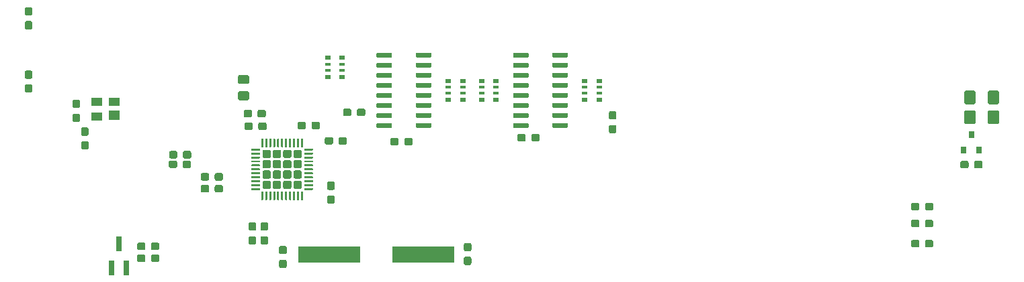
<source format=gtp>
%TF.GenerationSoftware,KiCad,Pcbnew,5.1.5+dfsg1-2build2*%
%TF.CreationDate,2021-03-31T10:56:14+02:00*%
%TF.ProjectId,Model-M-USB-v3,4d6f6465-6c2d-44d2-9d55-53422d76332e,rev?*%
%TF.SameCoordinates,Original*%
%TF.FileFunction,Paste,Top*%
%TF.FilePolarity,Positive*%
%FSLAX46Y46*%
G04 Gerber Fmt 4.6, Leading zero omitted, Abs format (unit mm)*
G04 Created by KiCad (PCBNEW 5.1.5+dfsg1-2build2) date 2021-03-31 10:56:14*
%MOMM*%
%LPD*%
G04 APERTURE LIST*
%ADD10C,0.100000*%
%ADD11R,0.800000X0.500000*%
%ADD12R,0.800000X0.400000*%
%ADD13R,0.800000X0.900000*%
%ADD14R,0.800000X1.900000*%
%ADD15R,7.875000X2.000000*%
%ADD16R,1.400000X1.000000*%
%ADD17R,1.400000X1.200000*%
G04 APERTURE END LIST*
D10*
G36*
X95660779Y-77026144D02*
G01*
X95683834Y-77029563D01*
X95706443Y-77035227D01*
X95728387Y-77043079D01*
X95749457Y-77053044D01*
X95769448Y-77065026D01*
X95788168Y-77078910D01*
X95805438Y-77094562D01*
X95821090Y-77111832D01*
X95834974Y-77130552D01*
X95846956Y-77150543D01*
X95856921Y-77171613D01*
X95864773Y-77193557D01*
X95870437Y-77216166D01*
X95873856Y-77239221D01*
X95875000Y-77262500D01*
X95875000Y-77737500D01*
X95873856Y-77760779D01*
X95870437Y-77783834D01*
X95864773Y-77806443D01*
X95856921Y-77828387D01*
X95846956Y-77849457D01*
X95834974Y-77869448D01*
X95821090Y-77888168D01*
X95805438Y-77905438D01*
X95788168Y-77921090D01*
X95769448Y-77934974D01*
X95749457Y-77946956D01*
X95728387Y-77956921D01*
X95706443Y-77964773D01*
X95683834Y-77970437D01*
X95660779Y-77973856D01*
X95637500Y-77975000D01*
X95062500Y-77975000D01*
X95039221Y-77973856D01*
X95016166Y-77970437D01*
X94993557Y-77964773D01*
X94971613Y-77956921D01*
X94950543Y-77946956D01*
X94930552Y-77934974D01*
X94911832Y-77921090D01*
X94894562Y-77905438D01*
X94878910Y-77888168D01*
X94865026Y-77869448D01*
X94853044Y-77849457D01*
X94843079Y-77828387D01*
X94835227Y-77806443D01*
X94829563Y-77783834D01*
X94826144Y-77760779D01*
X94825000Y-77737500D01*
X94825000Y-77262500D01*
X94826144Y-77239221D01*
X94829563Y-77216166D01*
X94835227Y-77193557D01*
X94843079Y-77171613D01*
X94853044Y-77150543D01*
X94865026Y-77130552D01*
X94878910Y-77111832D01*
X94894562Y-77094562D01*
X94911832Y-77078910D01*
X94930552Y-77065026D01*
X94950543Y-77053044D01*
X94971613Y-77043079D01*
X94993557Y-77035227D01*
X95016166Y-77029563D01*
X95039221Y-77026144D01*
X95062500Y-77025000D01*
X95637500Y-77025000D01*
X95660779Y-77026144D01*
G37*
G36*
X97410779Y-77026144D02*
G01*
X97433834Y-77029563D01*
X97456443Y-77035227D01*
X97478387Y-77043079D01*
X97499457Y-77053044D01*
X97519448Y-77065026D01*
X97538168Y-77078910D01*
X97555438Y-77094562D01*
X97571090Y-77111832D01*
X97584974Y-77130552D01*
X97596956Y-77150543D01*
X97606921Y-77171613D01*
X97614773Y-77193557D01*
X97620437Y-77216166D01*
X97623856Y-77239221D01*
X97625000Y-77262500D01*
X97625000Y-77737500D01*
X97623856Y-77760779D01*
X97620437Y-77783834D01*
X97614773Y-77806443D01*
X97606921Y-77828387D01*
X97596956Y-77849457D01*
X97584974Y-77869448D01*
X97571090Y-77888168D01*
X97555438Y-77905438D01*
X97538168Y-77921090D01*
X97519448Y-77934974D01*
X97499457Y-77946956D01*
X97478387Y-77956921D01*
X97456443Y-77964773D01*
X97433834Y-77970437D01*
X97410779Y-77973856D01*
X97387500Y-77975000D01*
X96812500Y-77975000D01*
X96789221Y-77973856D01*
X96766166Y-77970437D01*
X96743557Y-77964773D01*
X96721613Y-77956921D01*
X96700543Y-77946956D01*
X96680552Y-77934974D01*
X96661832Y-77921090D01*
X96644562Y-77905438D01*
X96628910Y-77888168D01*
X96615026Y-77869448D01*
X96603044Y-77849457D01*
X96593079Y-77828387D01*
X96585227Y-77806443D01*
X96579563Y-77783834D01*
X96576144Y-77760779D01*
X96575000Y-77737500D01*
X96575000Y-77262500D01*
X96576144Y-77239221D01*
X96579563Y-77216166D01*
X96585227Y-77193557D01*
X96593079Y-77171613D01*
X96603044Y-77150543D01*
X96615026Y-77130552D01*
X96628910Y-77111832D01*
X96644562Y-77094562D01*
X96661832Y-77078910D01*
X96680552Y-77065026D01*
X96700543Y-77053044D01*
X96721613Y-77043079D01*
X96743557Y-77035227D01*
X96766166Y-77029563D01*
X96789221Y-77026144D01*
X96812500Y-77025000D01*
X97387500Y-77025000D01*
X97410779Y-77026144D01*
G37*
G36*
X92235779Y-75076144D02*
G01*
X92258834Y-75079563D01*
X92281443Y-75085227D01*
X92303387Y-75093079D01*
X92324457Y-75103044D01*
X92344448Y-75115026D01*
X92363168Y-75128910D01*
X92380438Y-75144562D01*
X92396090Y-75161832D01*
X92409974Y-75180552D01*
X92421956Y-75200543D01*
X92431921Y-75221613D01*
X92439773Y-75243557D01*
X92445437Y-75266166D01*
X92448856Y-75289221D01*
X92450000Y-75312500D01*
X92450000Y-75787500D01*
X92448856Y-75810779D01*
X92445437Y-75833834D01*
X92439773Y-75856443D01*
X92431921Y-75878387D01*
X92421956Y-75899457D01*
X92409974Y-75919448D01*
X92396090Y-75938168D01*
X92380438Y-75955438D01*
X92363168Y-75971090D01*
X92344448Y-75984974D01*
X92324457Y-75996956D01*
X92303387Y-76006921D01*
X92281443Y-76014773D01*
X92258834Y-76020437D01*
X92235779Y-76023856D01*
X92212500Y-76025000D01*
X91637500Y-76025000D01*
X91614221Y-76023856D01*
X91591166Y-76020437D01*
X91568557Y-76014773D01*
X91546613Y-76006921D01*
X91525543Y-75996956D01*
X91505552Y-75984974D01*
X91486832Y-75971090D01*
X91469562Y-75955438D01*
X91453910Y-75938168D01*
X91440026Y-75919448D01*
X91428044Y-75899457D01*
X91418079Y-75878387D01*
X91410227Y-75856443D01*
X91404563Y-75833834D01*
X91401144Y-75810779D01*
X91400000Y-75787500D01*
X91400000Y-75312500D01*
X91401144Y-75289221D01*
X91404563Y-75266166D01*
X91410227Y-75243557D01*
X91418079Y-75221613D01*
X91428044Y-75200543D01*
X91440026Y-75180552D01*
X91453910Y-75161832D01*
X91469562Y-75144562D01*
X91486832Y-75128910D01*
X91505552Y-75115026D01*
X91525543Y-75103044D01*
X91546613Y-75093079D01*
X91568557Y-75085227D01*
X91591166Y-75079563D01*
X91614221Y-75076144D01*
X91637500Y-75075000D01*
X92212500Y-75075000D01*
X92235779Y-75076144D01*
G37*
G36*
X93985779Y-75076144D02*
G01*
X94008834Y-75079563D01*
X94031443Y-75085227D01*
X94053387Y-75093079D01*
X94074457Y-75103044D01*
X94094448Y-75115026D01*
X94113168Y-75128910D01*
X94130438Y-75144562D01*
X94146090Y-75161832D01*
X94159974Y-75180552D01*
X94171956Y-75200543D01*
X94181921Y-75221613D01*
X94189773Y-75243557D01*
X94195437Y-75266166D01*
X94198856Y-75289221D01*
X94200000Y-75312500D01*
X94200000Y-75787500D01*
X94198856Y-75810779D01*
X94195437Y-75833834D01*
X94189773Y-75856443D01*
X94181921Y-75878387D01*
X94171956Y-75899457D01*
X94159974Y-75919448D01*
X94146090Y-75938168D01*
X94130438Y-75955438D01*
X94113168Y-75971090D01*
X94094448Y-75984974D01*
X94074457Y-75996956D01*
X94053387Y-76006921D01*
X94031443Y-76014773D01*
X94008834Y-76020437D01*
X93985779Y-76023856D01*
X93962500Y-76025000D01*
X93387500Y-76025000D01*
X93364221Y-76023856D01*
X93341166Y-76020437D01*
X93318557Y-76014773D01*
X93296613Y-76006921D01*
X93275543Y-75996956D01*
X93255552Y-75984974D01*
X93236832Y-75971090D01*
X93219562Y-75955438D01*
X93203910Y-75938168D01*
X93190026Y-75919448D01*
X93178044Y-75899457D01*
X93168079Y-75878387D01*
X93160227Y-75856443D01*
X93154563Y-75833834D01*
X93151144Y-75810779D01*
X93150000Y-75787500D01*
X93150000Y-75312500D01*
X93151144Y-75289221D01*
X93154563Y-75266166D01*
X93160227Y-75243557D01*
X93168079Y-75221613D01*
X93178044Y-75200543D01*
X93190026Y-75180552D01*
X93203910Y-75161832D01*
X93219562Y-75144562D01*
X93236832Y-75128910D01*
X93255552Y-75115026D01*
X93275543Y-75103044D01*
X93296613Y-75093079D01*
X93318557Y-75085227D01*
X93341166Y-75079563D01*
X93364221Y-75076144D01*
X93387500Y-75075000D01*
X93962500Y-75075000D01*
X93985779Y-75076144D01*
G37*
G36*
X77785779Y-78776144D02*
G01*
X77808834Y-78779563D01*
X77831443Y-78785227D01*
X77853387Y-78793079D01*
X77874457Y-78803044D01*
X77894448Y-78815026D01*
X77913168Y-78828910D01*
X77930438Y-78844562D01*
X77946090Y-78861832D01*
X77959974Y-78880552D01*
X77971956Y-78900543D01*
X77981921Y-78921613D01*
X77989773Y-78943557D01*
X77995437Y-78966166D01*
X77998856Y-78989221D01*
X78000000Y-79012500D01*
X78000000Y-79487500D01*
X77998856Y-79510779D01*
X77995437Y-79533834D01*
X77989773Y-79556443D01*
X77981921Y-79578387D01*
X77971956Y-79599457D01*
X77959974Y-79619448D01*
X77946090Y-79638168D01*
X77930438Y-79655438D01*
X77913168Y-79671090D01*
X77894448Y-79684974D01*
X77874457Y-79696956D01*
X77853387Y-79706921D01*
X77831443Y-79714773D01*
X77808834Y-79720437D01*
X77785779Y-79723856D01*
X77762500Y-79725000D01*
X77187500Y-79725000D01*
X77164221Y-79723856D01*
X77141166Y-79720437D01*
X77118557Y-79714773D01*
X77096613Y-79706921D01*
X77075543Y-79696956D01*
X77055552Y-79684974D01*
X77036832Y-79671090D01*
X77019562Y-79655438D01*
X77003910Y-79638168D01*
X76990026Y-79619448D01*
X76978044Y-79599457D01*
X76968079Y-79578387D01*
X76960227Y-79556443D01*
X76954563Y-79533834D01*
X76951144Y-79510779D01*
X76950000Y-79487500D01*
X76950000Y-79012500D01*
X76951144Y-78989221D01*
X76954563Y-78966166D01*
X76960227Y-78943557D01*
X76968079Y-78921613D01*
X76978044Y-78900543D01*
X76990026Y-78880552D01*
X77003910Y-78861832D01*
X77019562Y-78844562D01*
X77036832Y-78828910D01*
X77055552Y-78815026D01*
X77075543Y-78803044D01*
X77096613Y-78793079D01*
X77118557Y-78785227D01*
X77141166Y-78779563D01*
X77164221Y-78776144D01*
X77187500Y-78775000D01*
X77762500Y-78775000D01*
X77785779Y-78776144D01*
G37*
G36*
X76035779Y-78776144D02*
G01*
X76058834Y-78779563D01*
X76081443Y-78785227D01*
X76103387Y-78793079D01*
X76124457Y-78803044D01*
X76144448Y-78815026D01*
X76163168Y-78828910D01*
X76180438Y-78844562D01*
X76196090Y-78861832D01*
X76209974Y-78880552D01*
X76221956Y-78900543D01*
X76231921Y-78921613D01*
X76239773Y-78943557D01*
X76245437Y-78966166D01*
X76248856Y-78989221D01*
X76250000Y-79012500D01*
X76250000Y-79487500D01*
X76248856Y-79510779D01*
X76245437Y-79533834D01*
X76239773Y-79556443D01*
X76231921Y-79578387D01*
X76221956Y-79599457D01*
X76209974Y-79619448D01*
X76196090Y-79638168D01*
X76180438Y-79655438D01*
X76163168Y-79671090D01*
X76144448Y-79684974D01*
X76124457Y-79696956D01*
X76103387Y-79706921D01*
X76081443Y-79714773D01*
X76058834Y-79720437D01*
X76035779Y-79723856D01*
X76012500Y-79725000D01*
X75437500Y-79725000D01*
X75414221Y-79723856D01*
X75391166Y-79720437D01*
X75368557Y-79714773D01*
X75346613Y-79706921D01*
X75325543Y-79696956D01*
X75305552Y-79684974D01*
X75286832Y-79671090D01*
X75269562Y-79655438D01*
X75253910Y-79638168D01*
X75240026Y-79619448D01*
X75228044Y-79599457D01*
X75218079Y-79578387D01*
X75210227Y-79556443D01*
X75204563Y-79533834D01*
X75201144Y-79510779D01*
X75200000Y-79487500D01*
X75200000Y-79012500D01*
X75201144Y-78989221D01*
X75204563Y-78966166D01*
X75210227Y-78943557D01*
X75218079Y-78921613D01*
X75228044Y-78900543D01*
X75240026Y-78880552D01*
X75253910Y-78861832D01*
X75269562Y-78844562D01*
X75286832Y-78828910D01*
X75305552Y-78815026D01*
X75325543Y-78803044D01*
X75346613Y-78793079D01*
X75368557Y-78785227D01*
X75391166Y-78779563D01*
X75414221Y-78776144D01*
X75437500Y-78775000D01*
X76012500Y-78775000D01*
X76035779Y-78776144D01*
G37*
G36*
X77760779Y-79976144D02*
G01*
X77783834Y-79979563D01*
X77806443Y-79985227D01*
X77828387Y-79993079D01*
X77849457Y-80003044D01*
X77869448Y-80015026D01*
X77888168Y-80028910D01*
X77905438Y-80044562D01*
X77921090Y-80061832D01*
X77934974Y-80080552D01*
X77946956Y-80100543D01*
X77956921Y-80121613D01*
X77964773Y-80143557D01*
X77970437Y-80166166D01*
X77973856Y-80189221D01*
X77975000Y-80212500D01*
X77975000Y-80687500D01*
X77973856Y-80710779D01*
X77970437Y-80733834D01*
X77964773Y-80756443D01*
X77956921Y-80778387D01*
X77946956Y-80799457D01*
X77934974Y-80819448D01*
X77921090Y-80838168D01*
X77905438Y-80855438D01*
X77888168Y-80871090D01*
X77869448Y-80884974D01*
X77849457Y-80896956D01*
X77828387Y-80906921D01*
X77806443Y-80914773D01*
X77783834Y-80920437D01*
X77760779Y-80923856D01*
X77737500Y-80925000D01*
X77162500Y-80925000D01*
X77139221Y-80923856D01*
X77116166Y-80920437D01*
X77093557Y-80914773D01*
X77071613Y-80906921D01*
X77050543Y-80896956D01*
X77030552Y-80884974D01*
X77011832Y-80871090D01*
X76994562Y-80855438D01*
X76978910Y-80838168D01*
X76965026Y-80819448D01*
X76953044Y-80799457D01*
X76943079Y-80778387D01*
X76935227Y-80756443D01*
X76929563Y-80733834D01*
X76926144Y-80710779D01*
X76925000Y-80687500D01*
X76925000Y-80212500D01*
X76926144Y-80189221D01*
X76929563Y-80166166D01*
X76935227Y-80143557D01*
X76943079Y-80121613D01*
X76953044Y-80100543D01*
X76965026Y-80080552D01*
X76978910Y-80061832D01*
X76994562Y-80044562D01*
X77011832Y-80028910D01*
X77030552Y-80015026D01*
X77050543Y-80003044D01*
X77071613Y-79993079D01*
X77093557Y-79985227D01*
X77116166Y-79979563D01*
X77139221Y-79976144D01*
X77162500Y-79975000D01*
X77737500Y-79975000D01*
X77760779Y-79976144D01*
G37*
G36*
X76010779Y-79976144D02*
G01*
X76033834Y-79979563D01*
X76056443Y-79985227D01*
X76078387Y-79993079D01*
X76099457Y-80003044D01*
X76119448Y-80015026D01*
X76138168Y-80028910D01*
X76155438Y-80044562D01*
X76171090Y-80061832D01*
X76184974Y-80080552D01*
X76196956Y-80100543D01*
X76206921Y-80121613D01*
X76214773Y-80143557D01*
X76220437Y-80166166D01*
X76223856Y-80189221D01*
X76225000Y-80212500D01*
X76225000Y-80687500D01*
X76223856Y-80710779D01*
X76220437Y-80733834D01*
X76214773Y-80756443D01*
X76206921Y-80778387D01*
X76196956Y-80799457D01*
X76184974Y-80819448D01*
X76171090Y-80838168D01*
X76155438Y-80855438D01*
X76138168Y-80871090D01*
X76119448Y-80884974D01*
X76099457Y-80896956D01*
X76078387Y-80906921D01*
X76056443Y-80914773D01*
X76033834Y-80920437D01*
X76010779Y-80923856D01*
X75987500Y-80925000D01*
X75412500Y-80925000D01*
X75389221Y-80923856D01*
X75366166Y-80920437D01*
X75343557Y-80914773D01*
X75321613Y-80906921D01*
X75300543Y-80896956D01*
X75280552Y-80884974D01*
X75261832Y-80871090D01*
X75244562Y-80855438D01*
X75228910Y-80838168D01*
X75215026Y-80819448D01*
X75203044Y-80799457D01*
X75193079Y-80778387D01*
X75185227Y-80756443D01*
X75179563Y-80733834D01*
X75176144Y-80710779D01*
X75175000Y-80687500D01*
X75175000Y-80212500D01*
X75176144Y-80189221D01*
X75179563Y-80166166D01*
X75185227Y-80143557D01*
X75193079Y-80121613D01*
X75203044Y-80100543D01*
X75215026Y-80080552D01*
X75228910Y-80061832D01*
X75244562Y-80044562D01*
X75261832Y-80028910D01*
X75280552Y-80015026D01*
X75300543Y-80003044D01*
X75321613Y-79993079D01*
X75343557Y-79985227D01*
X75366166Y-79979563D01*
X75389221Y-79976144D01*
X75412500Y-79975000D01*
X75987500Y-79975000D01*
X76010779Y-79976144D01*
G37*
G36*
X171285779Y-90026144D02*
G01*
X171308834Y-90029563D01*
X171331443Y-90035227D01*
X171353387Y-90043079D01*
X171374457Y-90053044D01*
X171394448Y-90065026D01*
X171413168Y-90078910D01*
X171430438Y-90094562D01*
X171446090Y-90111832D01*
X171459974Y-90130552D01*
X171471956Y-90150543D01*
X171481921Y-90171613D01*
X171489773Y-90193557D01*
X171495437Y-90216166D01*
X171498856Y-90239221D01*
X171500000Y-90262500D01*
X171500000Y-90737500D01*
X171498856Y-90760779D01*
X171495437Y-90783834D01*
X171489773Y-90806443D01*
X171481921Y-90828387D01*
X171471956Y-90849457D01*
X171459974Y-90869448D01*
X171446090Y-90888168D01*
X171430438Y-90905438D01*
X171413168Y-90921090D01*
X171394448Y-90934974D01*
X171374457Y-90946956D01*
X171353387Y-90956921D01*
X171331443Y-90964773D01*
X171308834Y-90970437D01*
X171285779Y-90973856D01*
X171262500Y-90975000D01*
X170687500Y-90975000D01*
X170664221Y-90973856D01*
X170641166Y-90970437D01*
X170618557Y-90964773D01*
X170596613Y-90956921D01*
X170575543Y-90946956D01*
X170555552Y-90934974D01*
X170536832Y-90921090D01*
X170519562Y-90905438D01*
X170503910Y-90888168D01*
X170490026Y-90869448D01*
X170478044Y-90849457D01*
X170468079Y-90828387D01*
X170460227Y-90806443D01*
X170454563Y-90783834D01*
X170451144Y-90760779D01*
X170450000Y-90737500D01*
X170450000Y-90262500D01*
X170451144Y-90239221D01*
X170454563Y-90216166D01*
X170460227Y-90193557D01*
X170468079Y-90171613D01*
X170478044Y-90150543D01*
X170490026Y-90130552D01*
X170503910Y-90111832D01*
X170519562Y-90094562D01*
X170536832Y-90078910D01*
X170555552Y-90065026D01*
X170575543Y-90053044D01*
X170596613Y-90043079D01*
X170618557Y-90035227D01*
X170641166Y-90029563D01*
X170664221Y-90026144D01*
X170687500Y-90025000D01*
X171262500Y-90025000D01*
X171285779Y-90026144D01*
G37*
G36*
X169535779Y-90026144D02*
G01*
X169558834Y-90029563D01*
X169581443Y-90035227D01*
X169603387Y-90043079D01*
X169624457Y-90053044D01*
X169644448Y-90065026D01*
X169663168Y-90078910D01*
X169680438Y-90094562D01*
X169696090Y-90111832D01*
X169709974Y-90130552D01*
X169721956Y-90150543D01*
X169731921Y-90171613D01*
X169739773Y-90193557D01*
X169745437Y-90216166D01*
X169748856Y-90239221D01*
X169750000Y-90262500D01*
X169750000Y-90737500D01*
X169748856Y-90760779D01*
X169745437Y-90783834D01*
X169739773Y-90806443D01*
X169731921Y-90828387D01*
X169721956Y-90849457D01*
X169709974Y-90869448D01*
X169696090Y-90888168D01*
X169680438Y-90905438D01*
X169663168Y-90921090D01*
X169644448Y-90934974D01*
X169624457Y-90946956D01*
X169603387Y-90956921D01*
X169581443Y-90964773D01*
X169558834Y-90970437D01*
X169535779Y-90973856D01*
X169512500Y-90975000D01*
X168937500Y-90975000D01*
X168914221Y-90973856D01*
X168891166Y-90970437D01*
X168868557Y-90964773D01*
X168846613Y-90956921D01*
X168825543Y-90946956D01*
X168805552Y-90934974D01*
X168786832Y-90921090D01*
X168769562Y-90905438D01*
X168753910Y-90888168D01*
X168740026Y-90869448D01*
X168728044Y-90849457D01*
X168718079Y-90828387D01*
X168710227Y-90806443D01*
X168704563Y-90783834D01*
X168701144Y-90760779D01*
X168700000Y-90737500D01*
X168700000Y-90262500D01*
X168701144Y-90239221D01*
X168704563Y-90216166D01*
X168710227Y-90193557D01*
X168718079Y-90171613D01*
X168728044Y-90150543D01*
X168740026Y-90130552D01*
X168753910Y-90111832D01*
X168769562Y-90094562D01*
X168786832Y-90078910D01*
X168805552Y-90065026D01*
X168825543Y-90053044D01*
X168846613Y-90043079D01*
X168868557Y-90035227D01*
X168891166Y-90029563D01*
X168914221Y-90026144D01*
X168937500Y-90025000D01*
X169512500Y-90025000D01*
X169535779Y-90026144D01*
G37*
G36*
X171285779Y-87476144D02*
G01*
X171308834Y-87479563D01*
X171331443Y-87485227D01*
X171353387Y-87493079D01*
X171374457Y-87503044D01*
X171394448Y-87515026D01*
X171413168Y-87528910D01*
X171430438Y-87544562D01*
X171446090Y-87561832D01*
X171459974Y-87580552D01*
X171471956Y-87600543D01*
X171481921Y-87621613D01*
X171489773Y-87643557D01*
X171495437Y-87666166D01*
X171498856Y-87689221D01*
X171500000Y-87712500D01*
X171500000Y-88187500D01*
X171498856Y-88210779D01*
X171495437Y-88233834D01*
X171489773Y-88256443D01*
X171481921Y-88278387D01*
X171471956Y-88299457D01*
X171459974Y-88319448D01*
X171446090Y-88338168D01*
X171430438Y-88355438D01*
X171413168Y-88371090D01*
X171394448Y-88384974D01*
X171374457Y-88396956D01*
X171353387Y-88406921D01*
X171331443Y-88414773D01*
X171308834Y-88420437D01*
X171285779Y-88423856D01*
X171262500Y-88425000D01*
X170687500Y-88425000D01*
X170664221Y-88423856D01*
X170641166Y-88420437D01*
X170618557Y-88414773D01*
X170596613Y-88406921D01*
X170575543Y-88396956D01*
X170555552Y-88384974D01*
X170536832Y-88371090D01*
X170519562Y-88355438D01*
X170503910Y-88338168D01*
X170490026Y-88319448D01*
X170478044Y-88299457D01*
X170468079Y-88278387D01*
X170460227Y-88256443D01*
X170454563Y-88233834D01*
X170451144Y-88210779D01*
X170450000Y-88187500D01*
X170450000Y-87712500D01*
X170451144Y-87689221D01*
X170454563Y-87666166D01*
X170460227Y-87643557D01*
X170468079Y-87621613D01*
X170478044Y-87600543D01*
X170490026Y-87580552D01*
X170503910Y-87561832D01*
X170519562Y-87544562D01*
X170536832Y-87528910D01*
X170555552Y-87515026D01*
X170575543Y-87503044D01*
X170596613Y-87493079D01*
X170618557Y-87485227D01*
X170641166Y-87479563D01*
X170664221Y-87476144D01*
X170687500Y-87475000D01*
X171262500Y-87475000D01*
X171285779Y-87476144D01*
G37*
G36*
X169535779Y-87476144D02*
G01*
X169558834Y-87479563D01*
X169581443Y-87485227D01*
X169603387Y-87493079D01*
X169624457Y-87503044D01*
X169644448Y-87515026D01*
X169663168Y-87528910D01*
X169680438Y-87544562D01*
X169696090Y-87561832D01*
X169709974Y-87580552D01*
X169721956Y-87600543D01*
X169731921Y-87621613D01*
X169739773Y-87643557D01*
X169745437Y-87666166D01*
X169748856Y-87689221D01*
X169750000Y-87712500D01*
X169750000Y-88187500D01*
X169748856Y-88210779D01*
X169745437Y-88233834D01*
X169739773Y-88256443D01*
X169731921Y-88278387D01*
X169721956Y-88299457D01*
X169709974Y-88319448D01*
X169696090Y-88338168D01*
X169680438Y-88355438D01*
X169663168Y-88371090D01*
X169644448Y-88384974D01*
X169624457Y-88396956D01*
X169603387Y-88406921D01*
X169581443Y-88414773D01*
X169558834Y-88420437D01*
X169535779Y-88423856D01*
X169512500Y-88425000D01*
X168937500Y-88425000D01*
X168914221Y-88423856D01*
X168891166Y-88420437D01*
X168868557Y-88414773D01*
X168846613Y-88406921D01*
X168825543Y-88396956D01*
X168805552Y-88384974D01*
X168786832Y-88371090D01*
X168769562Y-88355438D01*
X168753910Y-88338168D01*
X168740026Y-88319448D01*
X168728044Y-88299457D01*
X168718079Y-88278387D01*
X168710227Y-88256443D01*
X168704563Y-88233834D01*
X168701144Y-88210779D01*
X168700000Y-88187500D01*
X168700000Y-87712500D01*
X168701144Y-87689221D01*
X168704563Y-87666166D01*
X168710227Y-87643557D01*
X168718079Y-87621613D01*
X168728044Y-87600543D01*
X168740026Y-87580552D01*
X168753910Y-87561832D01*
X168769562Y-87544562D01*
X168786832Y-87528910D01*
X168805552Y-87515026D01*
X168825543Y-87503044D01*
X168846613Y-87493079D01*
X168868557Y-87485227D01*
X168891166Y-87479563D01*
X168914221Y-87476144D01*
X168937500Y-87475000D01*
X169512500Y-87475000D01*
X169535779Y-87476144D01*
G37*
G36*
X171285779Y-85326144D02*
G01*
X171308834Y-85329563D01*
X171331443Y-85335227D01*
X171353387Y-85343079D01*
X171374457Y-85353044D01*
X171394448Y-85365026D01*
X171413168Y-85378910D01*
X171430438Y-85394562D01*
X171446090Y-85411832D01*
X171459974Y-85430552D01*
X171471956Y-85450543D01*
X171481921Y-85471613D01*
X171489773Y-85493557D01*
X171495437Y-85516166D01*
X171498856Y-85539221D01*
X171500000Y-85562500D01*
X171500000Y-86037500D01*
X171498856Y-86060779D01*
X171495437Y-86083834D01*
X171489773Y-86106443D01*
X171481921Y-86128387D01*
X171471956Y-86149457D01*
X171459974Y-86169448D01*
X171446090Y-86188168D01*
X171430438Y-86205438D01*
X171413168Y-86221090D01*
X171394448Y-86234974D01*
X171374457Y-86246956D01*
X171353387Y-86256921D01*
X171331443Y-86264773D01*
X171308834Y-86270437D01*
X171285779Y-86273856D01*
X171262500Y-86275000D01*
X170687500Y-86275000D01*
X170664221Y-86273856D01*
X170641166Y-86270437D01*
X170618557Y-86264773D01*
X170596613Y-86256921D01*
X170575543Y-86246956D01*
X170555552Y-86234974D01*
X170536832Y-86221090D01*
X170519562Y-86205438D01*
X170503910Y-86188168D01*
X170490026Y-86169448D01*
X170478044Y-86149457D01*
X170468079Y-86128387D01*
X170460227Y-86106443D01*
X170454563Y-86083834D01*
X170451144Y-86060779D01*
X170450000Y-86037500D01*
X170450000Y-85562500D01*
X170451144Y-85539221D01*
X170454563Y-85516166D01*
X170460227Y-85493557D01*
X170468079Y-85471613D01*
X170478044Y-85450543D01*
X170490026Y-85430552D01*
X170503910Y-85411832D01*
X170519562Y-85394562D01*
X170536832Y-85378910D01*
X170555552Y-85365026D01*
X170575543Y-85353044D01*
X170596613Y-85343079D01*
X170618557Y-85335227D01*
X170641166Y-85329563D01*
X170664221Y-85326144D01*
X170687500Y-85325000D01*
X171262500Y-85325000D01*
X171285779Y-85326144D01*
G37*
G36*
X169535779Y-85326144D02*
G01*
X169558834Y-85329563D01*
X169581443Y-85335227D01*
X169603387Y-85343079D01*
X169624457Y-85353044D01*
X169644448Y-85365026D01*
X169663168Y-85378910D01*
X169680438Y-85394562D01*
X169696090Y-85411832D01*
X169709974Y-85430552D01*
X169721956Y-85450543D01*
X169731921Y-85471613D01*
X169739773Y-85493557D01*
X169745437Y-85516166D01*
X169748856Y-85539221D01*
X169750000Y-85562500D01*
X169750000Y-86037500D01*
X169748856Y-86060779D01*
X169745437Y-86083834D01*
X169739773Y-86106443D01*
X169731921Y-86128387D01*
X169721956Y-86149457D01*
X169709974Y-86169448D01*
X169696090Y-86188168D01*
X169680438Y-86205438D01*
X169663168Y-86221090D01*
X169644448Y-86234974D01*
X169624457Y-86246956D01*
X169603387Y-86256921D01*
X169581443Y-86264773D01*
X169558834Y-86270437D01*
X169535779Y-86273856D01*
X169512500Y-86275000D01*
X168937500Y-86275000D01*
X168914221Y-86273856D01*
X168891166Y-86270437D01*
X168868557Y-86264773D01*
X168846613Y-86256921D01*
X168825543Y-86246956D01*
X168805552Y-86234974D01*
X168786832Y-86221090D01*
X168769562Y-86205438D01*
X168753910Y-86188168D01*
X168740026Y-86169448D01*
X168728044Y-86149457D01*
X168718079Y-86128387D01*
X168710227Y-86106443D01*
X168704563Y-86083834D01*
X168701144Y-86060779D01*
X168700000Y-86037500D01*
X168700000Y-85562500D01*
X168701144Y-85539221D01*
X168704563Y-85516166D01*
X168710227Y-85493557D01*
X168718079Y-85471613D01*
X168728044Y-85450543D01*
X168740026Y-85430552D01*
X168753910Y-85411832D01*
X168769562Y-85394562D01*
X168786832Y-85378910D01*
X168805552Y-85365026D01*
X168825543Y-85353044D01*
X168846613Y-85343079D01*
X168868557Y-85335227D01*
X168891166Y-85329563D01*
X168914221Y-85326144D01*
X168937500Y-85325000D01*
X169512500Y-85325000D01*
X169535779Y-85326144D01*
G37*
G36*
X120364703Y-75245722D02*
G01*
X120379264Y-75247882D01*
X120393543Y-75251459D01*
X120407403Y-75256418D01*
X120420710Y-75262712D01*
X120433336Y-75270280D01*
X120445159Y-75279048D01*
X120456066Y-75288934D01*
X120465952Y-75299841D01*
X120474720Y-75311664D01*
X120482288Y-75324290D01*
X120488582Y-75337597D01*
X120493541Y-75351457D01*
X120497118Y-75365736D01*
X120499278Y-75380297D01*
X120500000Y-75395000D01*
X120500000Y-75695000D01*
X120499278Y-75709703D01*
X120497118Y-75724264D01*
X120493541Y-75738543D01*
X120488582Y-75752403D01*
X120482288Y-75765710D01*
X120474720Y-75778336D01*
X120465952Y-75790159D01*
X120456066Y-75801066D01*
X120445159Y-75810952D01*
X120433336Y-75819720D01*
X120420710Y-75827288D01*
X120407403Y-75833582D01*
X120393543Y-75838541D01*
X120379264Y-75842118D01*
X120364703Y-75844278D01*
X120350000Y-75845000D01*
X118700000Y-75845000D01*
X118685297Y-75844278D01*
X118670736Y-75842118D01*
X118656457Y-75838541D01*
X118642597Y-75833582D01*
X118629290Y-75827288D01*
X118616664Y-75819720D01*
X118604841Y-75810952D01*
X118593934Y-75801066D01*
X118584048Y-75790159D01*
X118575280Y-75778336D01*
X118567712Y-75765710D01*
X118561418Y-75752403D01*
X118556459Y-75738543D01*
X118552882Y-75724264D01*
X118550722Y-75709703D01*
X118550000Y-75695000D01*
X118550000Y-75395000D01*
X118550722Y-75380297D01*
X118552882Y-75365736D01*
X118556459Y-75351457D01*
X118561418Y-75337597D01*
X118567712Y-75324290D01*
X118575280Y-75311664D01*
X118584048Y-75299841D01*
X118593934Y-75288934D01*
X118604841Y-75279048D01*
X118616664Y-75270280D01*
X118629290Y-75262712D01*
X118642597Y-75256418D01*
X118656457Y-75251459D01*
X118670736Y-75247882D01*
X118685297Y-75245722D01*
X118700000Y-75245000D01*
X120350000Y-75245000D01*
X120364703Y-75245722D01*
G37*
G36*
X120364703Y-73975722D02*
G01*
X120379264Y-73977882D01*
X120393543Y-73981459D01*
X120407403Y-73986418D01*
X120420710Y-73992712D01*
X120433336Y-74000280D01*
X120445159Y-74009048D01*
X120456066Y-74018934D01*
X120465952Y-74029841D01*
X120474720Y-74041664D01*
X120482288Y-74054290D01*
X120488582Y-74067597D01*
X120493541Y-74081457D01*
X120497118Y-74095736D01*
X120499278Y-74110297D01*
X120500000Y-74125000D01*
X120500000Y-74425000D01*
X120499278Y-74439703D01*
X120497118Y-74454264D01*
X120493541Y-74468543D01*
X120488582Y-74482403D01*
X120482288Y-74495710D01*
X120474720Y-74508336D01*
X120465952Y-74520159D01*
X120456066Y-74531066D01*
X120445159Y-74540952D01*
X120433336Y-74549720D01*
X120420710Y-74557288D01*
X120407403Y-74563582D01*
X120393543Y-74568541D01*
X120379264Y-74572118D01*
X120364703Y-74574278D01*
X120350000Y-74575000D01*
X118700000Y-74575000D01*
X118685297Y-74574278D01*
X118670736Y-74572118D01*
X118656457Y-74568541D01*
X118642597Y-74563582D01*
X118629290Y-74557288D01*
X118616664Y-74549720D01*
X118604841Y-74540952D01*
X118593934Y-74531066D01*
X118584048Y-74520159D01*
X118575280Y-74508336D01*
X118567712Y-74495710D01*
X118561418Y-74482403D01*
X118556459Y-74468543D01*
X118552882Y-74454264D01*
X118550722Y-74439703D01*
X118550000Y-74425000D01*
X118550000Y-74125000D01*
X118550722Y-74110297D01*
X118552882Y-74095736D01*
X118556459Y-74081457D01*
X118561418Y-74067597D01*
X118567712Y-74054290D01*
X118575280Y-74041664D01*
X118584048Y-74029841D01*
X118593934Y-74018934D01*
X118604841Y-74009048D01*
X118616664Y-74000280D01*
X118629290Y-73992712D01*
X118642597Y-73986418D01*
X118656457Y-73981459D01*
X118670736Y-73977882D01*
X118685297Y-73975722D01*
X118700000Y-73975000D01*
X120350000Y-73975000D01*
X120364703Y-73975722D01*
G37*
G36*
X120364703Y-72705722D02*
G01*
X120379264Y-72707882D01*
X120393543Y-72711459D01*
X120407403Y-72716418D01*
X120420710Y-72722712D01*
X120433336Y-72730280D01*
X120445159Y-72739048D01*
X120456066Y-72748934D01*
X120465952Y-72759841D01*
X120474720Y-72771664D01*
X120482288Y-72784290D01*
X120488582Y-72797597D01*
X120493541Y-72811457D01*
X120497118Y-72825736D01*
X120499278Y-72840297D01*
X120500000Y-72855000D01*
X120500000Y-73155000D01*
X120499278Y-73169703D01*
X120497118Y-73184264D01*
X120493541Y-73198543D01*
X120488582Y-73212403D01*
X120482288Y-73225710D01*
X120474720Y-73238336D01*
X120465952Y-73250159D01*
X120456066Y-73261066D01*
X120445159Y-73270952D01*
X120433336Y-73279720D01*
X120420710Y-73287288D01*
X120407403Y-73293582D01*
X120393543Y-73298541D01*
X120379264Y-73302118D01*
X120364703Y-73304278D01*
X120350000Y-73305000D01*
X118700000Y-73305000D01*
X118685297Y-73304278D01*
X118670736Y-73302118D01*
X118656457Y-73298541D01*
X118642597Y-73293582D01*
X118629290Y-73287288D01*
X118616664Y-73279720D01*
X118604841Y-73270952D01*
X118593934Y-73261066D01*
X118584048Y-73250159D01*
X118575280Y-73238336D01*
X118567712Y-73225710D01*
X118561418Y-73212403D01*
X118556459Y-73198543D01*
X118552882Y-73184264D01*
X118550722Y-73169703D01*
X118550000Y-73155000D01*
X118550000Y-72855000D01*
X118550722Y-72840297D01*
X118552882Y-72825736D01*
X118556459Y-72811457D01*
X118561418Y-72797597D01*
X118567712Y-72784290D01*
X118575280Y-72771664D01*
X118584048Y-72759841D01*
X118593934Y-72748934D01*
X118604841Y-72739048D01*
X118616664Y-72730280D01*
X118629290Y-72722712D01*
X118642597Y-72716418D01*
X118656457Y-72711459D01*
X118670736Y-72707882D01*
X118685297Y-72705722D01*
X118700000Y-72705000D01*
X120350000Y-72705000D01*
X120364703Y-72705722D01*
G37*
G36*
X120364703Y-71435722D02*
G01*
X120379264Y-71437882D01*
X120393543Y-71441459D01*
X120407403Y-71446418D01*
X120420710Y-71452712D01*
X120433336Y-71460280D01*
X120445159Y-71469048D01*
X120456066Y-71478934D01*
X120465952Y-71489841D01*
X120474720Y-71501664D01*
X120482288Y-71514290D01*
X120488582Y-71527597D01*
X120493541Y-71541457D01*
X120497118Y-71555736D01*
X120499278Y-71570297D01*
X120500000Y-71585000D01*
X120500000Y-71885000D01*
X120499278Y-71899703D01*
X120497118Y-71914264D01*
X120493541Y-71928543D01*
X120488582Y-71942403D01*
X120482288Y-71955710D01*
X120474720Y-71968336D01*
X120465952Y-71980159D01*
X120456066Y-71991066D01*
X120445159Y-72000952D01*
X120433336Y-72009720D01*
X120420710Y-72017288D01*
X120407403Y-72023582D01*
X120393543Y-72028541D01*
X120379264Y-72032118D01*
X120364703Y-72034278D01*
X120350000Y-72035000D01*
X118700000Y-72035000D01*
X118685297Y-72034278D01*
X118670736Y-72032118D01*
X118656457Y-72028541D01*
X118642597Y-72023582D01*
X118629290Y-72017288D01*
X118616664Y-72009720D01*
X118604841Y-72000952D01*
X118593934Y-71991066D01*
X118584048Y-71980159D01*
X118575280Y-71968336D01*
X118567712Y-71955710D01*
X118561418Y-71942403D01*
X118556459Y-71928543D01*
X118552882Y-71914264D01*
X118550722Y-71899703D01*
X118550000Y-71885000D01*
X118550000Y-71585000D01*
X118550722Y-71570297D01*
X118552882Y-71555736D01*
X118556459Y-71541457D01*
X118561418Y-71527597D01*
X118567712Y-71514290D01*
X118575280Y-71501664D01*
X118584048Y-71489841D01*
X118593934Y-71478934D01*
X118604841Y-71469048D01*
X118616664Y-71460280D01*
X118629290Y-71452712D01*
X118642597Y-71446418D01*
X118656457Y-71441459D01*
X118670736Y-71437882D01*
X118685297Y-71435722D01*
X118700000Y-71435000D01*
X120350000Y-71435000D01*
X120364703Y-71435722D01*
G37*
G36*
X120364703Y-70165722D02*
G01*
X120379264Y-70167882D01*
X120393543Y-70171459D01*
X120407403Y-70176418D01*
X120420710Y-70182712D01*
X120433336Y-70190280D01*
X120445159Y-70199048D01*
X120456066Y-70208934D01*
X120465952Y-70219841D01*
X120474720Y-70231664D01*
X120482288Y-70244290D01*
X120488582Y-70257597D01*
X120493541Y-70271457D01*
X120497118Y-70285736D01*
X120499278Y-70300297D01*
X120500000Y-70315000D01*
X120500000Y-70615000D01*
X120499278Y-70629703D01*
X120497118Y-70644264D01*
X120493541Y-70658543D01*
X120488582Y-70672403D01*
X120482288Y-70685710D01*
X120474720Y-70698336D01*
X120465952Y-70710159D01*
X120456066Y-70721066D01*
X120445159Y-70730952D01*
X120433336Y-70739720D01*
X120420710Y-70747288D01*
X120407403Y-70753582D01*
X120393543Y-70758541D01*
X120379264Y-70762118D01*
X120364703Y-70764278D01*
X120350000Y-70765000D01*
X118700000Y-70765000D01*
X118685297Y-70764278D01*
X118670736Y-70762118D01*
X118656457Y-70758541D01*
X118642597Y-70753582D01*
X118629290Y-70747288D01*
X118616664Y-70739720D01*
X118604841Y-70730952D01*
X118593934Y-70721066D01*
X118584048Y-70710159D01*
X118575280Y-70698336D01*
X118567712Y-70685710D01*
X118561418Y-70672403D01*
X118556459Y-70658543D01*
X118552882Y-70644264D01*
X118550722Y-70629703D01*
X118550000Y-70615000D01*
X118550000Y-70315000D01*
X118550722Y-70300297D01*
X118552882Y-70285736D01*
X118556459Y-70271457D01*
X118561418Y-70257597D01*
X118567712Y-70244290D01*
X118575280Y-70231664D01*
X118584048Y-70219841D01*
X118593934Y-70208934D01*
X118604841Y-70199048D01*
X118616664Y-70190280D01*
X118629290Y-70182712D01*
X118642597Y-70176418D01*
X118656457Y-70171459D01*
X118670736Y-70167882D01*
X118685297Y-70165722D01*
X118700000Y-70165000D01*
X120350000Y-70165000D01*
X120364703Y-70165722D01*
G37*
G36*
X120364703Y-68895722D02*
G01*
X120379264Y-68897882D01*
X120393543Y-68901459D01*
X120407403Y-68906418D01*
X120420710Y-68912712D01*
X120433336Y-68920280D01*
X120445159Y-68929048D01*
X120456066Y-68938934D01*
X120465952Y-68949841D01*
X120474720Y-68961664D01*
X120482288Y-68974290D01*
X120488582Y-68987597D01*
X120493541Y-69001457D01*
X120497118Y-69015736D01*
X120499278Y-69030297D01*
X120500000Y-69045000D01*
X120500000Y-69345000D01*
X120499278Y-69359703D01*
X120497118Y-69374264D01*
X120493541Y-69388543D01*
X120488582Y-69402403D01*
X120482288Y-69415710D01*
X120474720Y-69428336D01*
X120465952Y-69440159D01*
X120456066Y-69451066D01*
X120445159Y-69460952D01*
X120433336Y-69469720D01*
X120420710Y-69477288D01*
X120407403Y-69483582D01*
X120393543Y-69488541D01*
X120379264Y-69492118D01*
X120364703Y-69494278D01*
X120350000Y-69495000D01*
X118700000Y-69495000D01*
X118685297Y-69494278D01*
X118670736Y-69492118D01*
X118656457Y-69488541D01*
X118642597Y-69483582D01*
X118629290Y-69477288D01*
X118616664Y-69469720D01*
X118604841Y-69460952D01*
X118593934Y-69451066D01*
X118584048Y-69440159D01*
X118575280Y-69428336D01*
X118567712Y-69415710D01*
X118561418Y-69402403D01*
X118556459Y-69388543D01*
X118552882Y-69374264D01*
X118550722Y-69359703D01*
X118550000Y-69345000D01*
X118550000Y-69045000D01*
X118550722Y-69030297D01*
X118552882Y-69015736D01*
X118556459Y-69001457D01*
X118561418Y-68987597D01*
X118567712Y-68974290D01*
X118575280Y-68961664D01*
X118584048Y-68949841D01*
X118593934Y-68938934D01*
X118604841Y-68929048D01*
X118616664Y-68920280D01*
X118629290Y-68912712D01*
X118642597Y-68906418D01*
X118656457Y-68901459D01*
X118670736Y-68897882D01*
X118685297Y-68895722D01*
X118700000Y-68895000D01*
X120350000Y-68895000D01*
X120364703Y-68895722D01*
G37*
G36*
X120364703Y-67625722D02*
G01*
X120379264Y-67627882D01*
X120393543Y-67631459D01*
X120407403Y-67636418D01*
X120420710Y-67642712D01*
X120433336Y-67650280D01*
X120445159Y-67659048D01*
X120456066Y-67668934D01*
X120465952Y-67679841D01*
X120474720Y-67691664D01*
X120482288Y-67704290D01*
X120488582Y-67717597D01*
X120493541Y-67731457D01*
X120497118Y-67745736D01*
X120499278Y-67760297D01*
X120500000Y-67775000D01*
X120500000Y-68075000D01*
X120499278Y-68089703D01*
X120497118Y-68104264D01*
X120493541Y-68118543D01*
X120488582Y-68132403D01*
X120482288Y-68145710D01*
X120474720Y-68158336D01*
X120465952Y-68170159D01*
X120456066Y-68181066D01*
X120445159Y-68190952D01*
X120433336Y-68199720D01*
X120420710Y-68207288D01*
X120407403Y-68213582D01*
X120393543Y-68218541D01*
X120379264Y-68222118D01*
X120364703Y-68224278D01*
X120350000Y-68225000D01*
X118700000Y-68225000D01*
X118685297Y-68224278D01*
X118670736Y-68222118D01*
X118656457Y-68218541D01*
X118642597Y-68213582D01*
X118629290Y-68207288D01*
X118616664Y-68199720D01*
X118604841Y-68190952D01*
X118593934Y-68181066D01*
X118584048Y-68170159D01*
X118575280Y-68158336D01*
X118567712Y-68145710D01*
X118561418Y-68132403D01*
X118556459Y-68118543D01*
X118552882Y-68104264D01*
X118550722Y-68089703D01*
X118550000Y-68075000D01*
X118550000Y-67775000D01*
X118550722Y-67760297D01*
X118552882Y-67745736D01*
X118556459Y-67731457D01*
X118561418Y-67717597D01*
X118567712Y-67704290D01*
X118575280Y-67691664D01*
X118584048Y-67679841D01*
X118593934Y-67668934D01*
X118604841Y-67659048D01*
X118616664Y-67650280D01*
X118629290Y-67642712D01*
X118642597Y-67636418D01*
X118656457Y-67631459D01*
X118670736Y-67627882D01*
X118685297Y-67625722D01*
X118700000Y-67625000D01*
X120350000Y-67625000D01*
X120364703Y-67625722D01*
G37*
G36*
X120364703Y-66355722D02*
G01*
X120379264Y-66357882D01*
X120393543Y-66361459D01*
X120407403Y-66366418D01*
X120420710Y-66372712D01*
X120433336Y-66380280D01*
X120445159Y-66389048D01*
X120456066Y-66398934D01*
X120465952Y-66409841D01*
X120474720Y-66421664D01*
X120482288Y-66434290D01*
X120488582Y-66447597D01*
X120493541Y-66461457D01*
X120497118Y-66475736D01*
X120499278Y-66490297D01*
X120500000Y-66505000D01*
X120500000Y-66805000D01*
X120499278Y-66819703D01*
X120497118Y-66834264D01*
X120493541Y-66848543D01*
X120488582Y-66862403D01*
X120482288Y-66875710D01*
X120474720Y-66888336D01*
X120465952Y-66900159D01*
X120456066Y-66911066D01*
X120445159Y-66920952D01*
X120433336Y-66929720D01*
X120420710Y-66937288D01*
X120407403Y-66943582D01*
X120393543Y-66948541D01*
X120379264Y-66952118D01*
X120364703Y-66954278D01*
X120350000Y-66955000D01*
X118700000Y-66955000D01*
X118685297Y-66954278D01*
X118670736Y-66952118D01*
X118656457Y-66948541D01*
X118642597Y-66943582D01*
X118629290Y-66937288D01*
X118616664Y-66929720D01*
X118604841Y-66920952D01*
X118593934Y-66911066D01*
X118584048Y-66900159D01*
X118575280Y-66888336D01*
X118567712Y-66875710D01*
X118561418Y-66862403D01*
X118556459Y-66848543D01*
X118552882Y-66834264D01*
X118550722Y-66819703D01*
X118550000Y-66805000D01*
X118550000Y-66505000D01*
X118550722Y-66490297D01*
X118552882Y-66475736D01*
X118556459Y-66461457D01*
X118561418Y-66447597D01*
X118567712Y-66434290D01*
X118575280Y-66421664D01*
X118584048Y-66409841D01*
X118593934Y-66398934D01*
X118604841Y-66389048D01*
X118616664Y-66380280D01*
X118629290Y-66372712D01*
X118642597Y-66366418D01*
X118656457Y-66361459D01*
X118670736Y-66357882D01*
X118685297Y-66355722D01*
X118700000Y-66355000D01*
X120350000Y-66355000D01*
X120364703Y-66355722D01*
G37*
G36*
X125314703Y-66355722D02*
G01*
X125329264Y-66357882D01*
X125343543Y-66361459D01*
X125357403Y-66366418D01*
X125370710Y-66372712D01*
X125383336Y-66380280D01*
X125395159Y-66389048D01*
X125406066Y-66398934D01*
X125415952Y-66409841D01*
X125424720Y-66421664D01*
X125432288Y-66434290D01*
X125438582Y-66447597D01*
X125443541Y-66461457D01*
X125447118Y-66475736D01*
X125449278Y-66490297D01*
X125450000Y-66505000D01*
X125450000Y-66805000D01*
X125449278Y-66819703D01*
X125447118Y-66834264D01*
X125443541Y-66848543D01*
X125438582Y-66862403D01*
X125432288Y-66875710D01*
X125424720Y-66888336D01*
X125415952Y-66900159D01*
X125406066Y-66911066D01*
X125395159Y-66920952D01*
X125383336Y-66929720D01*
X125370710Y-66937288D01*
X125357403Y-66943582D01*
X125343543Y-66948541D01*
X125329264Y-66952118D01*
X125314703Y-66954278D01*
X125300000Y-66955000D01*
X123650000Y-66955000D01*
X123635297Y-66954278D01*
X123620736Y-66952118D01*
X123606457Y-66948541D01*
X123592597Y-66943582D01*
X123579290Y-66937288D01*
X123566664Y-66929720D01*
X123554841Y-66920952D01*
X123543934Y-66911066D01*
X123534048Y-66900159D01*
X123525280Y-66888336D01*
X123517712Y-66875710D01*
X123511418Y-66862403D01*
X123506459Y-66848543D01*
X123502882Y-66834264D01*
X123500722Y-66819703D01*
X123500000Y-66805000D01*
X123500000Y-66505000D01*
X123500722Y-66490297D01*
X123502882Y-66475736D01*
X123506459Y-66461457D01*
X123511418Y-66447597D01*
X123517712Y-66434290D01*
X123525280Y-66421664D01*
X123534048Y-66409841D01*
X123543934Y-66398934D01*
X123554841Y-66389048D01*
X123566664Y-66380280D01*
X123579290Y-66372712D01*
X123592597Y-66366418D01*
X123606457Y-66361459D01*
X123620736Y-66357882D01*
X123635297Y-66355722D01*
X123650000Y-66355000D01*
X125300000Y-66355000D01*
X125314703Y-66355722D01*
G37*
G36*
X125314703Y-67625722D02*
G01*
X125329264Y-67627882D01*
X125343543Y-67631459D01*
X125357403Y-67636418D01*
X125370710Y-67642712D01*
X125383336Y-67650280D01*
X125395159Y-67659048D01*
X125406066Y-67668934D01*
X125415952Y-67679841D01*
X125424720Y-67691664D01*
X125432288Y-67704290D01*
X125438582Y-67717597D01*
X125443541Y-67731457D01*
X125447118Y-67745736D01*
X125449278Y-67760297D01*
X125450000Y-67775000D01*
X125450000Y-68075000D01*
X125449278Y-68089703D01*
X125447118Y-68104264D01*
X125443541Y-68118543D01*
X125438582Y-68132403D01*
X125432288Y-68145710D01*
X125424720Y-68158336D01*
X125415952Y-68170159D01*
X125406066Y-68181066D01*
X125395159Y-68190952D01*
X125383336Y-68199720D01*
X125370710Y-68207288D01*
X125357403Y-68213582D01*
X125343543Y-68218541D01*
X125329264Y-68222118D01*
X125314703Y-68224278D01*
X125300000Y-68225000D01*
X123650000Y-68225000D01*
X123635297Y-68224278D01*
X123620736Y-68222118D01*
X123606457Y-68218541D01*
X123592597Y-68213582D01*
X123579290Y-68207288D01*
X123566664Y-68199720D01*
X123554841Y-68190952D01*
X123543934Y-68181066D01*
X123534048Y-68170159D01*
X123525280Y-68158336D01*
X123517712Y-68145710D01*
X123511418Y-68132403D01*
X123506459Y-68118543D01*
X123502882Y-68104264D01*
X123500722Y-68089703D01*
X123500000Y-68075000D01*
X123500000Y-67775000D01*
X123500722Y-67760297D01*
X123502882Y-67745736D01*
X123506459Y-67731457D01*
X123511418Y-67717597D01*
X123517712Y-67704290D01*
X123525280Y-67691664D01*
X123534048Y-67679841D01*
X123543934Y-67668934D01*
X123554841Y-67659048D01*
X123566664Y-67650280D01*
X123579290Y-67642712D01*
X123592597Y-67636418D01*
X123606457Y-67631459D01*
X123620736Y-67627882D01*
X123635297Y-67625722D01*
X123650000Y-67625000D01*
X125300000Y-67625000D01*
X125314703Y-67625722D01*
G37*
G36*
X125314703Y-68895722D02*
G01*
X125329264Y-68897882D01*
X125343543Y-68901459D01*
X125357403Y-68906418D01*
X125370710Y-68912712D01*
X125383336Y-68920280D01*
X125395159Y-68929048D01*
X125406066Y-68938934D01*
X125415952Y-68949841D01*
X125424720Y-68961664D01*
X125432288Y-68974290D01*
X125438582Y-68987597D01*
X125443541Y-69001457D01*
X125447118Y-69015736D01*
X125449278Y-69030297D01*
X125450000Y-69045000D01*
X125450000Y-69345000D01*
X125449278Y-69359703D01*
X125447118Y-69374264D01*
X125443541Y-69388543D01*
X125438582Y-69402403D01*
X125432288Y-69415710D01*
X125424720Y-69428336D01*
X125415952Y-69440159D01*
X125406066Y-69451066D01*
X125395159Y-69460952D01*
X125383336Y-69469720D01*
X125370710Y-69477288D01*
X125357403Y-69483582D01*
X125343543Y-69488541D01*
X125329264Y-69492118D01*
X125314703Y-69494278D01*
X125300000Y-69495000D01*
X123650000Y-69495000D01*
X123635297Y-69494278D01*
X123620736Y-69492118D01*
X123606457Y-69488541D01*
X123592597Y-69483582D01*
X123579290Y-69477288D01*
X123566664Y-69469720D01*
X123554841Y-69460952D01*
X123543934Y-69451066D01*
X123534048Y-69440159D01*
X123525280Y-69428336D01*
X123517712Y-69415710D01*
X123511418Y-69402403D01*
X123506459Y-69388543D01*
X123502882Y-69374264D01*
X123500722Y-69359703D01*
X123500000Y-69345000D01*
X123500000Y-69045000D01*
X123500722Y-69030297D01*
X123502882Y-69015736D01*
X123506459Y-69001457D01*
X123511418Y-68987597D01*
X123517712Y-68974290D01*
X123525280Y-68961664D01*
X123534048Y-68949841D01*
X123543934Y-68938934D01*
X123554841Y-68929048D01*
X123566664Y-68920280D01*
X123579290Y-68912712D01*
X123592597Y-68906418D01*
X123606457Y-68901459D01*
X123620736Y-68897882D01*
X123635297Y-68895722D01*
X123650000Y-68895000D01*
X125300000Y-68895000D01*
X125314703Y-68895722D01*
G37*
G36*
X125314703Y-70165722D02*
G01*
X125329264Y-70167882D01*
X125343543Y-70171459D01*
X125357403Y-70176418D01*
X125370710Y-70182712D01*
X125383336Y-70190280D01*
X125395159Y-70199048D01*
X125406066Y-70208934D01*
X125415952Y-70219841D01*
X125424720Y-70231664D01*
X125432288Y-70244290D01*
X125438582Y-70257597D01*
X125443541Y-70271457D01*
X125447118Y-70285736D01*
X125449278Y-70300297D01*
X125450000Y-70315000D01*
X125450000Y-70615000D01*
X125449278Y-70629703D01*
X125447118Y-70644264D01*
X125443541Y-70658543D01*
X125438582Y-70672403D01*
X125432288Y-70685710D01*
X125424720Y-70698336D01*
X125415952Y-70710159D01*
X125406066Y-70721066D01*
X125395159Y-70730952D01*
X125383336Y-70739720D01*
X125370710Y-70747288D01*
X125357403Y-70753582D01*
X125343543Y-70758541D01*
X125329264Y-70762118D01*
X125314703Y-70764278D01*
X125300000Y-70765000D01*
X123650000Y-70765000D01*
X123635297Y-70764278D01*
X123620736Y-70762118D01*
X123606457Y-70758541D01*
X123592597Y-70753582D01*
X123579290Y-70747288D01*
X123566664Y-70739720D01*
X123554841Y-70730952D01*
X123543934Y-70721066D01*
X123534048Y-70710159D01*
X123525280Y-70698336D01*
X123517712Y-70685710D01*
X123511418Y-70672403D01*
X123506459Y-70658543D01*
X123502882Y-70644264D01*
X123500722Y-70629703D01*
X123500000Y-70615000D01*
X123500000Y-70315000D01*
X123500722Y-70300297D01*
X123502882Y-70285736D01*
X123506459Y-70271457D01*
X123511418Y-70257597D01*
X123517712Y-70244290D01*
X123525280Y-70231664D01*
X123534048Y-70219841D01*
X123543934Y-70208934D01*
X123554841Y-70199048D01*
X123566664Y-70190280D01*
X123579290Y-70182712D01*
X123592597Y-70176418D01*
X123606457Y-70171459D01*
X123620736Y-70167882D01*
X123635297Y-70165722D01*
X123650000Y-70165000D01*
X125300000Y-70165000D01*
X125314703Y-70165722D01*
G37*
G36*
X125314703Y-71435722D02*
G01*
X125329264Y-71437882D01*
X125343543Y-71441459D01*
X125357403Y-71446418D01*
X125370710Y-71452712D01*
X125383336Y-71460280D01*
X125395159Y-71469048D01*
X125406066Y-71478934D01*
X125415952Y-71489841D01*
X125424720Y-71501664D01*
X125432288Y-71514290D01*
X125438582Y-71527597D01*
X125443541Y-71541457D01*
X125447118Y-71555736D01*
X125449278Y-71570297D01*
X125450000Y-71585000D01*
X125450000Y-71885000D01*
X125449278Y-71899703D01*
X125447118Y-71914264D01*
X125443541Y-71928543D01*
X125438582Y-71942403D01*
X125432288Y-71955710D01*
X125424720Y-71968336D01*
X125415952Y-71980159D01*
X125406066Y-71991066D01*
X125395159Y-72000952D01*
X125383336Y-72009720D01*
X125370710Y-72017288D01*
X125357403Y-72023582D01*
X125343543Y-72028541D01*
X125329264Y-72032118D01*
X125314703Y-72034278D01*
X125300000Y-72035000D01*
X123650000Y-72035000D01*
X123635297Y-72034278D01*
X123620736Y-72032118D01*
X123606457Y-72028541D01*
X123592597Y-72023582D01*
X123579290Y-72017288D01*
X123566664Y-72009720D01*
X123554841Y-72000952D01*
X123543934Y-71991066D01*
X123534048Y-71980159D01*
X123525280Y-71968336D01*
X123517712Y-71955710D01*
X123511418Y-71942403D01*
X123506459Y-71928543D01*
X123502882Y-71914264D01*
X123500722Y-71899703D01*
X123500000Y-71885000D01*
X123500000Y-71585000D01*
X123500722Y-71570297D01*
X123502882Y-71555736D01*
X123506459Y-71541457D01*
X123511418Y-71527597D01*
X123517712Y-71514290D01*
X123525280Y-71501664D01*
X123534048Y-71489841D01*
X123543934Y-71478934D01*
X123554841Y-71469048D01*
X123566664Y-71460280D01*
X123579290Y-71452712D01*
X123592597Y-71446418D01*
X123606457Y-71441459D01*
X123620736Y-71437882D01*
X123635297Y-71435722D01*
X123650000Y-71435000D01*
X125300000Y-71435000D01*
X125314703Y-71435722D01*
G37*
G36*
X125314703Y-72705722D02*
G01*
X125329264Y-72707882D01*
X125343543Y-72711459D01*
X125357403Y-72716418D01*
X125370710Y-72722712D01*
X125383336Y-72730280D01*
X125395159Y-72739048D01*
X125406066Y-72748934D01*
X125415952Y-72759841D01*
X125424720Y-72771664D01*
X125432288Y-72784290D01*
X125438582Y-72797597D01*
X125443541Y-72811457D01*
X125447118Y-72825736D01*
X125449278Y-72840297D01*
X125450000Y-72855000D01*
X125450000Y-73155000D01*
X125449278Y-73169703D01*
X125447118Y-73184264D01*
X125443541Y-73198543D01*
X125438582Y-73212403D01*
X125432288Y-73225710D01*
X125424720Y-73238336D01*
X125415952Y-73250159D01*
X125406066Y-73261066D01*
X125395159Y-73270952D01*
X125383336Y-73279720D01*
X125370710Y-73287288D01*
X125357403Y-73293582D01*
X125343543Y-73298541D01*
X125329264Y-73302118D01*
X125314703Y-73304278D01*
X125300000Y-73305000D01*
X123650000Y-73305000D01*
X123635297Y-73304278D01*
X123620736Y-73302118D01*
X123606457Y-73298541D01*
X123592597Y-73293582D01*
X123579290Y-73287288D01*
X123566664Y-73279720D01*
X123554841Y-73270952D01*
X123543934Y-73261066D01*
X123534048Y-73250159D01*
X123525280Y-73238336D01*
X123517712Y-73225710D01*
X123511418Y-73212403D01*
X123506459Y-73198543D01*
X123502882Y-73184264D01*
X123500722Y-73169703D01*
X123500000Y-73155000D01*
X123500000Y-72855000D01*
X123500722Y-72840297D01*
X123502882Y-72825736D01*
X123506459Y-72811457D01*
X123511418Y-72797597D01*
X123517712Y-72784290D01*
X123525280Y-72771664D01*
X123534048Y-72759841D01*
X123543934Y-72748934D01*
X123554841Y-72739048D01*
X123566664Y-72730280D01*
X123579290Y-72722712D01*
X123592597Y-72716418D01*
X123606457Y-72711459D01*
X123620736Y-72707882D01*
X123635297Y-72705722D01*
X123650000Y-72705000D01*
X125300000Y-72705000D01*
X125314703Y-72705722D01*
G37*
G36*
X125314703Y-73975722D02*
G01*
X125329264Y-73977882D01*
X125343543Y-73981459D01*
X125357403Y-73986418D01*
X125370710Y-73992712D01*
X125383336Y-74000280D01*
X125395159Y-74009048D01*
X125406066Y-74018934D01*
X125415952Y-74029841D01*
X125424720Y-74041664D01*
X125432288Y-74054290D01*
X125438582Y-74067597D01*
X125443541Y-74081457D01*
X125447118Y-74095736D01*
X125449278Y-74110297D01*
X125450000Y-74125000D01*
X125450000Y-74425000D01*
X125449278Y-74439703D01*
X125447118Y-74454264D01*
X125443541Y-74468543D01*
X125438582Y-74482403D01*
X125432288Y-74495710D01*
X125424720Y-74508336D01*
X125415952Y-74520159D01*
X125406066Y-74531066D01*
X125395159Y-74540952D01*
X125383336Y-74549720D01*
X125370710Y-74557288D01*
X125357403Y-74563582D01*
X125343543Y-74568541D01*
X125329264Y-74572118D01*
X125314703Y-74574278D01*
X125300000Y-74575000D01*
X123650000Y-74575000D01*
X123635297Y-74574278D01*
X123620736Y-74572118D01*
X123606457Y-74568541D01*
X123592597Y-74563582D01*
X123579290Y-74557288D01*
X123566664Y-74549720D01*
X123554841Y-74540952D01*
X123543934Y-74531066D01*
X123534048Y-74520159D01*
X123525280Y-74508336D01*
X123517712Y-74495710D01*
X123511418Y-74482403D01*
X123506459Y-74468543D01*
X123502882Y-74454264D01*
X123500722Y-74439703D01*
X123500000Y-74425000D01*
X123500000Y-74125000D01*
X123500722Y-74110297D01*
X123502882Y-74095736D01*
X123506459Y-74081457D01*
X123511418Y-74067597D01*
X123517712Y-74054290D01*
X123525280Y-74041664D01*
X123534048Y-74029841D01*
X123543934Y-74018934D01*
X123554841Y-74009048D01*
X123566664Y-74000280D01*
X123579290Y-73992712D01*
X123592597Y-73986418D01*
X123606457Y-73981459D01*
X123620736Y-73977882D01*
X123635297Y-73975722D01*
X123650000Y-73975000D01*
X125300000Y-73975000D01*
X125314703Y-73975722D01*
G37*
G36*
X125314703Y-75245722D02*
G01*
X125329264Y-75247882D01*
X125343543Y-75251459D01*
X125357403Y-75256418D01*
X125370710Y-75262712D01*
X125383336Y-75270280D01*
X125395159Y-75279048D01*
X125406066Y-75288934D01*
X125415952Y-75299841D01*
X125424720Y-75311664D01*
X125432288Y-75324290D01*
X125438582Y-75337597D01*
X125443541Y-75351457D01*
X125447118Y-75365736D01*
X125449278Y-75380297D01*
X125450000Y-75395000D01*
X125450000Y-75695000D01*
X125449278Y-75709703D01*
X125447118Y-75724264D01*
X125443541Y-75738543D01*
X125438582Y-75752403D01*
X125432288Y-75765710D01*
X125424720Y-75778336D01*
X125415952Y-75790159D01*
X125406066Y-75801066D01*
X125395159Y-75810952D01*
X125383336Y-75819720D01*
X125370710Y-75827288D01*
X125357403Y-75833582D01*
X125343543Y-75838541D01*
X125329264Y-75842118D01*
X125314703Y-75844278D01*
X125300000Y-75845000D01*
X123650000Y-75845000D01*
X123635297Y-75844278D01*
X123620736Y-75842118D01*
X123606457Y-75838541D01*
X123592597Y-75833582D01*
X123579290Y-75827288D01*
X123566664Y-75819720D01*
X123554841Y-75810952D01*
X123543934Y-75801066D01*
X123534048Y-75790159D01*
X123525280Y-75778336D01*
X123517712Y-75765710D01*
X123511418Y-75752403D01*
X123506459Y-75738543D01*
X123502882Y-75724264D01*
X123500722Y-75709703D01*
X123500000Y-75695000D01*
X123500000Y-75395000D01*
X123500722Y-75380297D01*
X123502882Y-75365736D01*
X123506459Y-75351457D01*
X123511418Y-75337597D01*
X123517712Y-75324290D01*
X123525280Y-75311664D01*
X123534048Y-75299841D01*
X123543934Y-75288934D01*
X123554841Y-75279048D01*
X123566664Y-75270280D01*
X123579290Y-75262712D01*
X123592597Y-75256418D01*
X123606457Y-75251459D01*
X123620736Y-75247882D01*
X123635297Y-75245722D01*
X123650000Y-75245000D01*
X125300000Y-75245000D01*
X125314703Y-75245722D01*
G37*
G36*
X177485779Y-80026144D02*
G01*
X177508834Y-80029563D01*
X177531443Y-80035227D01*
X177553387Y-80043079D01*
X177574457Y-80053044D01*
X177594448Y-80065026D01*
X177613168Y-80078910D01*
X177630438Y-80094562D01*
X177646090Y-80111832D01*
X177659974Y-80130552D01*
X177671956Y-80150543D01*
X177681921Y-80171613D01*
X177689773Y-80193557D01*
X177695437Y-80216166D01*
X177698856Y-80239221D01*
X177700000Y-80262500D01*
X177700000Y-80737500D01*
X177698856Y-80760779D01*
X177695437Y-80783834D01*
X177689773Y-80806443D01*
X177681921Y-80828387D01*
X177671956Y-80849457D01*
X177659974Y-80869448D01*
X177646090Y-80888168D01*
X177630438Y-80905438D01*
X177613168Y-80921090D01*
X177594448Y-80934974D01*
X177574457Y-80946956D01*
X177553387Y-80956921D01*
X177531443Y-80964773D01*
X177508834Y-80970437D01*
X177485779Y-80973856D01*
X177462500Y-80975000D01*
X176887500Y-80975000D01*
X176864221Y-80973856D01*
X176841166Y-80970437D01*
X176818557Y-80964773D01*
X176796613Y-80956921D01*
X176775543Y-80946956D01*
X176755552Y-80934974D01*
X176736832Y-80921090D01*
X176719562Y-80905438D01*
X176703910Y-80888168D01*
X176690026Y-80869448D01*
X176678044Y-80849457D01*
X176668079Y-80828387D01*
X176660227Y-80806443D01*
X176654563Y-80783834D01*
X176651144Y-80760779D01*
X176650000Y-80737500D01*
X176650000Y-80262500D01*
X176651144Y-80239221D01*
X176654563Y-80216166D01*
X176660227Y-80193557D01*
X176668079Y-80171613D01*
X176678044Y-80150543D01*
X176690026Y-80130552D01*
X176703910Y-80111832D01*
X176719562Y-80094562D01*
X176736832Y-80078910D01*
X176755552Y-80065026D01*
X176775543Y-80053044D01*
X176796613Y-80043079D01*
X176818557Y-80035227D01*
X176841166Y-80029563D01*
X176864221Y-80026144D01*
X176887500Y-80025000D01*
X177462500Y-80025000D01*
X177485779Y-80026144D01*
G37*
G36*
X175735779Y-80026144D02*
G01*
X175758834Y-80029563D01*
X175781443Y-80035227D01*
X175803387Y-80043079D01*
X175824457Y-80053044D01*
X175844448Y-80065026D01*
X175863168Y-80078910D01*
X175880438Y-80094562D01*
X175896090Y-80111832D01*
X175909974Y-80130552D01*
X175921956Y-80150543D01*
X175931921Y-80171613D01*
X175939773Y-80193557D01*
X175945437Y-80216166D01*
X175948856Y-80239221D01*
X175950000Y-80262500D01*
X175950000Y-80737500D01*
X175948856Y-80760779D01*
X175945437Y-80783834D01*
X175939773Y-80806443D01*
X175931921Y-80828387D01*
X175921956Y-80849457D01*
X175909974Y-80869448D01*
X175896090Y-80888168D01*
X175880438Y-80905438D01*
X175863168Y-80921090D01*
X175844448Y-80934974D01*
X175824457Y-80946956D01*
X175803387Y-80956921D01*
X175781443Y-80964773D01*
X175758834Y-80970437D01*
X175735779Y-80973856D01*
X175712500Y-80975000D01*
X175137500Y-80975000D01*
X175114221Y-80973856D01*
X175091166Y-80970437D01*
X175068557Y-80964773D01*
X175046613Y-80956921D01*
X175025543Y-80946956D01*
X175005552Y-80934974D01*
X174986832Y-80921090D01*
X174969562Y-80905438D01*
X174953910Y-80888168D01*
X174940026Y-80869448D01*
X174928044Y-80849457D01*
X174918079Y-80828387D01*
X174910227Y-80806443D01*
X174904563Y-80783834D01*
X174901144Y-80760779D01*
X174900000Y-80737500D01*
X174900000Y-80262500D01*
X174901144Y-80239221D01*
X174904563Y-80216166D01*
X174910227Y-80193557D01*
X174918079Y-80171613D01*
X174928044Y-80150543D01*
X174940026Y-80130552D01*
X174953910Y-80111832D01*
X174969562Y-80094562D01*
X174986832Y-80078910D01*
X175005552Y-80065026D01*
X175025543Y-80053044D01*
X175046613Y-80043079D01*
X175068557Y-80035227D01*
X175091166Y-80029563D01*
X175114221Y-80026144D01*
X175137500Y-80025000D01*
X175712500Y-80025000D01*
X175735779Y-80026144D01*
G37*
D11*
X129400000Y-72300000D03*
D12*
X129400000Y-71500000D03*
D11*
X129400000Y-69900000D03*
D12*
X129400000Y-70700000D03*
D11*
X127600000Y-72300000D03*
D12*
X127600000Y-70700000D03*
X127600000Y-71500000D03*
D11*
X127600000Y-69900000D03*
D10*
G36*
X80035779Y-83076144D02*
G01*
X80058834Y-83079563D01*
X80081443Y-83085227D01*
X80103387Y-83093079D01*
X80124457Y-83103044D01*
X80144448Y-83115026D01*
X80163168Y-83128910D01*
X80180438Y-83144562D01*
X80196090Y-83161832D01*
X80209974Y-83180552D01*
X80221956Y-83200543D01*
X80231921Y-83221613D01*
X80239773Y-83243557D01*
X80245437Y-83266166D01*
X80248856Y-83289221D01*
X80250000Y-83312500D01*
X80250000Y-83787500D01*
X80248856Y-83810779D01*
X80245437Y-83833834D01*
X80239773Y-83856443D01*
X80231921Y-83878387D01*
X80221956Y-83899457D01*
X80209974Y-83919448D01*
X80196090Y-83938168D01*
X80180438Y-83955438D01*
X80163168Y-83971090D01*
X80144448Y-83984974D01*
X80124457Y-83996956D01*
X80103387Y-84006921D01*
X80081443Y-84014773D01*
X80058834Y-84020437D01*
X80035779Y-84023856D01*
X80012500Y-84025000D01*
X79437500Y-84025000D01*
X79414221Y-84023856D01*
X79391166Y-84020437D01*
X79368557Y-84014773D01*
X79346613Y-84006921D01*
X79325543Y-83996956D01*
X79305552Y-83984974D01*
X79286832Y-83971090D01*
X79269562Y-83955438D01*
X79253910Y-83938168D01*
X79240026Y-83919448D01*
X79228044Y-83899457D01*
X79218079Y-83878387D01*
X79210227Y-83856443D01*
X79204563Y-83833834D01*
X79201144Y-83810779D01*
X79200000Y-83787500D01*
X79200000Y-83312500D01*
X79201144Y-83289221D01*
X79204563Y-83266166D01*
X79210227Y-83243557D01*
X79218079Y-83221613D01*
X79228044Y-83200543D01*
X79240026Y-83180552D01*
X79253910Y-83161832D01*
X79269562Y-83144562D01*
X79286832Y-83128910D01*
X79305552Y-83115026D01*
X79325543Y-83103044D01*
X79346613Y-83093079D01*
X79368557Y-83085227D01*
X79391166Y-83079563D01*
X79414221Y-83076144D01*
X79437500Y-83075000D01*
X80012500Y-83075000D01*
X80035779Y-83076144D01*
G37*
G36*
X81785779Y-83076144D02*
G01*
X81808834Y-83079563D01*
X81831443Y-83085227D01*
X81853387Y-83093079D01*
X81874457Y-83103044D01*
X81894448Y-83115026D01*
X81913168Y-83128910D01*
X81930438Y-83144562D01*
X81946090Y-83161832D01*
X81959974Y-83180552D01*
X81971956Y-83200543D01*
X81981921Y-83221613D01*
X81989773Y-83243557D01*
X81995437Y-83266166D01*
X81998856Y-83289221D01*
X82000000Y-83312500D01*
X82000000Y-83787500D01*
X81998856Y-83810779D01*
X81995437Y-83833834D01*
X81989773Y-83856443D01*
X81981921Y-83878387D01*
X81971956Y-83899457D01*
X81959974Y-83919448D01*
X81946090Y-83938168D01*
X81930438Y-83955438D01*
X81913168Y-83971090D01*
X81894448Y-83984974D01*
X81874457Y-83996956D01*
X81853387Y-84006921D01*
X81831443Y-84014773D01*
X81808834Y-84020437D01*
X81785779Y-84023856D01*
X81762500Y-84025000D01*
X81187500Y-84025000D01*
X81164221Y-84023856D01*
X81141166Y-84020437D01*
X81118557Y-84014773D01*
X81096613Y-84006921D01*
X81075543Y-83996956D01*
X81055552Y-83984974D01*
X81036832Y-83971090D01*
X81019562Y-83955438D01*
X81003910Y-83938168D01*
X80990026Y-83919448D01*
X80978044Y-83899457D01*
X80968079Y-83878387D01*
X80960227Y-83856443D01*
X80954563Y-83833834D01*
X80951144Y-83810779D01*
X80950000Y-83787500D01*
X80950000Y-83312500D01*
X80951144Y-83289221D01*
X80954563Y-83266166D01*
X80960227Y-83243557D01*
X80968079Y-83221613D01*
X80978044Y-83200543D01*
X80990026Y-83180552D01*
X81003910Y-83161832D01*
X81019562Y-83144562D01*
X81036832Y-83128910D01*
X81055552Y-83115026D01*
X81075543Y-83103044D01*
X81096613Y-83093079D01*
X81118557Y-83085227D01*
X81141166Y-83079563D01*
X81164221Y-83076144D01*
X81187500Y-83075000D01*
X81762500Y-83075000D01*
X81785779Y-83076144D01*
G37*
G36*
X89810779Y-90776144D02*
G01*
X89833834Y-90779563D01*
X89856443Y-90785227D01*
X89878387Y-90793079D01*
X89899457Y-90803044D01*
X89919448Y-90815026D01*
X89938168Y-90828910D01*
X89955438Y-90844562D01*
X89971090Y-90861832D01*
X89984974Y-90880552D01*
X89996956Y-90900543D01*
X90006921Y-90921613D01*
X90014773Y-90943557D01*
X90020437Y-90966166D01*
X90023856Y-90989221D01*
X90025000Y-91012500D01*
X90025000Y-91587500D01*
X90023856Y-91610779D01*
X90020437Y-91633834D01*
X90014773Y-91656443D01*
X90006921Y-91678387D01*
X89996956Y-91699457D01*
X89984974Y-91719448D01*
X89971090Y-91738168D01*
X89955438Y-91755438D01*
X89938168Y-91771090D01*
X89919448Y-91784974D01*
X89899457Y-91796956D01*
X89878387Y-91806921D01*
X89856443Y-91814773D01*
X89833834Y-91820437D01*
X89810779Y-91823856D01*
X89787500Y-91825000D01*
X89312500Y-91825000D01*
X89289221Y-91823856D01*
X89266166Y-91820437D01*
X89243557Y-91814773D01*
X89221613Y-91806921D01*
X89200543Y-91796956D01*
X89180552Y-91784974D01*
X89161832Y-91771090D01*
X89144562Y-91755438D01*
X89128910Y-91738168D01*
X89115026Y-91719448D01*
X89103044Y-91699457D01*
X89093079Y-91678387D01*
X89085227Y-91656443D01*
X89079563Y-91633834D01*
X89076144Y-91610779D01*
X89075000Y-91587500D01*
X89075000Y-91012500D01*
X89076144Y-90989221D01*
X89079563Y-90966166D01*
X89085227Y-90943557D01*
X89093079Y-90921613D01*
X89103044Y-90900543D01*
X89115026Y-90880552D01*
X89128910Y-90861832D01*
X89144562Y-90844562D01*
X89161832Y-90828910D01*
X89180552Y-90815026D01*
X89200543Y-90803044D01*
X89221613Y-90793079D01*
X89243557Y-90785227D01*
X89266166Y-90779563D01*
X89289221Y-90776144D01*
X89312500Y-90775000D01*
X89787500Y-90775000D01*
X89810779Y-90776144D01*
G37*
G36*
X89810779Y-92526144D02*
G01*
X89833834Y-92529563D01*
X89856443Y-92535227D01*
X89878387Y-92543079D01*
X89899457Y-92553044D01*
X89919448Y-92565026D01*
X89938168Y-92578910D01*
X89955438Y-92594562D01*
X89971090Y-92611832D01*
X89984974Y-92630552D01*
X89996956Y-92650543D01*
X90006921Y-92671613D01*
X90014773Y-92693557D01*
X90020437Y-92716166D01*
X90023856Y-92739221D01*
X90025000Y-92762500D01*
X90025000Y-93337500D01*
X90023856Y-93360779D01*
X90020437Y-93383834D01*
X90014773Y-93406443D01*
X90006921Y-93428387D01*
X89996956Y-93449457D01*
X89984974Y-93469448D01*
X89971090Y-93488168D01*
X89955438Y-93505438D01*
X89938168Y-93521090D01*
X89919448Y-93534974D01*
X89899457Y-93546956D01*
X89878387Y-93556921D01*
X89856443Y-93564773D01*
X89833834Y-93570437D01*
X89810779Y-93573856D01*
X89787500Y-93575000D01*
X89312500Y-93575000D01*
X89289221Y-93573856D01*
X89266166Y-93570437D01*
X89243557Y-93564773D01*
X89221613Y-93556921D01*
X89200543Y-93546956D01*
X89180552Y-93534974D01*
X89161832Y-93521090D01*
X89144562Y-93505438D01*
X89128910Y-93488168D01*
X89115026Y-93469448D01*
X89103044Y-93449457D01*
X89093079Y-93428387D01*
X89085227Y-93406443D01*
X89079563Y-93383834D01*
X89076144Y-93360779D01*
X89075000Y-93337500D01*
X89075000Y-92762500D01*
X89076144Y-92739221D01*
X89079563Y-92716166D01*
X89085227Y-92693557D01*
X89093079Y-92671613D01*
X89103044Y-92650543D01*
X89115026Y-92630552D01*
X89128910Y-92611832D01*
X89144562Y-92594562D01*
X89161832Y-92578910D01*
X89180552Y-92565026D01*
X89200543Y-92553044D01*
X89221613Y-92543079D01*
X89243557Y-92535227D01*
X89266166Y-92529563D01*
X89289221Y-92526144D01*
X89312500Y-92525000D01*
X89787500Y-92525000D01*
X89810779Y-92526144D01*
G37*
G36*
X179574504Y-73626204D02*
G01*
X179598773Y-73629804D01*
X179622571Y-73635765D01*
X179645671Y-73644030D01*
X179667849Y-73654520D01*
X179688893Y-73667133D01*
X179708598Y-73681747D01*
X179726777Y-73698223D01*
X179743253Y-73716402D01*
X179757867Y-73736107D01*
X179770480Y-73757151D01*
X179780970Y-73779329D01*
X179789235Y-73802429D01*
X179795196Y-73826227D01*
X179798796Y-73850496D01*
X179800000Y-73875000D01*
X179800000Y-75125000D01*
X179798796Y-75149504D01*
X179795196Y-75173773D01*
X179789235Y-75197571D01*
X179780970Y-75220671D01*
X179770480Y-75242849D01*
X179757867Y-75263893D01*
X179743253Y-75283598D01*
X179726777Y-75301777D01*
X179708598Y-75318253D01*
X179688893Y-75332867D01*
X179667849Y-75345480D01*
X179645671Y-75355970D01*
X179622571Y-75364235D01*
X179598773Y-75370196D01*
X179574504Y-75373796D01*
X179550000Y-75375000D01*
X178625000Y-75375000D01*
X178600496Y-75373796D01*
X178576227Y-75370196D01*
X178552429Y-75364235D01*
X178529329Y-75355970D01*
X178507151Y-75345480D01*
X178486107Y-75332867D01*
X178466402Y-75318253D01*
X178448223Y-75301777D01*
X178431747Y-75283598D01*
X178417133Y-75263893D01*
X178404520Y-75242849D01*
X178394030Y-75220671D01*
X178385765Y-75197571D01*
X178379804Y-75173773D01*
X178376204Y-75149504D01*
X178375000Y-75125000D01*
X178375000Y-73875000D01*
X178376204Y-73850496D01*
X178379804Y-73826227D01*
X178385765Y-73802429D01*
X178394030Y-73779329D01*
X178404520Y-73757151D01*
X178417133Y-73736107D01*
X178431747Y-73716402D01*
X178448223Y-73698223D01*
X178466402Y-73681747D01*
X178486107Y-73667133D01*
X178507151Y-73654520D01*
X178529329Y-73644030D01*
X178552429Y-73635765D01*
X178576227Y-73629804D01*
X178600496Y-73626204D01*
X178625000Y-73625000D01*
X179550000Y-73625000D01*
X179574504Y-73626204D01*
G37*
G36*
X176599504Y-73626204D02*
G01*
X176623773Y-73629804D01*
X176647571Y-73635765D01*
X176670671Y-73644030D01*
X176692849Y-73654520D01*
X176713893Y-73667133D01*
X176733598Y-73681747D01*
X176751777Y-73698223D01*
X176768253Y-73716402D01*
X176782867Y-73736107D01*
X176795480Y-73757151D01*
X176805970Y-73779329D01*
X176814235Y-73802429D01*
X176820196Y-73826227D01*
X176823796Y-73850496D01*
X176825000Y-73875000D01*
X176825000Y-75125000D01*
X176823796Y-75149504D01*
X176820196Y-75173773D01*
X176814235Y-75197571D01*
X176805970Y-75220671D01*
X176795480Y-75242849D01*
X176782867Y-75263893D01*
X176768253Y-75283598D01*
X176751777Y-75301777D01*
X176733598Y-75318253D01*
X176713893Y-75332867D01*
X176692849Y-75345480D01*
X176670671Y-75355970D01*
X176647571Y-75364235D01*
X176623773Y-75370196D01*
X176599504Y-75373796D01*
X176575000Y-75375000D01*
X175650000Y-75375000D01*
X175625496Y-75373796D01*
X175601227Y-75370196D01*
X175577429Y-75364235D01*
X175554329Y-75355970D01*
X175532151Y-75345480D01*
X175511107Y-75332867D01*
X175491402Y-75318253D01*
X175473223Y-75301777D01*
X175456747Y-75283598D01*
X175442133Y-75263893D01*
X175429520Y-75242849D01*
X175419030Y-75220671D01*
X175410765Y-75197571D01*
X175404804Y-75173773D01*
X175401204Y-75149504D01*
X175400000Y-75125000D01*
X175400000Y-73875000D01*
X175401204Y-73850496D01*
X175404804Y-73826227D01*
X175410765Y-73802429D01*
X175419030Y-73779329D01*
X175429520Y-73757151D01*
X175442133Y-73736107D01*
X175456747Y-73716402D01*
X175473223Y-73698223D01*
X175491402Y-73681747D01*
X175511107Y-73667133D01*
X175532151Y-73654520D01*
X175554329Y-73644030D01*
X175577429Y-73635765D01*
X175601227Y-73629804D01*
X175625496Y-73626204D01*
X175650000Y-73625000D01*
X176575000Y-73625000D01*
X176599504Y-73626204D01*
G37*
G36*
X179574504Y-71126204D02*
G01*
X179598773Y-71129804D01*
X179622571Y-71135765D01*
X179645671Y-71144030D01*
X179667849Y-71154520D01*
X179688893Y-71167133D01*
X179708598Y-71181747D01*
X179726777Y-71198223D01*
X179743253Y-71216402D01*
X179757867Y-71236107D01*
X179770480Y-71257151D01*
X179780970Y-71279329D01*
X179789235Y-71302429D01*
X179795196Y-71326227D01*
X179798796Y-71350496D01*
X179800000Y-71375000D01*
X179800000Y-72625000D01*
X179798796Y-72649504D01*
X179795196Y-72673773D01*
X179789235Y-72697571D01*
X179780970Y-72720671D01*
X179770480Y-72742849D01*
X179757867Y-72763893D01*
X179743253Y-72783598D01*
X179726777Y-72801777D01*
X179708598Y-72818253D01*
X179688893Y-72832867D01*
X179667849Y-72845480D01*
X179645671Y-72855970D01*
X179622571Y-72864235D01*
X179598773Y-72870196D01*
X179574504Y-72873796D01*
X179550000Y-72875000D01*
X178625000Y-72875000D01*
X178600496Y-72873796D01*
X178576227Y-72870196D01*
X178552429Y-72864235D01*
X178529329Y-72855970D01*
X178507151Y-72845480D01*
X178486107Y-72832867D01*
X178466402Y-72818253D01*
X178448223Y-72801777D01*
X178431747Y-72783598D01*
X178417133Y-72763893D01*
X178404520Y-72742849D01*
X178394030Y-72720671D01*
X178385765Y-72697571D01*
X178379804Y-72673773D01*
X178376204Y-72649504D01*
X178375000Y-72625000D01*
X178375000Y-71375000D01*
X178376204Y-71350496D01*
X178379804Y-71326227D01*
X178385765Y-71302429D01*
X178394030Y-71279329D01*
X178404520Y-71257151D01*
X178417133Y-71236107D01*
X178431747Y-71216402D01*
X178448223Y-71198223D01*
X178466402Y-71181747D01*
X178486107Y-71167133D01*
X178507151Y-71154520D01*
X178529329Y-71144030D01*
X178552429Y-71135765D01*
X178576227Y-71129804D01*
X178600496Y-71126204D01*
X178625000Y-71125000D01*
X179550000Y-71125000D01*
X179574504Y-71126204D01*
G37*
G36*
X176599504Y-71126204D02*
G01*
X176623773Y-71129804D01*
X176647571Y-71135765D01*
X176670671Y-71144030D01*
X176692849Y-71154520D01*
X176713893Y-71167133D01*
X176733598Y-71181747D01*
X176751777Y-71198223D01*
X176768253Y-71216402D01*
X176782867Y-71236107D01*
X176795480Y-71257151D01*
X176805970Y-71279329D01*
X176814235Y-71302429D01*
X176820196Y-71326227D01*
X176823796Y-71350496D01*
X176825000Y-71375000D01*
X176825000Y-72625000D01*
X176823796Y-72649504D01*
X176820196Y-72673773D01*
X176814235Y-72697571D01*
X176805970Y-72720671D01*
X176795480Y-72742849D01*
X176782867Y-72763893D01*
X176768253Y-72783598D01*
X176751777Y-72801777D01*
X176733598Y-72818253D01*
X176713893Y-72832867D01*
X176692849Y-72845480D01*
X176670671Y-72855970D01*
X176647571Y-72864235D01*
X176623773Y-72870196D01*
X176599504Y-72873796D01*
X176575000Y-72875000D01*
X175650000Y-72875000D01*
X175625496Y-72873796D01*
X175601227Y-72870196D01*
X175577429Y-72864235D01*
X175554329Y-72855970D01*
X175532151Y-72845480D01*
X175511107Y-72832867D01*
X175491402Y-72818253D01*
X175473223Y-72801777D01*
X175456747Y-72783598D01*
X175442133Y-72763893D01*
X175429520Y-72742849D01*
X175419030Y-72720671D01*
X175410765Y-72697571D01*
X175404804Y-72673773D01*
X175401204Y-72649504D01*
X175400000Y-72625000D01*
X175400000Y-71375000D01*
X175401204Y-71350496D01*
X175404804Y-71326227D01*
X175410765Y-71302429D01*
X175419030Y-71279329D01*
X175429520Y-71257151D01*
X175442133Y-71236107D01*
X175456747Y-71216402D01*
X175473223Y-71198223D01*
X175491402Y-71181747D01*
X175511107Y-71167133D01*
X175532151Y-71154520D01*
X175554329Y-71144030D01*
X175577429Y-71135765D01*
X175601227Y-71129804D01*
X175625496Y-71126204D01*
X175650000Y-71125000D01*
X176575000Y-71125000D01*
X176599504Y-71126204D01*
G37*
D13*
X176300000Y-76700000D03*
X177250000Y-78700000D03*
X175350000Y-78700000D03*
D10*
G36*
X85960779Y-87801144D02*
G01*
X85983834Y-87804563D01*
X86006443Y-87810227D01*
X86028387Y-87818079D01*
X86049457Y-87828044D01*
X86069448Y-87840026D01*
X86088168Y-87853910D01*
X86105438Y-87869562D01*
X86121090Y-87886832D01*
X86134974Y-87905552D01*
X86146956Y-87925543D01*
X86156921Y-87946613D01*
X86164773Y-87968557D01*
X86170437Y-87991166D01*
X86173856Y-88014221D01*
X86175000Y-88037500D01*
X86175000Y-88612500D01*
X86173856Y-88635779D01*
X86170437Y-88658834D01*
X86164773Y-88681443D01*
X86156921Y-88703387D01*
X86146956Y-88724457D01*
X86134974Y-88744448D01*
X86121090Y-88763168D01*
X86105438Y-88780438D01*
X86088168Y-88796090D01*
X86069448Y-88809974D01*
X86049457Y-88821956D01*
X86028387Y-88831921D01*
X86006443Y-88839773D01*
X85983834Y-88845437D01*
X85960779Y-88848856D01*
X85937500Y-88850000D01*
X85462500Y-88850000D01*
X85439221Y-88848856D01*
X85416166Y-88845437D01*
X85393557Y-88839773D01*
X85371613Y-88831921D01*
X85350543Y-88821956D01*
X85330552Y-88809974D01*
X85311832Y-88796090D01*
X85294562Y-88780438D01*
X85278910Y-88763168D01*
X85265026Y-88744448D01*
X85253044Y-88724457D01*
X85243079Y-88703387D01*
X85235227Y-88681443D01*
X85229563Y-88658834D01*
X85226144Y-88635779D01*
X85225000Y-88612500D01*
X85225000Y-88037500D01*
X85226144Y-88014221D01*
X85229563Y-87991166D01*
X85235227Y-87968557D01*
X85243079Y-87946613D01*
X85253044Y-87925543D01*
X85265026Y-87905552D01*
X85278910Y-87886832D01*
X85294562Y-87869562D01*
X85311832Y-87853910D01*
X85330552Y-87840026D01*
X85350543Y-87828044D01*
X85371613Y-87818079D01*
X85393557Y-87810227D01*
X85416166Y-87804563D01*
X85439221Y-87801144D01*
X85462500Y-87800000D01*
X85937500Y-87800000D01*
X85960779Y-87801144D01*
G37*
G36*
X85960779Y-89551144D02*
G01*
X85983834Y-89554563D01*
X86006443Y-89560227D01*
X86028387Y-89568079D01*
X86049457Y-89578044D01*
X86069448Y-89590026D01*
X86088168Y-89603910D01*
X86105438Y-89619562D01*
X86121090Y-89636832D01*
X86134974Y-89655552D01*
X86146956Y-89675543D01*
X86156921Y-89696613D01*
X86164773Y-89718557D01*
X86170437Y-89741166D01*
X86173856Y-89764221D01*
X86175000Y-89787500D01*
X86175000Y-90362500D01*
X86173856Y-90385779D01*
X86170437Y-90408834D01*
X86164773Y-90431443D01*
X86156921Y-90453387D01*
X86146956Y-90474457D01*
X86134974Y-90494448D01*
X86121090Y-90513168D01*
X86105438Y-90530438D01*
X86088168Y-90546090D01*
X86069448Y-90559974D01*
X86049457Y-90571956D01*
X86028387Y-90581921D01*
X86006443Y-90589773D01*
X85983834Y-90595437D01*
X85960779Y-90598856D01*
X85937500Y-90600000D01*
X85462500Y-90600000D01*
X85439221Y-90598856D01*
X85416166Y-90595437D01*
X85393557Y-90589773D01*
X85371613Y-90581921D01*
X85350543Y-90571956D01*
X85330552Y-90559974D01*
X85311832Y-90546090D01*
X85294562Y-90530438D01*
X85278910Y-90513168D01*
X85265026Y-90494448D01*
X85253044Y-90474457D01*
X85243079Y-90453387D01*
X85235227Y-90431443D01*
X85229563Y-90408834D01*
X85226144Y-90385779D01*
X85225000Y-90362500D01*
X85225000Y-89787500D01*
X85226144Y-89764221D01*
X85229563Y-89741166D01*
X85235227Y-89718557D01*
X85243079Y-89696613D01*
X85253044Y-89675543D01*
X85265026Y-89655552D01*
X85278910Y-89636832D01*
X85294562Y-89619562D01*
X85311832Y-89603910D01*
X85330552Y-89590026D01*
X85350543Y-89578044D01*
X85371613Y-89568079D01*
X85393557Y-89560227D01*
X85416166Y-89554563D01*
X85439221Y-89551144D01*
X85462500Y-89550000D01*
X85937500Y-89550000D01*
X85960779Y-89551144D01*
G37*
D14*
X68880000Y-90540000D03*
X69830000Y-93540000D03*
X67930000Y-93540000D03*
D10*
G36*
X72015779Y-91866144D02*
G01*
X72038834Y-91869563D01*
X72061443Y-91875227D01*
X72083387Y-91883079D01*
X72104457Y-91893044D01*
X72124448Y-91905026D01*
X72143168Y-91918910D01*
X72160438Y-91934562D01*
X72176090Y-91951832D01*
X72189974Y-91970552D01*
X72201956Y-91990543D01*
X72211921Y-92011613D01*
X72219773Y-92033557D01*
X72225437Y-92056166D01*
X72228856Y-92079221D01*
X72230000Y-92102500D01*
X72230000Y-92577500D01*
X72228856Y-92600779D01*
X72225437Y-92623834D01*
X72219773Y-92646443D01*
X72211921Y-92668387D01*
X72201956Y-92689457D01*
X72189974Y-92709448D01*
X72176090Y-92728168D01*
X72160438Y-92745438D01*
X72143168Y-92761090D01*
X72124448Y-92774974D01*
X72104457Y-92786956D01*
X72083387Y-92796921D01*
X72061443Y-92804773D01*
X72038834Y-92810437D01*
X72015779Y-92813856D01*
X71992500Y-92815000D01*
X71417500Y-92815000D01*
X71394221Y-92813856D01*
X71371166Y-92810437D01*
X71348557Y-92804773D01*
X71326613Y-92796921D01*
X71305543Y-92786956D01*
X71285552Y-92774974D01*
X71266832Y-92761090D01*
X71249562Y-92745438D01*
X71233910Y-92728168D01*
X71220026Y-92709448D01*
X71208044Y-92689457D01*
X71198079Y-92668387D01*
X71190227Y-92646443D01*
X71184563Y-92623834D01*
X71181144Y-92600779D01*
X71180000Y-92577500D01*
X71180000Y-92102500D01*
X71181144Y-92079221D01*
X71184563Y-92056166D01*
X71190227Y-92033557D01*
X71198079Y-92011613D01*
X71208044Y-91990543D01*
X71220026Y-91970552D01*
X71233910Y-91951832D01*
X71249562Y-91934562D01*
X71266832Y-91918910D01*
X71285552Y-91905026D01*
X71305543Y-91893044D01*
X71326613Y-91883079D01*
X71348557Y-91875227D01*
X71371166Y-91869563D01*
X71394221Y-91866144D01*
X71417500Y-91865000D01*
X71992500Y-91865000D01*
X72015779Y-91866144D01*
G37*
G36*
X73765779Y-91866144D02*
G01*
X73788834Y-91869563D01*
X73811443Y-91875227D01*
X73833387Y-91883079D01*
X73854457Y-91893044D01*
X73874448Y-91905026D01*
X73893168Y-91918910D01*
X73910438Y-91934562D01*
X73926090Y-91951832D01*
X73939974Y-91970552D01*
X73951956Y-91990543D01*
X73961921Y-92011613D01*
X73969773Y-92033557D01*
X73975437Y-92056166D01*
X73978856Y-92079221D01*
X73980000Y-92102500D01*
X73980000Y-92577500D01*
X73978856Y-92600779D01*
X73975437Y-92623834D01*
X73969773Y-92646443D01*
X73961921Y-92668387D01*
X73951956Y-92689457D01*
X73939974Y-92709448D01*
X73926090Y-92728168D01*
X73910438Y-92745438D01*
X73893168Y-92761090D01*
X73874448Y-92774974D01*
X73854457Y-92786956D01*
X73833387Y-92796921D01*
X73811443Y-92804773D01*
X73788834Y-92810437D01*
X73765779Y-92813856D01*
X73742500Y-92815000D01*
X73167500Y-92815000D01*
X73144221Y-92813856D01*
X73121166Y-92810437D01*
X73098557Y-92804773D01*
X73076613Y-92796921D01*
X73055543Y-92786956D01*
X73035552Y-92774974D01*
X73016832Y-92761090D01*
X72999562Y-92745438D01*
X72983910Y-92728168D01*
X72970026Y-92709448D01*
X72958044Y-92689457D01*
X72948079Y-92668387D01*
X72940227Y-92646443D01*
X72934563Y-92623834D01*
X72931144Y-92600779D01*
X72930000Y-92577500D01*
X72930000Y-92102500D01*
X72931144Y-92079221D01*
X72934563Y-92056166D01*
X72940227Y-92033557D01*
X72948079Y-92011613D01*
X72958044Y-91990543D01*
X72970026Y-91970552D01*
X72983910Y-91951832D01*
X72999562Y-91934562D01*
X73016832Y-91918910D01*
X73035552Y-91905026D01*
X73055543Y-91893044D01*
X73076613Y-91883079D01*
X73098557Y-91875227D01*
X73121166Y-91869563D01*
X73144221Y-91866144D01*
X73167500Y-91865000D01*
X73742500Y-91865000D01*
X73765779Y-91866144D01*
G37*
G36*
X57760779Y-70351144D02*
G01*
X57783834Y-70354563D01*
X57806443Y-70360227D01*
X57828387Y-70368079D01*
X57849457Y-70378044D01*
X57869448Y-70390026D01*
X57888168Y-70403910D01*
X57905438Y-70419562D01*
X57921090Y-70436832D01*
X57934974Y-70455552D01*
X57946956Y-70475543D01*
X57956921Y-70496613D01*
X57964773Y-70518557D01*
X57970437Y-70541166D01*
X57973856Y-70564221D01*
X57975000Y-70587500D01*
X57975000Y-71162500D01*
X57973856Y-71185779D01*
X57970437Y-71208834D01*
X57964773Y-71231443D01*
X57956921Y-71253387D01*
X57946956Y-71274457D01*
X57934974Y-71294448D01*
X57921090Y-71313168D01*
X57905438Y-71330438D01*
X57888168Y-71346090D01*
X57869448Y-71359974D01*
X57849457Y-71371956D01*
X57828387Y-71381921D01*
X57806443Y-71389773D01*
X57783834Y-71395437D01*
X57760779Y-71398856D01*
X57737500Y-71400000D01*
X57262500Y-71400000D01*
X57239221Y-71398856D01*
X57216166Y-71395437D01*
X57193557Y-71389773D01*
X57171613Y-71381921D01*
X57150543Y-71371956D01*
X57130552Y-71359974D01*
X57111832Y-71346090D01*
X57094562Y-71330438D01*
X57078910Y-71313168D01*
X57065026Y-71294448D01*
X57053044Y-71274457D01*
X57043079Y-71253387D01*
X57035227Y-71231443D01*
X57029563Y-71208834D01*
X57026144Y-71185779D01*
X57025000Y-71162500D01*
X57025000Y-70587500D01*
X57026144Y-70564221D01*
X57029563Y-70541166D01*
X57035227Y-70518557D01*
X57043079Y-70496613D01*
X57053044Y-70475543D01*
X57065026Y-70455552D01*
X57078910Y-70436832D01*
X57094562Y-70419562D01*
X57111832Y-70403910D01*
X57130552Y-70390026D01*
X57150543Y-70378044D01*
X57171613Y-70368079D01*
X57193557Y-70360227D01*
X57216166Y-70354563D01*
X57239221Y-70351144D01*
X57262500Y-70350000D01*
X57737500Y-70350000D01*
X57760779Y-70351144D01*
G37*
G36*
X57760779Y-68601144D02*
G01*
X57783834Y-68604563D01*
X57806443Y-68610227D01*
X57828387Y-68618079D01*
X57849457Y-68628044D01*
X57869448Y-68640026D01*
X57888168Y-68653910D01*
X57905438Y-68669562D01*
X57921090Y-68686832D01*
X57934974Y-68705552D01*
X57946956Y-68725543D01*
X57956921Y-68746613D01*
X57964773Y-68768557D01*
X57970437Y-68791166D01*
X57973856Y-68814221D01*
X57975000Y-68837500D01*
X57975000Y-69412500D01*
X57973856Y-69435779D01*
X57970437Y-69458834D01*
X57964773Y-69481443D01*
X57956921Y-69503387D01*
X57946956Y-69524457D01*
X57934974Y-69544448D01*
X57921090Y-69563168D01*
X57905438Y-69580438D01*
X57888168Y-69596090D01*
X57869448Y-69609974D01*
X57849457Y-69621956D01*
X57828387Y-69631921D01*
X57806443Y-69639773D01*
X57783834Y-69645437D01*
X57760779Y-69648856D01*
X57737500Y-69650000D01*
X57262500Y-69650000D01*
X57239221Y-69648856D01*
X57216166Y-69645437D01*
X57193557Y-69639773D01*
X57171613Y-69631921D01*
X57150543Y-69621956D01*
X57130552Y-69609974D01*
X57111832Y-69596090D01*
X57094562Y-69580438D01*
X57078910Y-69563168D01*
X57065026Y-69544448D01*
X57053044Y-69524457D01*
X57043079Y-69503387D01*
X57035227Y-69481443D01*
X57029563Y-69458834D01*
X57026144Y-69435779D01*
X57025000Y-69412500D01*
X57025000Y-68837500D01*
X57026144Y-68814221D01*
X57029563Y-68791166D01*
X57035227Y-68768557D01*
X57043079Y-68746613D01*
X57053044Y-68725543D01*
X57065026Y-68705552D01*
X57078910Y-68686832D01*
X57094562Y-68669562D01*
X57111832Y-68653910D01*
X57130552Y-68640026D01*
X57150543Y-68628044D01*
X57171613Y-68618079D01*
X57193557Y-68610227D01*
X57216166Y-68604563D01*
X57239221Y-68601144D01*
X57262500Y-68600000D01*
X57737500Y-68600000D01*
X57760779Y-68601144D01*
G37*
G36*
X57760779Y-62351144D02*
G01*
X57783834Y-62354563D01*
X57806443Y-62360227D01*
X57828387Y-62368079D01*
X57849457Y-62378044D01*
X57869448Y-62390026D01*
X57888168Y-62403910D01*
X57905438Y-62419562D01*
X57921090Y-62436832D01*
X57934974Y-62455552D01*
X57946956Y-62475543D01*
X57956921Y-62496613D01*
X57964773Y-62518557D01*
X57970437Y-62541166D01*
X57973856Y-62564221D01*
X57975000Y-62587500D01*
X57975000Y-63162500D01*
X57973856Y-63185779D01*
X57970437Y-63208834D01*
X57964773Y-63231443D01*
X57956921Y-63253387D01*
X57946956Y-63274457D01*
X57934974Y-63294448D01*
X57921090Y-63313168D01*
X57905438Y-63330438D01*
X57888168Y-63346090D01*
X57869448Y-63359974D01*
X57849457Y-63371956D01*
X57828387Y-63381921D01*
X57806443Y-63389773D01*
X57783834Y-63395437D01*
X57760779Y-63398856D01*
X57737500Y-63400000D01*
X57262500Y-63400000D01*
X57239221Y-63398856D01*
X57216166Y-63395437D01*
X57193557Y-63389773D01*
X57171613Y-63381921D01*
X57150543Y-63371956D01*
X57130552Y-63359974D01*
X57111832Y-63346090D01*
X57094562Y-63330438D01*
X57078910Y-63313168D01*
X57065026Y-63294448D01*
X57053044Y-63274457D01*
X57043079Y-63253387D01*
X57035227Y-63231443D01*
X57029563Y-63208834D01*
X57026144Y-63185779D01*
X57025000Y-63162500D01*
X57025000Y-62587500D01*
X57026144Y-62564221D01*
X57029563Y-62541166D01*
X57035227Y-62518557D01*
X57043079Y-62496613D01*
X57053044Y-62475543D01*
X57065026Y-62455552D01*
X57078910Y-62436832D01*
X57094562Y-62419562D01*
X57111832Y-62403910D01*
X57130552Y-62390026D01*
X57150543Y-62378044D01*
X57171613Y-62368079D01*
X57193557Y-62360227D01*
X57216166Y-62354563D01*
X57239221Y-62351144D01*
X57262500Y-62350000D01*
X57737500Y-62350000D01*
X57760779Y-62351144D01*
G37*
G36*
X57760779Y-60601144D02*
G01*
X57783834Y-60604563D01*
X57806443Y-60610227D01*
X57828387Y-60618079D01*
X57849457Y-60628044D01*
X57869448Y-60640026D01*
X57888168Y-60653910D01*
X57905438Y-60669562D01*
X57921090Y-60686832D01*
X57934974Y-60705552D01*
X57946956Y-60725543D01*
X57956921Y-60746613D01*
X57964773Y-60768557D01*
X57970437Y-60791166D01*
X57973856Y-60814221D01*
X57975000Y-60837500D01*
X57975000Y-61412500D01*
X57973856Y-61435779D01*
X57970437Y-61458834D01*
X57964773Y-61481443D01*
X57956921Y-61503387D01*
X57946956Y-61524457D01*
X57934974Y-61544448D01*
X57921090Y-61563168D01*
X57905438Y-61580438D01*
X57888168Y-61596090D01*
X57869448Y-61609974D01*
X57849457Y-61621956D01*
X57828387Y-61631921D01*
X57806443Y-61639773D01*
X57783834Y-61645437D01*
X57760779Y-61648856D01*
X57737500Y-61650000D01*
X57262500Y-61650000D01*
X57239221Y-61648856D01*
X57216166Y-61645437D01*
X57193557Y-61639773D01*
X57171613Y-61631921D01*
X57150543Y-61621956D01*
X57130552Y-61609974D01*
X57111832Y-61596090D01*
X57094562Y-61580438D01*
X57078910Y-61563168D01*
X57065026Y-61544448D01*
X57053044Y-61524457D01*
X57043079Y-61503387D01*
X57035227Y-61481443D01*
X57029563Y-61458834D01*
X57026144Y-61435779D01*
X57025000Y-61412500D01*
X57025000Y-60837500D01*
X57026144Y-60814221D01*
X57029563Y-60791166D01*
X57035227Y-60768557D01*
X57043079Y-60746613D01*
X57053044Y-60725543D01*
X57065026Y-60705552D01*
X57078910Y-60686832D01*
X57094562Y-60669562D01*
X57111832Y-60653910D01*
X57130552Y-60640026D01*
X57150543Y-60628044D01*
X57171613Y-60618079D01*
X57193557Y-60610227D01*
X57216166Y-60604563D01*
X57239221Y-60601144D01*
X57262500Y-60600000D01*
X57737500Y-60600000D01*
X57760779Y-60601144D01*
G37*
G36*
X121685779Y-76626144D02*
G01*
X121708834Y-76629563D01*
X121731443Y-76635227D01*
X121753387Y-76643079D01*
X121774457Y-76653044D01*
X121794448Y-76665026D01*
X121813168Y-76678910D01*
X121830438Y-76694562D01*
X121846090Y-76711832D01*
X121859974Y-76730552D01*
X121871956Y-76750543D01*
X121881921Y-76771613D01*
X121889773Y-76793557D01*
X121895437Y-76816166D01*
X121898856Y-76839221D01*
X121900000Y-76862500D01*
X121900000Y-77337500D01*
X121898856Y-77360779D01*
X121895437Y-77383834D01*
X121889773Y-77406443D01*
X121881921Y-77428387D01*
X121871956Y-77449457D01*
X121859974Y-77469448D01*
X121846090Y-77488168D01*
X121830438Y-77505438D01*
X121813168Y-77521090D01*
X121794448Y-77534974D01*
X121774457Y-77546956D01*
X121753387Y-77556921D01*
X121731443Y-77564773D01*
X121708834Y-77570437D01*
X121685779Y-77573856D01*
X121662500Y-77575000D01*
X121087500Y-77575000D01*
X121064221Y-77573856D01*
X121041166Y-77570437D01*
X121018557Y-77564773D01*
X120996613Y-77556921D01*
X120975543Y-77546956D01*
X120955552Y-77534974D01*
X120936832Y-77521090D01*
X120919562Y-77505438D01*
X120903910Y-77488168D01*
X120890026Y-77469448D01*
X120878044Y-77449457D01*
X120868079Y-77428387D01*
X120860227Y-77406443D01*
X120854563Y-77383834D01*
X120851144Y-77360779D01*
X120850000Y-77337500D01*
X120850000Y-76862500D01*
X120851144Y-76839221D01*
X120854563Y-76816166D01*
X120860227Y-76793557D01*
X120868079Y-76771613D01*
X120878044Y-76750543D01*
X120890026Y-76730552D01*
X120903910Y-76711832D01*
X120919562Y-76694562D01*
X120936832Y-76678910D01*
X120955552Y-76665026D01*
X120975543Y-76653044D01*
X120996613Y-76643079D01*
X121018557Y-76635227D01*
X121041166Y-76629563D01*
X121064221Y-76626144D01*
X121087500Y-76625000D01*
X121662500Y-76625000D01*
X121685779Y-76626144D01*
G37*
G36*
X119935779Y-76626144D02*
G01*
X119958834Y-76629563D01*
X119981443Y-76635227D01*
X120003387Y-76643079D01*
X120024457Y-76653044D01*
X120044448Y-76665026D01*
X120063168Y-76678910D01*
X120080438Y-76694562D01*
X120096090Y-76711832D01*
X120109974Y-76730552D01*
X120121956Y-76750543D01*
X120131921Y-76771613D01*
X120139773Y-76793557D01*
X120145437Y-76816166D01*
X120148856Y-76839221D01*
X120150000Y-76862500D01*
X120150000Y-77337500D01*
X120148856Y-77360779D01*
X120145437Y-77383834D01*
X120139773Y-77406443D01*
X120131921Y-77428387D01*
X120121956Y-77449457D01*
X120109974Y-77469448D01*
X120096090Y-77488168D01*
X120080438Y-77505438D01*
X120063168Y-77521090D01*
X120044448Y-77534974D01*
X120024457Y-77546956D01*
X120003387Y-77556921D01*
X119981443Y-77564773D01*
X119958834Y-77570437D01*
X119935779Y-77573856D01*
X119912500Y-77575000D01*
X119337500Y-77575000D01*
X119314221Y-77573856D01*
X119291166Y-77570437D01*
X119268557Y-77564773D01*
X119246613Y-77556921D01*
X119225543Y-77546956D01*
X119205552Y-77534974D01*
X119186832Y-77521090D01*
X119169562Y-77505438D01*
X119153910Y-77488168D01*
X119140026Y-77469448D01*
X119128044Y-77449457D01*
X119118079Y-77428387D01*
X119110227Y-77406443D01*
X119104563Y-77383834D01*
X119101144Y-77360779D01*
X119100000Y-77337500D01*
X119100000Y-76862500D01*
X119101144Y-76839221D01*
X119104563Y-76816166D01*
X119110227Y-76793557D01*
X119118079Y-76771613D01*
X119128044Y-76750543D01*
X119140026Y-76730552D01*
X119153910Y-76711832D01*
X119169562Y-76694562D01*
X119186832Y-76678910D01*
X119205552Y-76665026D01*
X119225543Y-76653044D01*
X119246613Y-76643079D01*
X119268557Y-76635227D01*
X119291166Y-76629563D01*
X119314221Y-76626144D01*
X119337500Y-76625000D01*
X119912500Y-76625000D01*
X119935779Y-76626144D01*
G37*
G36*
X105685779Y-77126144D02*
G01*
X105708834Y-77129563D01*
X105731443Y-77135227D01*
X105753387Y-77143079D01*
X105774457Y-77153044D01*
X105794448Y-77165026D01*
X105813168Y-77178910D01*
X105830438Y-77194562D01*
X105846090Y-77211832D01*
X105859974Y-77230552D01*
X105871956Y-77250543D01*
X105881921Y-77271613D01*
X105889773Y-77293557D01*
X105895437Y-77316166D01*
X105898856Y-77339221D01*
X105900000Y-77362500D01*
X105900000Y-77837500D01*
X105898856Y-77860779D01*
X105895437Y-77883834D01*
X105889773Y-77906443D01*
X105881921Y-77928387D01*
X105871956Y-77949457D01*
X105859974Y-77969448D01*
X105846090Y-77988168D01*
X105830438Y-78005438D01*
X105813168Y-78021090D01*
X105794448Y-78034974D01*
X105774457Y-78046956D01*
X105753387Y-78056921D01*
X105731443Y-78064773D01*
X105708834Y-78070437D01*
X105685779Y-78073856D01*
X105662500Y-78075000D01*
X105087500Y-78075000D01*
X105064221Y-78073856D01*
X105041166Y-78070437D01*
X105018557Y-78064773D01*
X104996613Y-78056921D01*
X104975543Y-78046956D01*
X104955552Y-78034974D01*
X104936832Y-78021090D01*
X104919562Y-78005438D01*
X104903910Y-77988168D01*
X104890026Y-77969448D01*
X104878044Y-77949457D01*
X104868079Y-77928387D01*
X104860227Y-77906443D01*
X104854563Y-77883834D01*
X104851144Y-77860779D01*
X104850000Y-77837500D01*
X104850000Y-77362500D01*
X104851144Y-77339221D01*
X104854563Y-77316166D01*
X104860227Y-77293557D01*
X104868079Y-77271613D01*
X104878044Y-77250543D01*
X104890026Y-77230552D01*
X104903910Y-77211832D01*
X104919562Y-77194562D01*
X104936832Y-77178910D01*
X104955552Y-77165026D01*
X104975543Y-77153044D01*
X104996613Y-77143079D01*
X105018557Y-77135227D01*
X105041166Y-77129563D01*
X105064221Y-77126144D01*
X105087500Y-77125000D01*
X105662500Y-77125000D01*
X105685779Y-77126144D01*
G37*
G36*
X103935779Y-77126144D02*
G01*
X103958834Y-77129563D01*
X103981443Y-77135227D01*
X104003387Y-77143079D01*
X104024457Y-77153044D01*
X104044448Y-77165026D01*
X104063168Y-77178910D01*
X104080438Y-77194562D01*
X104096090Y-77211832D01*
X104109974Y-77230552D01*
X104121956Y-77250543D01*
X104131921Y-77271613D01*
X104139773Y-77293557D01*
X104145437Y-77316166D01*
X104148856Y-77339221D01*
X104150000Y-77362500D01*
X104150000Y-77837500D01*
X104148856Y-77860779D01*
X104145437Y-77883834D01*
X104139773Y-77906443D01*
X104131921Y-77928387D01*
X104121956Y-77949457D01*
X104109974Y-77969448D01*
X104096090Y-77988168D01*
X104080438Y-78005438D01*
X104063168Y-78021090D01*
X104044448Y-78034974D01*
X104024457Y-78046956D01*
X104003387Y-78056921D01*
X103981443Y-78064773D01*
X103958834Y-78070437D01*
X103935779Y-78073856D01*
X103912500Y-78075000D01*
X103337500Y-78075000D01*
X103314221Y-78073856D01*
X103291166Y-78070437D01*
X103268557Y-78064773D01*
X103246613Y-78056921D01*
X103225543Y-78046956D01*
X103205552Y-78034974D01*
X103186832Y-78021090D01*
X103169562Y-78005438D01*
X103153910Y-77988168D01*
X103140026Y-77969448D01*
X103128044Y-77949457D01*
X103118079Y-77928387D01*
X103110227Y-77906443D01*
X103104563Y-77883834D01*
X103101144Y-77860779D01*
X103100000Y-77837500D01*
X103100000Y-77362500D01*
X103101144Y-77339221D01*
X103104563Y-77316166D01*
X103110227Y-77293557D01*
X103118079Y-77271613D01*
X103128044Y-77250543D01*
X103140026Y-77230552D01*
X103153910Y-77211832D01*
X103169562Y-77194562D01*
X103186832Y-77178910D01*
X103205552Y-77165026D01*
X103225543Y-77153044D01*
X103246613Y-77143079D01*
X103268557Y-77135227D01*
X103291166Y-77129563D01*
X103314221Y-77126144D01*
X103337500Y-77125000D01*
X103912500Y-77125000D01*
X103935779Y-77126144D01*
G37*
G36*
X103164703Y-75245722D02*
G01*
X103179264Y-75247882D01*
X103193543Y-75251459D01*
X103207403Y-75256418D01*
X103220710Y-75262712D01*
X103233336Y-75270280D01*
X103245159Y-75279048D01*
X103256066Y-75288934D01*
X103265952Y-75299841D01*
X103274720Y-75311664D01*
X103282288Y-75324290D01*
X103288582Y-75337597D01*
X103293541Y-75351457D01*
X103297118Y-75365736D01*
X103299278Y-75380297D01*
X103300000Y-75395000D01*
X103300000Y-75695000D01*
X103299278Y-75709703D01*
X103297118Y-75724264D01*
X103293541Y-75738543D01*
X103288582Y-75752403D01*
X103282288Y-75765710D01*
X103274720Y-75778336D01*
X103265952Y-75790159D01*
X103256066Y-75801066D01*
X103245159Y-75810952D01*
X103233336Y-75819720D01*
X103220710Y-75827288D01*
X103207403Y-75833582D01*
X103193543Y-75838541D01*
X103179264Y-75842118D01*
X103164703Y-75844278D01*
X103150000Y-75845000D01*
X101500000Y-75845000D01*
X101485297Y-75844278D01*
X101470736Y-75842118D01*
X101456457Y-75838541D01*
X101442597Y-75833582D01*
X101429290Y-75827288D01*
X101416664Y-75819720D01*
X101404841Y-75810952D01*
X101393934Y-75801066D01*
X101384048Y-75790159D01*
X101375280Y-75778336D01*
X101367712Y-75765710D01*
X101361418Y-75752403D01*
X101356459Y-75738543D01*
X101352882Y-75724264D01*
X101350722Y-75709703D01*
X101350000Y-75695000D01*
X101350000Y-75395000D01*
X101350722Y-75380297D01*
X101352882Y-75365736D01*
X101356459Y-75351457D01*
X101361418Y-75337597D01*
X101367712Y-75324290D01*
X101375280Y-75311664D01*
X101384048Y-75299841D01*
X101393934Y-75288934D01*
X101404841Y-75279048D01*
X101416664Y-75270280D01*
X101429290Y-75262712D01*
X101442597Y-75256418D01*
X101456457Y-75251459D01*
X101470736Y-75247882D01*
X101485297Y-75245722D01*
X101500000Y-75245000D01*
X103150000Y-75245000D01*
X103164703Y-75245722D01*
G37*
G36*
X103164703Y-73975722D02*
G01*
X103179264Y-73977882D01*
X103193543Y-73981459D01*
X103207403Y-73986418D01*
X103220710Y-73992712D01*
X103233336Y-74000280D01*
X103245159Y-74009048D01*
X103256066Y-74018934D01*
X103265952Y-74029841D01*
X103274720Y-74041664D01*
X103282288Y-74054290D01*
X103288582Y-74067597D01*
X103293541Y-74081457D01*
X103297118Y-74095736D01*
X103299278Y-74110297D01*
X103300000Y-74125000D01*
X103300000Y-74425000D01*
X103299278Y-74439703D01*
X103297118Y-74454264D01*
X103293541Y-74468543D01*
X103288582Y-74482403D01*
X103282288Y-74495710D01*
X103274720Y-74508336D01*
X103265952Y-74520159D01*
X103256066Y-74531066D01*
X103245159Y-74540952D01*
X103233336Y-74549720D01*
X103220710Y-74557288D01*
X103207403Y-74563582D01*
X103193543Y-74568541D01*
X103179264Y-74572118D01*
X103164703Y-74574278D01*
X103150000Y-74575000D01*
X101500000Y-74575000D01*
X101485297Y-74574278D01*
X101470736Y-74572118D01*
X101456457Y-74568541D01*
X101442597Y-74563582D01*
X101429290Y-74557288D01*
X101416664Y-74549720D01*
X101404841Y-74540952D01*
X101393934Y-74531066D01*
X101384048Y-74520159D01*
X101375280Y-74508336D01*
X101367712Y-74495710D01*
X101361418Y-74482403D01*
X101356459Y-74468543D01*
X101352882Y-74454264D01*
X101350722Y-74439703D01*
X101350000Y-74425000D01*
X101350000Y-74125000D01*
X101350722Y-74110297D01*
X101352882Y-74095736D01*
X101356459Y-74081457D01*
X101361418Y-74067597D01*
X101367712Y-74054290D01*
X101375280Y-74041664D01*
X101384048Y-74029841D01*
X101393934Y-74018934D01*
X101404841Y-74009048D01*
X101416664Y-74000280D01*
X101429290Y-73992712D01*
X101442597Y-73986418D01*
X101456457Y-73981459D01*
X101470736Y-73977882D01*
X101485297Y-73975722D01*
X101500000Y-73975000D01*
X103150000Y-73975000D01*
X103164703Y-73975722D01*
G37*
G36*
X103164703Y-72705722D02*
G01*
X103179264Y-72707882D01*
X103193543Y-72711459D01*
X103207403Y-72716418D01*
X103220710Y-72722712D01*
X103233336Y-72730280D01*
X103245159Y-72739048D01*
X103256066Y-72748934D01*
X103265952Y-72759841D01*
X103274720Y-72771664D01*
X103282288Y-72784290D01*
X103288582Y-72797597D01*
X103293541Y-72811457D01*
X103297118Y-72825736D01*
X103299278Y-72840297D01*
X103300000Y-72855000D01*
X103300000Y-73155000D01*
X103299278Y-73169703D01*
X103297118Y-73184264D01*
X103293541Y-73198543D01*
X103288582Y-73212403D01*
X103282288Y-73225710D01*
X103274720Y-73238336D01*
X103265952Y-73250159D01*
X103256066Y-73261066D01*
X103245159Y-73270952D01*
X103233336Y-73279720D01*
X103220710Y-73287288D01*
X103207403Y-73293582D01*
X103193543Y-73298541D01*
X103179264Y-73302118D01*
X103164703Y-73304278D01*
X103150000Y-73305000D01*
X101500000Y-73305000D01*
X101485297Y-73304278D01*
X101470736Y-73302118D01*
X101456457Y-73298541D01*
X101442597Y-73293582D01*
X101429290Y-73287288D01*
X101416664Y-73279720D01*
X101404841Y-73270952D01*
X101393934Y-73261066D01*
X101384048Y-73250159D01*
X101375280Y-73238336D01*
X101367712Y-73225710D01*
X101361418Y-73212403D01*
X101356459Y-73198543D01*
X101352882Y-73184264D01*
X101350722Y-73169703D01*
X101350000Y-73155000D01*
X101350000Y-72855000D01*
X101350722Y-72840297D01*
X101352882Y-72825736D01*
X101356459Y-72811457D01*
X101361418Y-72797597D01*
X101367712Y-72784290D01*
X101375280Y-72771664D01*
X101384048Y-72759841D01*
X101393934Y-72748934D01*
X101404841Y-72739048D01*
X101416664Y-72730280D01*
X101429290Y-72722712D01*
X101442597Y-72716418D01*
X101456457Y-72711459D01*
X101470736Y-72707882D01*
X101485297Y-72705722D01*
X101500000Y-72705000D01*
X103150000Y-72705000D01*
X103164703Y-72705722D01*
G37*
G36*
X103164703Y-71435722D02*
G01*
X103179264Y-71437882D01*
X103193543Y-71441459D01*
X103207403Y-71446418D01*
X103220710Y-71452712D01*
X103233336Y-71460280D01*
X103245159Y-71469048D01*
X103256066Y-71478934D01*
X103265952Y-71489841D01*
X103274720Y-71501664D01*
X103282288Y-71514290D01*
X103288582Y-71527597D01*
X103293541Y-71541457D01*
X103297118Y-71555736D01*
X103299278Y-71570297D01*
X103300000Y-71585000D01*
X103300000Y-71885000D01*
X103299278Y-71899703D01*
X103297118Y-71914264D01*
X103293541Y-71928543D01*
X103288582Y-71942403D01*
X103282288Y-71955710D01*
X103274720Y-71968336D01*
X103265952Y-71980159D01*
X103256066Y-71991066D01*
X103245159Y-72000952D01*
X103233336Y-72009720D01*
X103220710Y-72017288D01*
X103207403Y-72023582D01*
X103193543Y-72028541D01*
X103179264Y-72032118D01*
X103164703Y-72034278D01*
X103150000Y-72035000D01*
X101500000Y-72035000D01*
X101485297Y-72034278D01*
X101470736Y-72032118D01*
X101456457Y-72028541D01*
X101442597Y-72023582D01*
X101429290Y-72017288D01*
X101416664Y-72009720D01*
X101404841Y-72000952D01*
X101393934Y-71991066D01*
X101384048Y-71980159D01*
X101375280Y-71968336D01*
X101367712Y-71955710D01*
X101361418Y-71942403D01*
X101356459Y-71928543D01*
X101352882Y-71914264D01*
X101350722Y-71899703D01*
X101350000Y-71885000D01*
X101350000Y-71585000D01*
X101350722Y-71570297D01*
X101352882Y-71555736D01*
X101356459Y-71541457D01*
X101361418Y-71527597D01*
X101367712Y-71514290D01*
X101375280Y-71501664D01*
X101384048Y-71489841D01*
X101393934Y-71478934D01*
X101404841Y-71469048D01*
X101416664Y-71460280D01*
X101429290Y-71452712D01*
X101442597Y-71446418D01*
X101456457Y-71441459D01*
X101470736Y-71437882D01*
X101485297Y-71435722D01*
X101500000Y-71435000D01*
X103150000Y-71435000D01*
X103164703Y-71435722D01*
G37*
G36*
X103164703Y-70165722D02*
G01*
X103179264Y-70167882D01*
X103193543Y-70171459D01*
X103207403Y-70176418D01*
X103220710Y-70182712D01*
X103233336Y-70190280D01*
X103245159Y-70199048D01*
X103256066Y-70208934D01*
X103265952Y-70219841D01*
X103274720Y-70231664D01*
X103282288Y-70244290D01*
X103288582Y-70257597D01*
X103293541Y-70271457D01*
X103297118Y-70285736D01*
X103299278Y-70300297D01*
X103300000Y-70315000D01*
X103300000Y-70615000D01*
X103299278Y-70629703D01*
X103297118Y-70644264D01*
X103293541Y-70658543D01*
X103288582Y-70672403D01*
X103282288Y-70685710D01*
X103274720Y-70698336D01*
X103265952Y-70710159D01*
X103256066Y-70721066D01*
X103245159Y-70730952D01*
X103233336Y-70739720D01*
X103220710Y-70747288D01*
X103207403Y-70753582D01*
X103193543Y-70758541D01*
X103179264Y-70762118D01*
X103164703Y-70764278D01*
X103150000Y-70765000D01*
X101500000Y-70765000D01*
X101485297Y-70764278D01*
X101470736Y-70762118D01*
X101456457Y-70758541D01*
X101442597Y-70753582D01*
X101429290Y-70747288D01*
X101416664Y-70739720D01*
X101404841Y-70730952D01*
X101393934Y-70721066D01*
X101384048Y-70710159D01*
X101375280Y-70698336D01*
X101367712Y-70685710D01*
X101361418Y-70672403D01*
X101356459Y-70658543D01*
X101352882Y-70644264D01*
X101350722Y-70629703D01*
X101350000Y-70615000D01*
X101350000Y-70315000D01*
X101350722Y-70300297D01*
X101352882Y-70285736D01*
X101356459Y-70271457D01*
X101361418Y-70257597D01*
X101367712Y-70244290D01*
X101375280Y-70231664D01*
X101384048Y-70219841D01*
X101393934Y-70208934D01*
X101404841Y-70199048D01*
X101416664Y-70190280D01*
X101429290Y-70182712D01*
X101442597Y-70176418D01*
X101456457Y-70171459D01*
X101470736Y-70167882D01*
X101485297Y-70165722D01*
X101500000Y-70165000D01*
X103150000Y-70165000D01*
X103164703Y-70165722D01*
G37*
G36*
X103164703Y-68895722D02*
G01*
X103179264Y-68897882D01*
X103193543Y-68901459D01*
X103207403Y-68906418D01*
X103220710Y-68912712D01*
X103233336Y-68920280D01*
X103245159Y-68929048D01*
X103256066Y-68938934D01*
X103265952Y-68949841D01*
X103274720Y-68961664D01*
X103282288Y-68974290D01*
X103288582Y-68987597D01*
X103293541Y-69001457D01*
X103297118Y-69015736D01*
X103299278Y-69030297D01*
X103300000Y-69045000D01*
X103300000Y-69345000D01*
X103299278Y-69359703D01*
X103297118Y-69374264D01*
X103293541Y-69388543D01*
X103288582Y-69402403D01*
X103282288Y-69415710D01*
X103274720Y-69428336D01*
X103265952Y-69440159D01*
X103256066Y-69451066D01*
X103245159Y-69460952D01*
X103233336Y-69469720D01*
X103220710Y-69477288D01*
X103207403Y-69483582D01*
X103193543Y-69488541D01*
X103179264Y-69492118D01*
X103164703Y-69494278D01*
X103150000Y-69495000D01*
X101500000Y-69495000D01*
X101485297Y-69494278D01*
X101470736Y-69492118D01*
X101456457Y-69488541D01*
X101442597Y-69483582D01*
X101429290Y-69477288D01*
X101416664Y-69469720D01*
X101404841Y-69460952D01*
X101393934Y-69451066D01*
X101384048Y-69440159D01*
X101375280Y-69428336D01*
X101367712Y-69415710D01*
X101361418Y-69402403D01*
X101356459Y-69388543D01*
X101352882Y-69374264D01*
X101350722Y-69359703D01*
X101350000Y-69345000D01*
X101350000Y-69045000D01*
X101350722Y-69030297D01*
X101352882Y-69015736D01*
X101356459Y-69001457D01*
X101361418Y-68987597D01*
X101367712Y-68974290D01*
X101375280Y-68961664D01*
X101384048Y-68949841D01*
X101393934Y-68938934D01*
X101404841Y-68929048D01*
X101416664Y-68920280D01*
X101429290Y-68912712D01*
X101442597Y-68906418D01*
X101456457Y-68901459D01*
X101470736Y-68897882D01*
X101485297Y-68895722D01*
X101500000Y-68895000D01*
X103150000Y-68895000D01*
X103164703Y-68895722D01*
G37*
G36*
X103164703Y-67625722D02*
G01*
X103179264Y-67627882D01*
X103193543Y-67631459D01*
X103207403Y-67636418D01*
X103220710Y-67642712D01*
X103233336Y-67650280D01*
X103245159Y-67659048D01*
X103256066Y-67668934D01*
X103265952Y-67679841D01*
X103274720Y-67691664D01*
X103282288Y-67704290D01*
X103288582Y-67717597D01*
X103293541Y-67731457D01*
X103297118Y-67745736D01*
X103299278Y-67760297D01*
X103300000Y-67775000D01*
X103300000Y-68075000D01*
X103299278Y-68089703D01*
X103297118Y-68104264D01*
X103293541Y-68118543D01*
X103288582Y-68132403D01*
X103282288Y-68145710D01*
X103274720Y-68158336D01*
X103265952Y-68170159D01*
X103256066Y-68181066D01*
X103245159Y-68190952D01*
X103233336Y-68199720D01*
X103220710Y-68207288D01*
X103207403Y-68213582D01*
X103193543Y-68218541D01*
X103179264Y-68222118D01*
X103164703Y-68224278D01*
X103150000Y-68225000D01*
X101500000Y-68225000D01*
X101485297Y-68224278D01*
X101470736Y-68222118D01*
X101456457Y-68218541D01*
X101442597Y-68213582D01*
X101429290Y-68207288D01*
X101416664Y-68199720D01*
X101404841Y-68190952D01*
X101393934Y-68181066D01*
X101384048Y-68170159D01*
X101375280Y-68158336D01*
X101367712Y-68145710D01*
X101361418Y-68132403D01*
X101356459Y-68118543D01*
X101352882Y-68104264D01*
X101350722Y-68089703D01*
X101350000Y-68075000D01*
X101350000Y-67775000D01*
X101350722Y-67760297D01*
X101352882Y-67745736D01*
X101356459Y-67731457D01*
X101361418Y-67717597D01*
X101367712Y-67704290D01*
X101375280Y-67691664D01*
X101384048Y-67679841D01*
X101393934Y-67668934D01*
X101404841Y-67659048D01*
X101416664Y-67650280D01*
X101429290Y-67642712D01*
X101442597Y-67636418D01*
X101456457Y-67631459D01*
X101470736Y-67627882D01*
X101485297Y-67625722D01*
X101500000Y-67625000D01*
X103150000Y-67625000D01*
X103164703Y-67625722D01*
G37*
G36*
X103164703Y-66355722D02*
G01*
X103179264Y-66357882D01*
X103193543Y-66361459D01*
X103207403Y-66366418D01*
X103220710Y-66372712D01*
X103233336Y-66380280D01*
X103245159Y-66389048D01*
X103256066Y-66398934D01*
X103265952Y-66409841D01*
X103274720Y-66421664D01*
X103282288Y-66434290D01*
X103288582Y-66447597D01*
X103293541Y-66461457D01*
X103297118Y-66475736D01*
X103299278Y-66490297D01*
X103300000Y-66505000D01*
X103300000Y-66805000D01*
X103299278Y-66819703D01*
X103297118Y-66834264D01*
X103293541Y-66848543D01*
X103288582Y-66862403D01*
X103282288Y-66875710D01*
X103274720Y-66888336D01*
X103265952Y-66900159D01*
X103256066Y-66911066D01*
X103245159Y-66920952D01*
X103233336Y-66929720D01*
X103220710Y-66937288D01*
X103207403Y-66943582D01*
X103193543Y-66948541D01*
X103179264Y-66952118D01*
X103164703Y-66954278D01*
X103150000Y-66955000D01*
X101500000Y-66955000D01*
X101485297Y-66954278D01*
X101470736Y-66952118D01*
X101456457Y-66948541D01*
X101442597Y-66943582D01*
X101429290Y-66937288D01*
X101416664Y-66929720D01*
X101404841Y-66920952D01*
X101393934Y-66911066D01*
X101384048Y-66900159D01*
X101375280Y-66888336D01*
X101367712Y-66875710D01*
X101361418Y-66862403D01*
X101356459Y-66848543D01*
X101352882Y-66834264D01*
X101350722Y-66819703D01*
X101350000Y-66805000D01*
X101350000Y-66505000D01*
X101350722Y-66490297D01*
X101352882Y-66475736D01*
X101356459Y-66461457D01*
X101361418Y-66447597D01*
X101367712Y-66434290D01*
X101375280Y-66421664D01*
X101384048Y-66409841D01*
X101393934Y-66398934D01*
X101404841Y-66389048D01*
X101416664Y-66380280D01*
X101429290Y-66372712D01*
X101442597Y-66366418D01*
X101456457Y-66361459D01*
X101470736Y-66357882D01*
X101485297Y-66355722D01*
X101500000Y-66355000D01*
X103150000Y-66355000D01*
X103164703Y-66355722D01*
G37*
G36*
X108114703Y-66355722D02*
G01*
X108129264Y-66357882D01*
X108143543Y-66361459D01*
X108157403Y-66366418D01*
X108170710Y-66372712D01*
X108183336Y-66380280D01*
X108195159Y-66389048D01*
X108206066Y-66398934D01*
X108215952Y-66409841D01*
X108224720Y-66421664D01*
X108232288Y-66434290D01*
X108238582Y-66447597D01*
X108243541Y-66461457D01*
X108247118Y-66475736D01*
X108249278Y-66490297D01*
X108250000Y-66505000D01*
X108250000Y-66805000D01*
X108249278Y-66819703D01*
X108247118Y-66834264D01*
X108243541Y-66848543D01*
X108238582Y-66862403D01*
X108232288Y-66875710D01*
X108224720Y-66888336D01*
X108215952Y-66900159D01*
X108206066Y-66911066D01*
X108195159Y-66920952D01*
X108183336Y-66929720D01*
X108170710Y-66937288D01*
X108157403Y-66943582D01*
X108143543Y-66948541D01*
X108129264Y-66952118D01*
X108114703Y-66954278D01*
X108100000Y-66955000D01*
X106450000Y-66955000D01*
X106435297Y-66954278D01*
X106420736Y-66952118D01*
X106406457Y-66948541D01*
X106392597Y-66943582D01*
X106379290Y-66937288D01*
X106366664Y-66929720D01*
X106354841Y-66920952D01*
X106343934Y-66911066D01*
X106334048Y-66900159D01*
X106325280Y-66888336D01*
X106317712Y-66875710D01*
X106311418Y-66862403D01*
X106306459Y-66848543D01*
X106302882Y-66834264D01*
X106300722Y-66819703D01*
X106300000Y-66805000D01*
X106300000Y-66505000D01*
X106300722Y-66490297D01*
X106302882Y-66475736D01*
X106306459Y-66461457D01*
X106311418Y-66447597D01*
X106317712Y-66434290D01*
X106325280Y-66421664D01*
X106334048Y-66409841D01*
X106343934Y-66398934D01*
X106354841Y-66389048D01*
X106366664Y-66380280D01*
X106379290Y-66372712D01*
X106392597Y-66366418D01*
X106406457Y-66361459D01*
X106420736Y-66357882D01*
X106435297Y-66355722D01*
X106450000Y-66355000D01*
X108100000Y-66355000D01*
X108114703Y-66355722D01*
G37*
G36*
X108114703Y-67625722D02*
G01*
X108129264Y-67627882D01*
X108143543Y-67631459D01*
X108157403Y-67636418D01*
X108170710Y-67642712D01*
X108183336Y-67650280D01*
X108195159Y-67659048D01*
X108206066Y-67668934D01*
X108215952Y-67679841D01*
X108224720Y-67691664D01*
X108232288Y-67704290D01*
X108238582Y-67717597D01*
X108243541Y-67731457D01*
X108247118Y-67745736D01*
X108249278Y-67760297D01*
X108250000Y-67775000D01*
X108250000Y-68075000D01*
X108249278Y-68089703D01*
X108247118Y-68104264D01*
X108243541Y-68118543D01*
X108238582Y-68132403D01*
X108232288Y-68145710D01*
X108224720Y-68158336D01*
X108215952Y-68170159D01*
X108206066Y-68181066D01*
X108195159Y-68190952D01*
X108183336Y-68199720D01*
X108170710Y-68207288D01*
X108157403Y-68213582D01*
X108143543Y-68218541D01*
X108129264Y-68222118D01*
X108114703Y-68224278D01*
X108100000Y-68225000D01*
X106450000Y-68225000D01*
X106435297Y-68224278D01*
X106420736Y-68222118D01*
X106406457Y-68218541D01*
X106392597Y-68213582D01*
X106379290Y-68207288D01*
X106366664Y-68199720D01*
X106354841Y-68190952D01*
X106343934Y-68181066D01*
X106334048Y-68170159D01*
X106325280Y-68158336D01*
X106317712Y-68145710D01*
X106311418Y-68132403D01*
X106306459Y-68118543D01*
X106302882Y-68104264D01*
X106300722Y-68089703D01*
X106300000Y-68075000D01*
X106300000Y-67775000D01*
X106300722Y-67760297D01*
X106302882Y-67745736D01*
X106306459Y-67731457D01*
X106311418Y-67717597D01*
X106317712Y-67704290D01*
X106325280Y-67691664D01*
X106334048Y-67679841D01*
X106343934Y-67668934D01*
X106354841Y-67659048D01*
X106366664Y-67650280D01*
X106379290Y-67642712D01*
X106392597Y-67636418D01*
X106406457Y-67631459D01*
X106420736Y-67627882D01*
X106435297Y-67625722D01*
X106450000Y-67625000D01*
X108100000Y-67625000D01*
X108114703Y-67625722D01*
G37*
G36*
X108114703Y-68895722D02*
G01*
X108129264Y-68897882D01*
X108143543Y-68901459D01*
X108157403Y-68906418D01*
X108170710Y-68912712D01*
X108183336Y-68920280D01*
X108195159Y-68929048D01*
X108206066Y-68938934D01*
X108215952Y-68949841D01*
X108224720Y-68961664D01*
X108232288Y-68974290D01*
X108238582Y-68987597D01*
X108243541Y-69001457D01*
X108247118Y-69015736D01*
X108249278Y-69030297D01*
X108250000Y-69045000D01*
X108250000Y-69345000D01*
X108249278Y-69359703D01*
X108247118Y-69374264D01*
X108243541Y-69388543D01*
X108238582Y-69402403D01*
X108232288Y-69415710D01*
X108224720Y-69428336D01*
X108215952Y-69440159D01*
X108206066Y-69451066D01*
X108195159Y-69460952D01*
X108183336Y-69469720D01*
X108170710Y-69477288D01*
X108157403Y-69483582D01*
X108143543Y-69488541D01*
X108129264Y-69492118D01*
X108114703Y-69494278D01*
X108100000Y-69495000D01*
X106450000Y-69495000D01*
X106435297Y-69494278D01*
X106420736Y-69492118D01*
X106406457Y-69488541D01*
X106392597Y-69483582D01*
X106379290Y-69477288D01*
X106366664Y-69469720D01*
X106354841Y-69460952D01*
X106343934Y-69451066D01*
X106334048Y-69440159D01*
X106325280Y-69428336D01*
X106317712Y-69415710D01*
X106311418Y-69402403D01*
X106306459Y-69388543D01*
X106302882Y-69374264D01*
X106300722Y-69359703D01*
X106300000Y-69345000D01*
X106300000Y-69045000D01*
X106300722Y-69030297D01*
X106302882Y-69015736D01*
X106306459Y-69001457D01*
X106311418Y-68987597D01*
X106317712Y-68974290D01*
X106325280Y-68961664D01*
X106334048Y-68949841D01*
X106343934Y-68938934D01*
X106354841Y-68929048D01*
X106366664Y-68920280D01*
X106379290Y-68912712D01*
X106392597Y-68906418D01*
X106406457Y-68901459D01*
X106420736Y-68897882D01*
X106435297Y-68895722D01*
X106450000Y-68895000D01*
X108100000Y-68895000D01*
X108114703Y-68895722D01*
G37*
G36*
X108114703Y-70165722D02*
G01*
X108129264Y-70167882D01*
X108143543Y-70171459D01*
X108157403Y-70176418D01*
X108170710Y-70182712D01*
X108183336Y-70190280D01*
X108195159Y-70199048D01*
X108206066Y-70208934D01*
X108215952Y-70219841D01*
X108224720Y-70231664D01*
X108232288Y-70244290D01*
X108238582Y-70257597D01*
X108243541Y-70271457D01*
X108247118Y-70285736D01*
X108249278Y-70300297D01*
X108250000Y-70315000D01*
X108250000Y-70615000D01*
X108249278Y-70629703D01*
X108247118Y-70644264D01*
X108243541Y-70658543D01*
X108238582Y-70672403D01*
X108232288Y-70685710D01*
X108224720Y-70698336D01*
X108215952Y-70710159D01*
X108206066Y-70721066D01*
X108195159Y-70730952D01*
X108183336Y-70739720D01*
X108170710Y-70747288D01*
X108157403Y-70753582D01*
X108143543Y-70758541D01*
X108129264Y-70762118D01*
X108114703Y-70764278D01*
X108100000Y-70765000D01*
X106450000Y-70765000D01*
X106435297Y-70764278D01*
X106420736Y-70762118D01*
X106406457Y-70758541D01*
X106392597Y-70753582D01*
X106379290Y-70747288D01*
X106366664Y-70739720D01*
X106354841Y-70730952D01*
X106343934Y-70721066D01*
X106334048Y-70710159D01*
X106325280Y-70698336D01*
X106317712Y-70685710D01*
X106311418Y-70672403D01*
X106306459Y-70658543D01*
X106302882Y-70644264D01*
X106300722Y-70629703D01*
X106300000Y-70615000D01*
X106300000Y-70315000D01*
X106300722Y-70300297D01*
X106302882Y-70285736D01*
X106306459Y-70271457D01*
X106311418Y-70257597D01*
X106317712Y-70244290D01*
X106325280Y-70231664D01*
X106334048Y-70219841D01*
X106343934Y-70208934D01*
X106354841Y-70199048D01*
X106366664Y-70190280D01*
X106379290Y-70182712D01*
X106392597Y-70176418D01*
X106406457Y-70171459D01*
X106420736Y-70167882D01*
X106435297Y-70165722D01*
X106450000Y-70165000D01*
X108100000Y-70165000D01*
X108114703Y-70165722D01*
G37*
G36*
X108114703Y-71435722D02*
G01*
X108129264Y-71437882D01*
X108143543Y-71441459D01*
X108157403Y-71446418D01*
X108170710Y-71452712D01*
X108183336Y-71460280D01*
X108195159Y-71469048D01*
X108206066Y-71478934D01*
X108215952Y-71489841D01*
X108224720Y-71501664D01*
X108232288Y-71514290D01*
X108238582Y-71527597D01*
X108243541Y-71541457D01*
X108247118Y-71555736D01*
X108249278Y-71570297D01*
X108250000Y-71585000D01*
X108250000Y-71885000D01*
X108249278Y-71899703D01*
X108247118Y-71914264D01*
X108243541Y-71928543D01*
X108238582Y-71942403D01*
X108232288Y-71955710D01*
X108224720Y-71968336D01*
X108215952Y-71980159D01*
X108206066Y-71991066D01*
X108195159Y-72000952D01*
X108183336Y-72009720D01*
X108170710Y-72017288D01*
X108157403Y-72023582D01*
X108143543Y-72028541D01*
X108129264Y-72032118D01*
X108114703Y-72034278D01*
X108100000Y-72035000D01*
X106450000Y-72035000D01*
X106435297Y-72034278D01*
X106420736Y-72032118D01*
X106406457Y-72028541D01*
X106392597Y-72023582D01*
X106379290Y-72017288D01*
X106366664Y-72009720D01*
X106354841Y-72000952D01*
X106343934Y-71991066D01*
X106334048Y-71980159D01*
X106325280Y-71968336D01*
X106317712Y-71955710D01*
X106311418Y-71942403D01*
X106306459Y-71928543D01*
X106302882Y-71914264D01*
X106300722Y-71899703D01*
X106300000Y-71885000D01*
X106300000Y-71585000D01*
X106300722Y-71570297D01*
X106302882Y-71555736D01*
X106306459Y-71541457D01*
X106311418Y-71527597D01*
X106317712Y-71514290D01*
X106325280Y-71501664D01*
X106334048Y-71489841D01*
X106343934Y-71478934D01*
X106354841Y-71469048D01*
X106366664Y-71460280D01*
X106379290Y-71452712D01*
X106392597Y-71446418D01*
X106406457Y-71441459D01*
X106420736Y-71437882D01*
X106435297Y-71435722D01*
X106450000Y-71435000D01*
X108100000Y-71435000D01*
X108114703Y-71435722D01*
G37*
G36*
X108114703Y-72705722D02*
G01*
X108129264Y-72707882D01*
X108143543Y-72711459D01*
X108157403Y-72716418D01*
X108170710Y-72722712D01*
X108183336Y-72730280D01*
X108195159Y-72739048D01*
X108206066Y-72748934D01*
X108215952Y-72759841D01*
X108224720Y-72771664D01*
X108232288Y-72784290D01*
X108238582Y-72797597D01*
X108243541Y-72811457D01*
X108247118Y-72825736D01*
X108249278Y-72840297D01*
X108250000Y-72855000D01*
X108250000Y-73155000D01*
X108249278Y-73169703D01*
X108247118Y-73184264D01*
X108243541Y-73198543D01*
X108238582Y-73212403D01*
X108232288Y-73225710D01*
X108224720Y-73238336D01*
X108215952Y-73250159D01*
X108206066Y-73261066D01*
X108195159Y-73270952D01*
X108183336Y-73279720D01*
X108170710Y-73287288D01*
X108157403Y-73293582D01*
X108143543Y-73298541D01*
X108129264Y-73302118D01*
X108114703Y-73304278D01*
X108100000Y-73305000D01*
X106450000Y-73305000D01*
X106435297Y-73304278D01*
X106420736Y-73302118D01*
X106406457Y-73298541D01*
X106392597Y-73293582D01*
X106379290Y-73287288D01*
X106366664Y-73279720D01*
X106354841Y-73270952D01*
X106343934Y-73261066D01*
X106334048Y-73250159D01*
X106325280Y-73238336D01*
X106317712Y-73225710D01*
X106311418Y-73212403D01*
X106306459Y-73198543D01*
X106302882Y-73184264D01*
X106300722Y-73169703D01*
X106300000Y-73155000D01*
X106300000Y-72855000D01*
X106300722Y-72840297D01*
X106302882Y-72825736D01*
X106306459Y-72811457D01*
X106311418Y-72797597D01*
X106317712Y-72784290D01*
X106325280Y-72771664D01*
X106334048Y-72759841D01*
X106343934Y-72748934D01*
X106354841Y-72739048D01*
X106366664Y-72730280D01*
X106379290Y-72722712D01*
X106392597Y-72716418D01*
X106406457Y-72711459D01*
X106420736Y-72707882D01*
X106435297Y-72705722D01*
X106450000Y-72705000D01*
X108100000Y-72705000D01*
X108114703Y-72705722D01*
G37*
G36*
X108114703Y-73975722D02*
G01*
X108129264Y-73977882D01*
X108143543Y-73981459D01*
X108157403Y-73986418D01*
X108170710Y-73992712D01*
X108183336Y-74000280D01*
X108195159Y-74009048D01*
X108206066Y-74018934D01*
X108215952Y-74029841D01*
X108224720Y-74041664D01*
X108232288Y-74054290D01*
X108238582Y-74067597D01*
X108243541Y-74081457D01*
X108247118Y-74095736D01*
X108249278Y-74110297D01*
X108250000Y-74125000D01*
X108250000Y-74425000D01*
X108249278Y-74439703D01*
X108247118Y-74454264D01*
X108243541Y-74468543D01*
X108238582Y-74482403D01*
X108232288Y-74495710D01*
X108224720Y-74508336D01*
X108215952Y-74520159D01*
X108206066Y-74531066D01*
X108195159Y-74540952D01*
X108183336Y-74549720D01*
X108170710Y-74557288D01*
X108157403Y-74563582D01*
X108143543Y-74568541D01*
X108129264Y-74572118D01*
X108114703Y-74574278D01*
X108100000Y-74575000D01*
X106450000Y-74575000D01*
X106435297Y-74574278D01*
X106420736Y-74572118D01*
X106406457Y-74568541D01*
X106392597Y-74563582D01*
X106379290Y-74557288D01*
X106366664Y-74549720D01*
X106354841Y-74540952D01*
X106343934Y-74531066D01*
X106334048Y-74520159D01*
X106325280Y-74508336D01*
X106317712Y-74495710D01*
X106311418Y-74482403D01*
X106306459Y-74468543D01*
X106302882Y-74454264D01*
X106300722Y-74439703D01*
X106300000Y-74425000D01*
X106300000Y-74125000D01*
X106300722Y-74110297D01*
X106302882Y-74095736D01*
X106306459Y-74081457D01*
X106311418Y-74067597D01*
X106317712Y-74054290D01*
X106325280Y-74041664D01*
X106334048Y-74029841D01*
X106343934Y-74018934D01*
X106354841Y-74009048D01*
X106366664Y-74000280D01*
X106379290Y-73992712D01*
X106392597Y-73986418D01*
X106406457Y-73981459D01*
X106420736Y-73977882D01*
X106435297Y-73975722D01*
X106450000Y-73975000D01*
X108100000Y-73975000D01*
X108114703Y-73975722D01*
G37*
G36*
X108114703Y-75245722D02*
G01*
X108129264Y-75247882D01*
X108143543Y-75251459D01*
X108157403Y-75256418D01*
X108170710Y-75262712D01*
X108183336Y-75270280D01*
X108195159Y-75279048D01*
X108206066Y-75288934D01*
X108215952Y-75299841D01*
X108224720Y-75311664D01*
X108232288Y-75324290D01*
X108238582Y-75337597D01*
X108243541Y-75351457D01*
X108247118Y-75365736D01*
X108249278Y-75380297D01*
X108250000Y-75395000D01*
X108250000Y-75695000D01*
X108249278Y-75709703D01*
X108247118Y-75724264D01*
X108243541Y-75738543D01*
X108238582Y-75752403D01*
X108232288Y-75765710D01*
X108224720Y-75778336D01*
X108215952Y-75790159D01*
X108206066Y-75801066D01*
X108195159Y-75810952D01*
X108183336Y-75819720D01*
X108170710Y-75827288D01*
X108157403Y-75833582D01*
X108143543Y-75838541D01*
X108129264Y-75842118D01*
X108114703Y-75844278D01*
X108100000Y-75845000D01*
X106450000Y-75845000D01*
X106435297Y-75844278D01*
X106420736Y-75842118D01*
X106406457Y-75838541D01*
X106392597Y-75833582D01*
X106379290Y-75827288D01*
X106366664Y-75819720D01*
X106354841Y-75810952D01*
X106343934Y-75801066D01*
X106334048Y-75790159D01*
X106325280Y-75778336D01*
X106317712Y-75765710D01*
X106311418Y-75752403D01*
X106306459Y-75738543D01*
X106302882Y-75724264D01*
X106300722Y-75709703D01*
X106300000Y-75695000D01*
X106300000Y-75395000D01*
X106300722Y-75380297D01*
X106302882Y-75365736D01*
X106306459Y-75351457D01*
X106311418Y-75337597D01*
X106317712Y-75324290D01*
X106325280Y-75311664D01*
X106334048Y-75299841D01*
X106343934Y-75288934D01*
X106354841Y-75279048D01*
X106366664Y-75270280D01*
X106379290Y-75262712D01*
X106392597Y-75256418D01*
X106406457Y-75251459D01*
X106420736Y-75247882D01*
X106435297Y-75245722D01*
X106450000Y-75245000D01*
X108100000Y-75245000D01*
X108114703Y-75245722D01*
G37*
D11*
X114600000Y-69900000D03*
D12*
X114600000Y-70700000D03*
D11*
X114600000Y-72300000D03*
D12*
X114600000Y-71500000D03*
D11*
X116400000Y-69900000D03*
D12*
X116400000Y-71500000D03*
X116400000Y-70700000D03*
D11*
X116400000Y-72300000D03*
X112200000Y-72300000D03*
D12*
X112200000Y-71500000D03*
D11*
X112200000Y-69900000D03*
D12*
X112200000Y-70700000D03*
D11*
X110400000Y-72300000D03*
D12*
X110400000Y-70700000D03*
X110400000Y-71500000D03*
D11*
X110400000Y-69900000D03*
X95200000Y-67000000D03*
D12*
X95200000Y-67800000D03*
D11*
X95200000Y-69400000D03*
D12*
X95200000Y-68600000D03*
D11*
X97000000Y-67000000D03*
D12*
X97000000Y-68600000D03*
X97000000Y-67800000D03*
D11*
X97000000Y-69400000D03*
D10*
G36*
X131360779Y-75491144D02*
G01*
X131383834Y-75494563D01*
X131406443Y-75500227D01*
X131428387Y-75508079D01*
X131449457Y-75518044D01*
X131469448Y-75530026D01*
X131488168Y-75543910D01*
X131505438Y-75559562D01*
X131521090Y-75576832D01*
X131534974Y-75595552D01*
X131546956Y-75615543D01*
X131556921Y-75636613D01*
X131564773Y-75658557D01*
X131570437Y-75681166D01*
X131573856Y-75704221D01*
X131575000Y-75727500D01*
X131575000Y-76302500D01*
X131573856Y-76325779D01*
X131570437Y-76348834D01*
X131564773Y-76371443D01*
X131556921Y-76393387D01*
X131546956Y-76414457D01*
X131534974Y-76434448D01*
X131521090Y-76453168D01*
X131505438Y-76470438D01*
X131488168Y-76486090D01*
X131469448Y-76499974D01*
X131449457Y-76511956D01*
X131428387Y-76521921D01*
X131406443Y-76529773D01*
X131383834Y-76535437D01*
X131360779Y-76538856D01*
X131337500Y-76540000D01*
X130862500Y-76540000D01*
X130839221Y-76538856D01*
X130816166Y-76535437D01*
X130793557Y-76529773D01*
X130771613Y-76521921D01*
X130750543Y-76511956D01*
X130730552Y-76499974D01*
X130711832Y-76486090D01*
X130694562Y-76470438D01*
X130678910Y-76453168D01*
X130665026Y-76434448D01*
X130653044Y-76414457D01*
X130643079Y-76393387D01*
X130635227Y-76371443D01*
X130629563Y-76348834D01*
X130626144Y-76325779D01*
X130625000Y-76302500D01*
X130625000Y-75727500D01*
X130626144Y-75704221D01*
X130629563Y-75681166D01*
X130635227Y-75658557D01*
X130643079Y-75636613D01*
X130653044Y-75615543D01*
X130665026Y-75595552D01*
X130678910Y-75576832D01*
X130694562Y-75559562D01*
X130711832Y-75543910D01*
X130730552Y-75530026D01*
X130750543Y-75518044D01*
X130771613Y-75508079D01*
X130793557Y-75500227D01*
X130816166Y-75494563D01*
X130839221Y-75491144D01*
X130862500Y-75490000D01*
X131337500Y-75490000D01*
X131360779Y-75491144D01*
G37*
G36*
X131360779Y-73741144D02*
G01*
X131383834Y-73744563D01*
X131406443Y-73750227D01*
X131428387Y-73758079D01*
X131449457Y-73768044D01*
X131469448Y-73780026D01*
X131488168Y-73793910D01*
X131505438Y-73809562D01*
X131521090Y-73826832D01*
X131534974Y-73845552D01*
X131546956Y-73865543D01*
X131556921Y-73886613D01*
X131564773Y-73908557D01*
X131570437Y-73931166D01*
X131573856Y-73954221D01*
X131575000Y-73977500D01*
X131575000Y-74552500D01*
X131573856Y-74575779D01*
X131570437Y-74598834D01*
X131564773Y-74621443D01*
X131556921Y-74643387D01*
X131546956Y-74664457D01*
X131534974Y-74684448D01*
X131521090Y-74703168D01*
X131505438Y-74720438D01*
X131488168Y-74736090D01*
X131469448Y-74749974D01*
X131449457Y-74761956D01*
X131428387Y-74771921D01*
X131406443Y-74779773D01*
X131383834Y-74785437D01*
X131360779Y-74788856D01*
X131337500Y-74790000D01*
X130862500Y-74790000D01*
X130839221Y-74788856D01*
X130816166Y-74785437D01*
X130793557Y-74779773D01*
X130771613Y-74771921D01*
X130750543Y-74761956D01*
X130730552Y-74749974D01*
X130711832Y-74736090D01*
X130694562Y-74720438D01*
X130678910Y-74703168D01*
X130665026Y-74684448D01*
X130653044Y-74664457D01*
X130643079Y-74643387D01*
X130635227Y-74621443D01*
X130629563Y-74598834D01*
X130626144Y-74575779D01*
X130625000Y-74552500D01*
X130625000Y-73977500D01*
X130626144Y-73954221D01*
X130629563Y-73931166D01*
X130635227Y-73908557D01*
X130643079Y-73886613D01*
X130653044Y-73865543D01*
X130665026Y-73845552D01*
X130678910Y-73826832D01*
X130694562Y-73809562D01*
X130711832Y-73793910D01*
X130730552Y-73780026D01*
X130750543Y-73768044D01*
X130771613Y-73758079D01*
X130793557Y-73750227D01*
X130816166Y-73744563D01*
X130839221Y-73741144D01*
X130862500Y-73740000D01*
X131337500Y-73740000D01*
X131360779Y-73741144D01*
G37*
G36*
X64860779Y-77551144D02*
G01*
X64883834Y-77554563D01*
X64906443Y-77560227D01*
X64928387Y-77568079D01*
X64949457Y-77578044D01*
X64969448Y-77590026D01*
X64988168Y-77603910D01*
X65005438Y-77619562D01*
X65021090Y-77636832D01*
X65034974Y-77655552D01*
X65046956Y-77675543D01*
X65056921Y-77696613D01*
X65064773Y-77718557D01*
X65070437Y-77741166D01*
X65073856Y-77764221D01*
X65075000Y-77787500D01*
X65075000Y-78362500D01*
X65073856Y-78385779D01*
X65070437Y-78408834D01*
X65064773Y-78431443D01*
X65056921Y-78453387D01*
X65046956Y-78474457D01*
X65034974Y-78494448D01*
X65021090Y-78513168D01*
X65005438Y-78530438D01*
X64988168Y-78546090D01*
X64969448Y-78559974D01*
X64949457Y-78571956D01*
X64928387Y-78581921D01*
X64906443Y-78589773D01*
X64883834Y-78595437D01*
X64860779Y-78598856D01*
X64837500Y-78600000D01*
X64362500Y-78600000D01*
X64339221Y-78598856D01*
X64316166Y-78595437D01*
X64293557Y-78589773D01*
X64271613Y-78581921D01*
X64250543Y-78571956D01*
X64230552Y-78559974D01*
X64211832Y-78546090D01*
X64194562Y-78530438D01*
X64178910Y-78513168D01*
X64165026Y-78494448D01*
X64153044Y-78474457D01*
X64143079Y-78453387D01*
X64135227Y-78431443D01*
X64129563Y-78408834D01*
X64126144Y-78385779D01*
X64125000Y-78362500D01*
X64125000Y-77787500D01*
X64126144Y-77764221D01*
X64129563Y-77741166D01*
X64135227Y-77718557D01*
X64143079Y-77696613D01*
X64153044Y-77675543D01*
X64165026Y-77655552D01*
X64178910Y-77636832D01*
X64194562Y-77619562D01*
X64211832Y-77603910D01*
X64230552Y-77590026D01*
X64250543Y-77578044D01*
X64271613Y-77568079D01*
X64293557Y-77560227D01*
X64316166Y-77554563D01*
X64339221Y-77551144D01*
X64362500Y-77550000D01*
X64837500Y-77550000D01*
X64860779Y-77551144D01*
G37*
G36*
X64860779Y-75801144D02*
G01*
X64883834Y-75804563D01*
X64906443Y-75810227D01*
X64928387Y-75818079D01*
X64949457Y-75828044D01*
X64969448Y-75840026D01*
X64988168Y-75853910D01*
X65005438Y-75869562D01*
X65021090Y-75886832D01*
X65034974Y-75905552D01*
X65046956Y-75925543D01*
X65056921Y-75946613D01*
X65064773Y-75968557D01*
X65070437Y-75991166D01*
X65073856Y-76014221D01*
X65075000Y-76037500D01*
X65075000Y-76612500D01*
X65073856Y-76635779D01*
X65070437Y-76658834D01*
X65064773Y-76681443D01*
X65056921Y-76703387D01*
X65046956Y-76724457D01*
X65034974Y-76744448D01*
X65021090Y-76763168D01*
X65005438Y-76780438D01*
X64988168Y-76796090D01*
X64969448Y-76809974D01*
X64949457Y-76821956D01*
X64928387Y-76831921D01*
X64906443Y-76839773D01*
X64883834Y-76845437D01*
X64860779Y-76848856D01*
X64837500Y-76850000D01*
X64362500Y-76850000D01*
X64339221Y-76848856D01*
X64316166Y-76845437D01*
X64293557Y-76839773D01*
X64271613Y-76831921D01*
X64250543Y-76821956D01*
X64230552Y-76809974D01*
X64211832Y-76796090D01*
X64194562Y-76780438D01*
X64178910Y-76763168D01*
X64165026Y-76744448D01*
X64153044Y-76724457D01*
X64143079Y-76703387D01*
X64135227Y-76681443D01*
X64129563Y-76658834D01*
X64126144Y-76635779D01*
X64125000Y-76612500D01*
X64125000Y-76037500D01*
X64126144Y-76014221D01*
X64129563Y-75991166D01*
X64135227Y-75968557D01*
X64143079Y-75946613D01*
X64153044Y-75925543D01*
X64165026Y-75905552D01*
X64178910Y-75886832D01*
X64194562Y-75869562D01*
X64211832Y-75853910D01*
X64230552Y-75840026D01*
X64250543Y-75828044D01*
X64271613Y-75818079D01*
X64293557Y-75810227D01*
X64316166Y-75804563D01*
X64339221Y-75801144D01*
X64362500Y-75800000D01*
X64837500Y-75800000D01*
X64860779Y-75801144D01*
G37*
G36*
X63760779Y-72301144D02*
G01*
X63783834Y-72304563D01*
X63806443Y-72310227D01*
X63828387Y-72318079D01*
X63849457Y-72328044D01*
X63869448Y-72340026D01*
X63888168Y-72353910D01*
X63905438Y-72369562D01*
X63921090Y-72386832D01*
X63934974Y-72405552D01*
X63946956Y-72425543D01*
X63956921Y-72446613D01*
X63964773Y-72468557D01*
X63970437Y-72491166D01*
X63973856Y-72514221D01*
X63975000Y-72537500D01*
X63975000Y-73112500D01*
X63973856Y-73135779D01*
X63970437Y-73158834D01*
X63964773Y-73181443D01*
X63956921Y-73203387D01*
X63946956Y-73224457D01*
X63934974Y-73244448D01*
X63921090Y-73263168D01*
X63905438Y-73280438D01*
X63888168Y-73296090D01*
X63869448Y-73309974D01*
X63849457Y-73321956D01*
X63828387Y-73331921D01*
X63806443Y-73339773D01*
X63783834Y-73345437D01*
X63760779Y-73348856D01*
X63737500Y-73350000D01*
X63262500Y-73350000D01*
X63239221Y-73348856D01*
X63216166Y-73345437D01*
X63193557Y-73339773D01*
X63171613Y-73331921D01*
X63150543Y-73321956D01*
X63130552Y-73309974D01*
X63111832Y-73296090D01*
X63094562Y-73280438D01*
X63078910Y-73263168D01*
X63065026Y-73244448D01*
X63053044Y-73224457D01*
X63043079Y-73203387D01*
X63035227Y-73181443D01*
X63029563Y-73158834D01*
X63026144Y-73135779D01*
X63025000Y-73112500D01*
X63025000Y-72537500D01*
X63026144Y-72514221D01*
X63029563Y-72491166D01*
X63035227Y-72468557D01*
X63043079Y-72446613D01*
X63053044Y-72425543D01*
X63065026Y-72405552D01*
X63078910Y-72386832D01*
X63094562Y-72369562D01*
X63111832Y-72353910D01*
X63130552Y-72340026D01*
X63150543Y-72328044D01*
X63171613Y-72318079D01*
X63193557Y-72310227D01*
X63216166Y-72304563D01*
X63239221Y-72301144D01*
X63262500Y-72300000D01*
X63737500Y-72300000D01*
X63760779Y-72301144D01*
G37*
G36*
X63760779Y-74051144D02*
G01*
X63783834Y-74054563D01*
X63806443Y-74060227D01*
X63828387Y-74068079D01*
X63849457Y-74078044D01*
X63869448Y-74090026D01*
X63888168Y-74103910D01*
X63905438Y-74119562D01*
X63921090Y-74136832D01*
X63934974Y-74155552D01*
X63946956Y-74175543D01*
X63956921Y-74196613D01*
X63964773Y-74218557D01*
X63970437Y-74241166D01*
X63973856Y-74264221D01*
X63975000Y-74287500D01*
X63975000Y-74862500D01*
X63973856Y-74885779D01*
X63970437Y-74908834D01*
X63964773Y-74931443D01*
X63956921Y-74953387D01*
X63946956Y-74974457D01*
X63934974Y-74994448D01*
X63921090Y-75013168D01*
X63905438Y-75030438D01*
X63888168Y-75046090D01*
X63869448Y-75059974D01*
X63849457Y-75071956D01*
X63828387Y-75081921D01*
X63806443Y-75089773D01*
X63783834Y-75095437D01*
X63760779Y-75098856D01*
X63737500Y-75100000D01*
X63262500Y-75100000D01*
X63239221Y-75098856D01*
X63216166Y-75095437D01*
X63193557Y-75089773D01*
X63171613Y-75081921D01*
X63150543Y-75071956D01*
X63130552Y-75059974D01*
X63111832Y-75046090D01*
X63094562Y-75030438D01*
X63078910Y-75013168D01*
X63065026Y-74994448D01*
X63053044Y-74974457D01*
X63043079Y-74953387D01*
X63035227Y-74931443D01*
X63029563Y-74908834D01*
X63026144Y-74885779D01*
X63025000Y-74862500D01*
X63025000Y-74287500D01*
X63026144Y-74264221D01*
X63029563Y-74241166D01*
X63035227Y-74218557D01*
X63043079Y-74196613D01*
X63053044Y-74175543D01*
X63065026Y-74155552D01*
X63078910Y-74136832D01*
X63094562Y-74119562D01*
X63111832Y-74103910D01*
X63130552Y-74090026D01*
X63150543Y-74078044D01*
X63171613Y-74068079D01*
X63193557Y-74060227D01*
X63216166Y-74054563D01*
X63239221Y-74051144D01*
X63262500Y-74050000D01*
X63737500Y-74050000D01*
X63760779Y-74051144D01*
G37*
G36*
X85435779Y-73576144D02*
G01*
X85458834Y-73579563D01*
X85481443Y-73585227D01*
X85503387Y-73593079D01*
X85524457Y-73603044D01*
X85544448Y-73615026D01*
X85563168Y-73628910D01*
X85580438Y-73644562D01*
X85596090Y-73661832D01*
X85609974Y-73680552D01*
X85621956Y-73700543D01*
X85631921Y-73721613D01*
X85639773Y-73743557D01*
X85645437Y-73766166D01*
X85648856Y-73789221D01*
X85650000Y-73812500D01*
X85650000Y-74287500D01*
X85648856Y-74310779D01*
X85645437Y-74333834D01*
X85639773Y-74356443D01*
X85631921Y-74378387D01*
X85621956Y-74399457D01*
X85609974Y-74419448D01*
X85596090Y-74438168D01*
X85580438Y-74455438D01*
X85563168Y-74471090D01*
X85544448Y-74484974D01*
X85524457Y-74496956D01*
X85503387Y-74506921D01*
X85481443Y-74514773D01*
X85458834Y-74520437D01*
X85435779Y-74523856D01*
X85412500Y-74525000D01*
X84837500Y-74525000D01*
X84814221Y-74523856D01*
X84791166Y-74520437D01*
X84768557Y-74514773D01*
X84746613Y-74506921D01*
X84725543Y-74496956D01*
X84705552Y-74484974D01*
X84686832Y-74471090D01*
X84669562Y-74455438D01*
X84653910Y-74438168D01*
X84640026Y-74419448D01*
X84628044Y-74399457D01*
X84618079Y-74378387D01*
X84610227Y-74356443D01*
X84604563Y-74333834D01*
X84601144Y-74310779D01*
X84600000Y-74287500D01*
X84600000Y-73812500D01*
X84601144Y-73789221D01*
X84604563Y-73766166D01*
X84610227Y-73743557D01*
X84618079Y-73721613D01*
X84628044Y-73700543D01*
X84640026Y-73680552D01*
X84653910Y-73661832D01*
X84669562Y-73644562D01*
X84686832Y-73628910D01*
X84705552Y-73615026D01*
X84725543Y-73603044D01*
X84746613Y-73593079D01*
X84768557Y-73585227D01*
X84791166Y-73579563D01*
X84814221Y-73576144D01*
X84837500Y-73575000D01*
X85412500Y-73575000D01*
X85435779Y-73576144D01*
G37*
G36*
X87185779Y-73576144D02*
G01*
X87208834Y-73579563D01*
X87231443Y-73585227D01*
X87253387Y-73593079D01*
X87274457Y-73603044D01*
X87294448Y-73615026D01*
X87313168Y-73628910D01*
X87330438Y-73644562D01*
X87346090Y-73661832D01*
X87359974Y-73680552D01*
X87371956Y-73700543D01*
X87381921Y-73721613D01*
X87389773Y-73743557D01*
X87395437Y-73766166D01*
X87398856Y-73789221D01*
X87400000Y-73812500D01*
X87400000Y-74287500D01*
X87398856Y-74310779D01*
X87395437Y-74333834D01*
X87389773Y-74356443D01*
X87381921Y-74378387D01*
X87371956Y-74399457D01*
X87359974Y-74419448D01*
X87346090Y-74438168D01*
X87330438Y-74455438D01*
X87313168Y-74471090D01*
X87294448Y-74484974D01*
X87274457Y-74496956D01*
X87253387Y-74506921D01*
X87231443Y-74514773D01*
X87208834Y-74520437D01*
X87185779Y-74523856D01*
X87162500Y-74525000D01*
X86587500Y-74525000D01*
X86564221Y-74523856D01*
X86541166Y-74520437D01*
X86518557Y-74514773D01*
X86496613Y-74506921D01*
X86475543Y-74496956D01*
X86455552Y-74484974D01*
X86436832Y-74471090D01*
X86419562Y-74455438D01*
X86403910Y-74438168D01*
X86390026Y-74419448D01*
X86378044Y-74399457D01*
X86368079Y-74378387D01*
X86360227Y-74356443D01*
X86354563Y-74333834D01*
X86351144Y-74310779D01*
X86350000Y-74287500D01*
X86350000Y-73812500D01*
X86351144Y-73789221D01*
X86354563Y-73766166D01*
X86360227Y-73743557D01*
X86368079Y-73721613D01*
X86378044Y-73700543D01*
X86390026Y-73680552D01*
X86403910Y-73661832D01*
X86419562Y-73644562D01*
X86436832Y-73628910D01*
X86455552Y-73615026D01*
X86475543Y-73603044D01*
X86496613Y-73593079D01*
X86518557Y-73585227D01*
X86541166Y-73579563D01*
X86564221Y-73576144D01*
X86587500Y-73575000D01*
X87162500Y-73575000D01*
X87185779Y-73576144D01*
G37*
G36*
X87018626Y-77225301D02*
G01*
X87024693Y-77226201D01*
X87030643Y-77227691D01*
X87036418Y-77229758D01*
X87041962Y-77232380D01*
X87047223Y-77235533D01*
X87052150Y-77239187D01*
X87056694Y-77243306D01*
X87060813Y-77247850D01*
X87064467Y-77252777D01*
X87067620Y-77258038D01*
X87070242Y-77263582D01*
X87072309Y-77269357D01*
X87073799Y-77275307D01*
X87074699Y-77281374D01*
X87075000Y-77287500D01*
X87075000Y-78237500D01*
X87074699Y-78243626D01*
X87073799Y-78249693D01*
X87072309Y-78255643D01*
X87070242Y-78261418D01*
X87067620Y-78266962D01*
X87064467Y-78272223D01*
X87060813Y-78277150D01*
X87056694Y-78281694D01*
X87052150Y-78285813D01*
X87047223Y-78289467D01*
X87041962Y-78292620D01*
X87036418Y-78295242D01*
X87030643Y-78297309D01*
X87024693Y-78298799D01*
X87018626Y-78299699D01*
X87012500Y-78300000D01*
X86887500Y-78300000D01*
X86881374Y-78299699D01*
X86875307Y-78298799D01*
X86869357Y-78297309D01*
X86863582Y-78295242D01*
X86858038Y-78292620D01*
X86852777Y-78289467D01*
X86847850Y-78285813D01*
X86843306Y-78281694D01*
X86839187Y-78277150D01*
X86835533Y-78272223D01*
X86832380Y-78266962D01*
X86829758Y-78261418D01*
X86827691Y-78255643D01*
X86826201Y-78249693D01*
X86825301Y-78243626D01*
X86825000Y-78237500D01*
X86825000Y-77287500D01*
X86825301Y-77281374D01*
X86826201Y-77275307D01*
X86827691Y-77269357D01*
X86829758Y-77263582D01*
X86832380Y-77258038D01*
X86835533Y-77252777D01*
X86839187Y-77247850D01*
X86843306Y-77243306D01*
X86847850Y-77239187D01*
X86852777Y-77235533D01*
X86858038Y-77232380D01*
X86863582Y-77229758D01*
X86869357Y-77227691D01*
X86875307Y-77226201D01*
X86881374Y-77225301D01*
X86887500Y-77225000D01*
X87012500Y-77225000D01*
X87018626Y-77225301D01*
G37*
G36*
X87518626Y-77225301D02*
G01*
X87524693Y-77226201D01*
X87530643Y-77227691D01*
X87536418Y-77229758D01*
X87541962Y-77232380D01*
X87547223Y-77235533D01*
X87552150Y-77239187D01*
X87556694Y-77243306D01*
X87560813Y-77247850D01*
X87564467Y-77252777D01*
X87567620Y-77258038D01*
X87570242Y-77263582D01*
X87572309Y-77269357D01*
X87573799Y-77275307D01*
X87574699Y-77281374D01*
X87575000Y-77287500D01*
X87575000Y-78237500D01*
X87574699Y-78243626D01*
X87573799Y-78249693D01*
X87572309Y-78255643D01*
X87570242Y-78261418D01*
X87567620Y-78266962D01*
X87564467Y-78272223D01*
X87560813Y-78277150D01*
X87556694Y-78281694D01*
X87552150Y-78285813D01*
X87547223Y-78289467D01*
X87541962Y-78292620D01*
X87536418Y-78295242D01*
X87530643Y-78297309D01*
X87524693Y-78298799D01*
X87518626Y-78299699D01*
X87512500Y-78300000D01*
X87387500Y-78300000D01*
X87381374Y-78299699D01*
X87375307Y-78298799D01*
X87369357Y-78297309D01*
X87363582Y-78295242D01*
X87358038Y-78292620D01*
X87352777Y-78289467D01*
X87347850Y-78285813D01*
X87343306Y-78281694D01*
X87339187Y-78277150D01*
X87335533Y-78272223D01*
X87332380Y-78266962D01*
X87329758Y-78261418D01*
X87327691Y-78255643D01*
X87326201Y-78249693D01*
X87325301Y-78243626D01*
X87325000Y-78237500D01*
X87325000Y-77287500D01*
X87325301Y-77281374D01*
X87326201Y-77275307D01*
X87327691Y-77269357D01*
X87329758Y-77263582D01*
X87332380Y-77258038D01*
X87335533Y-77252777D01*
X87339187Y-77247850D01*
X87343306Y-77243306D01*
X87347850Y-77239187D01*
X87352777Y-77235533D01*
X87358038Y-77232380D01*
X87363582Y-77229758D01*
X87369357Y-77227691D01*
X87375307Y-77226201D01*
X87381374Y-77225301D01*
X87387500Y-77225000D01*
X87512500Y-77225000D01*
X87518626Y-77225301D01*
G37*
G36*
X88018626Y-77225301D02*
G01*
X88024693Y-77226201D01*
X88030643Y-77227691D01*
X88036418Y-77229758D01*
X88041962Y-77232380D01*
X88047223Y-77235533D01*
X88052150Y-77239187D01*
X88056694Y-77243306D01*
X88060813Y-77247850D01*
X88064467Y-77252777D01*
X88067620Y-77258038D01*
X88070242Y-77263582D01*
X88072309Y-77269357D01*
X88073799Y-77275307D01*
X88074699Y-77281374D01*
X88075000Y-77287500D01*
X88075000Y-78237500D01*
X88074699Y-78243626D01*
X88073799Y-78249693D01*
X88072309Y-78255643D01*
X88070242Y-78261418D01*
X88067620Y-78266962D01*
X88064467Y-78272223D01*
X88060813Y-78277150D01*
X88056694Y-78281694D01*
X88052150Y-78285813D01*
X88047223Y-78289467D01*
X88041962Y-78292620D01*
X88036418Y-78295242D01*
X88030643Y-78297309D01*
X88024693Y-78298799D01*
X88018626Y-78299699D01*
X88012500Y-78300000D01*
X87887500Y-78300000D01*
X87881374Y-78299699D01*
X87875307Y-78298799D01*
X87869357Y-78297309D01*
X87863582Y-78295242D01*
X87858038Y-78292620D01*
X87852777Y-78289467D01*
X87847850Y-78285813D01*
X87843306Y-78281694D01*
X87839187Y-78277150D01*
X87835533Y-78272223D01*
X87832380Y-78266962D01*
X87829758Y-78261418D01*
X87827691Y-78255643D01*
X87826201Y-78249693D01*
X87825301Y-78243626D01*
X87825000Y-78237500D01*
X87825000Y-77287500D01*
X87825301Y-77281374D01*
X87826201Y-77275307D01*
X87827691Y-77269357D01*
X87829758Y-77263582D01*
X87832380Y-77258038D01*
X87835533Y-77252777D01*
X87839187Y-77247850D01*
X87843306Y-77243306D01*
X87847850Y-77239187D01*
X87852777Y-77235533D01*
X87858038Y-77232380D01*
X87863582Y-77229758D01*
X87869357Y-77227691D01*
X87875307Y-77226201D01*
X87881374Y-77225301D01*
X87887500Y-77225000D01*
X88012500Y-77225000D01*
X88018626Y-77225301D01*
G37*
G36*
X88518626Y-77225301D02*
G01*
X88524693Y-77226201D01*
X88530643Y-77227691D01*
X88536418Y-77229758D01*
X88541962Y-77232380D01*
X88547223Y-77235533D01*
X88552150Y-77239187D01*
X88556694Y-77243306D01*
X88560813Y-77247850D01*
X88564467Y-77252777D01*
X88567620Y-77258038D01*
X88570242Y-77263582D01*
X88572309Y-77269357D01*
X88573799Y-77275307D01*
X88574699Y-77281374D01*
X88575000Y-77287500D01*
X88575000Y-78237500D01*
X88574699Y-78243626D01*
X88573799Y-78249693D01*
X88572309Y-78255643D01*
X88570242Y-78261418D01*
X88567620Y-78266962D01*
X88564467Y-78272223D01*
X88560813Y-78277150D01*
X88556694Y-78281694D01*
X88552150Y-78285813D01*
X88547223Y-78289467D01*
X88541962Y-78292620D01*
X88536418Y-78295242D01*
X88530643Y-78297309D01*
X88524693Y-78298799D01*
X88518626Y-78299699D01*
X88512500Y-78300000D01*
X88387500Y-78300000D01*
X88381374Y-78299699D01*
X88375307Y-78298799D01*
X88369357Y-78297309D01*
X88363582Y-78295242D01*
X88358038Y-78292620D01*
X88352777Y-78289467D01*
X88347850Y-78285813D01*
X88343306Y-78281694D01*
X88339187Y-78277150D01*
X88335533Y-78272223D01*
X88332380Y-78266962D01*
X88329758Y-78261418D01*
X88327691Y-78255643D01*
X88326201Y-78249693D01*
X88325301Y-78243626D01*
X88325000Y-78237500D01*
X88325000Y-77287500D01*
X88325301Y-77281374D01*
X88326201Y-77275307D01*
X88327691Y-77269357D01*
X88329758Y-77263582D01*
X88332380Y-77258038D01*
X88335533Y-77252777D01*
X88339187Y-77247850D01*
X88343306Y-77243306D01*
X88347850Y-77239187D01*
X88352777Y-77235533D01*
X88358038Y-77232380D01*
X88363582Y-77229758D01*
X88369357Y-77227691D01*
X88375307Y-77226201D01*
X88381374Y-77225301D01*
X88387500Y-77225000D01*
X88512500Y-77225000D01*
X88518626Y-77225301D01*
G37*
G36*
X89018626Y-77225301D02*
G01*
X89024693Y-77226201D01*
X89030643Y-77227691D01*
X89036418Y-77229758D01*
X89041962Y-77232380D01*
X89047223Y-77235533D01*
X89052150Y-77239187D01*
X89056694Y-77243306D01*
X89060813Y-77247850D01*
X89064467Y-77252777D01*
X89067620Y-77258038D01*
X89070242Y-77263582D01*
X89072309Y-77269357D01*
X89073799Y-77275307D01*
X89074699Y-77281374D01*
X89075000Y-77287500D01*
X89075000Y-78237500D01*
X89074699Y-78243626D01*
X89073799Y-78249693D01*
X89072309Y-78255643D01*
X89070242Y-78261418D01*
X89067620Y-78266962D01*
X89064467Y-78272223D01*
X89060813Y-78277150D01*
X89056694Y-78281694D01*
X89052150Y-78285813D01*
X89047223Y-78289467D01*
X89041962Y-78292620D01*
X89036418Y-78295242D01*
X89030643Y-78297309D01*
X89024693Y-78298799D01*
X89018626Y-78299699D01*
X89012500Y-78300000D01*
X88887500Y-78300000D01*
X88881374Y-78299699D01*
X88875307Y-78298799D01*
X88869357Y-78297309D01*
X88863582Y-78295242D01*
X88858038Y-78292620D01*
X88852777Y-78289467D01*
X88847850Y-78285813D01*
X88843306Y-78281694D01*
X88839187Y-78277150D01*
X88835533Y-78272223D01*
X88832380Y-78266962D01*
X88829758Y-78261418D01*
X88827691Y-78255643D01*
X88826201Y-78249693D01*
X88825301Y-78243626D01*
X88825000Y-78237500D01*
X88825000Y-77287500D01*
X88825301Y-77281374D01*
X88826201Y-77275307D01*
X88827691Y-77269357D01*
X88829758Y-77263582D01*
X88832380Y-77258038D01*
X88835533Y-77252777D01*
X88839187Y-77247850D01*
X88843306Y-77243306D01*
X88847850Y-77239187D01*
X88852777Y-77235533D01*
X88858038Y-77232380D01*
X88863582Y-77229758D01*
X88869357Y-77227691D01*
X88875307Y-77226201D01*
X88881374Y-77225301D01*
X88887500Y-77225000D01*
X89012500Y-77225000D01*
X89018626Y-77225301D01*
G37*
G36*
X89518626Y-77225301D02*
G01*
X89524693Y-77226201D01*
X89530643Y-77227691D01*
X89536418Y-77229758D01*
X89541962Y-77232380D01*
X89547223Y-77235533D01*
X89552150Y-77239187D01*
X89556694Y-77243306D01*
X89560813Y-77247850D01*
X89564467Y-77252777D01*
X89567620Y-77258038D01*
X89570242Y-77263582D01*
X89572309Y-77269357D01*
X89573799Y-77275307D01*
X89574699Y-77281374D01*
X89575000Y-77287500D01*
X89575000Y-78237500D01*
X89574699Y-78243626D01*
X89573799Y-78249693D01*
X89572309Y-78255643D01*
X89570242Y-78261418D01*
X89567620Y-78266962D01*
X89564467Y-78272223D01*
X89560813Y-78277150D01*
X89556694Y-78281694D01*
X89552150Y-78285813D01*
X89547223Y-78289467D01*
X89541962Y-78292620D01*
X89536418Y-78295242D01*
X89530643Y-78297309D01*
X89524693Y-78298799D01*
X89518626Y-78299699D01*
X89512500Y-78300000D01*
X89387500Y-78300000D01*
X89381374Y-78299699D01*
X89375307Y-78298799D01*
X89369357Y-78297309D01*
X89363582Y-78295242D01*
X89358038Y-78292620D01*
X89352777Y-78289467D01*
X89347850Y-78285813D01*
X89343306Y-78281694D01*
X89339187Y-78277150D01*
X89335533Y-78272223D01*
X89332380Y-78266962D01*
X89329758Y-78261418D01*
X89327691Y-78255643D01*
X89326201Y-78249693D01*
X89325301Y-78243626D01*
X89325000Y-78237500D01*
X89325000Y-77287500D01*
X89325301Y-77281374D01*
X89326201Y-77275307D01*
X89327691Y-77269357D01*
X89329758Y-77263582D01*
X89332380Y-77258038D01*
X89335533Y-77252777D01*
X89339187Y-77247850D01*
X89343306Y-77243306D01*
X89347850Y-77239187D01*
X89352777Y-77235533D01*
X89358038Y-77232380D01*
X89363582Y-77229758D01*
X89369357Y-77227691D01*
X89375307Y-77226201D01*
X89381374Y-77225301D01*
X89387500Y-77225000D01*
X89512500Y-77225000D01*
X89518626Y-77225301D01*
G37*
G36*
X90018626Y-77225301D02*
G01*
X90024693Y-77226201D01*
X90030643Y-77227691D01*
X90036418Y-77229758D01*
X90041962Y-77232380D01*
X90047223Y-77235533D01*
X90052150Y-77239187D01*
X90056694Y-77243306D01*
X90060813Y-77247850D01*
X90064467Y-77252777D01*
X90067620Y-77258038D01*
X90070242Y-77263582D01*
X90072309Y-77269357D01*
X90073799Y-77275307D01*
X90074699Y-77281374D01*
X90075000Y-77287500D01*
X90075000Y-78237500D01*
X90074699Y-78243626D01*
X90073799Y-78249693D01*
X90072309Y-78255643D01*
X90070242Y-78261418D01*
X90067620Y-78266962D01*
X90064467Y-78272223D01*
X90060813Y-78277150D01*
X90056694Y-78281694D01*
X90052150Y-78285813D01*
X90047223Y-78289467D01*
X90041962Y-78292620D01*
X90036418Y-78295242D01*
X90030643Y-78297309D01*
X90024693Y-78298799D01*
X90018626Y-78299699D01*
X90012500Y-78300000D01*
X89887500Y-78300000D01*
X89881374Y-78299699D01*
X89875307Y-78298799D01*
X89869357Y-78297309D01*
X89863582Y-78295242D01*
X89858038Y-78292620D01*
X89852777Y-78289467D01*
X89847850Y-78285813D01*
X89843306Y-78281694D01*
X89839187Y-78277150D01*
X89835533Y-78272223D01*
X89832380Y-78266962D01*
X89829758Y-78261418D01*
X89827691Y-78255643D01*
X89826201Y-78249693D01*
X89825301Y-78243626D01*
X89825000Y-78237500D01*
X89825000Y-77287500D01*
X89825301Y-77281374D01*
X89826201Y-77275307D01*
X89827691Y-77269357D01*
X89829758Y-77263582D01*
X89832380Y-77258038D01*
X89835533Y-77252777D01*
X89839187Y-77247850D01*
X89843306Y-77243306D01*
X89847850Y-77239187D01*
X89852777Y-77235533D01*
X89858038Y-77232380D01*
X89863582Y-77229758D01*
X89869357Y-77227691D01*
X89875307Y-77226201D01*
X89881374Y-77225301D01*
X89887500Y-77225000D01*
X90012500Y-77225000D01*
X90018626Y-77225301D01*
G37*
G36*
X90518626Y-77225301D02*
G01*
X90524693Y-77226201D01*
X90530643Y-77227691D01*
X90536418Y-77229758D01*
X90541962Y-77232380D01*
X90547223Y-77235533D01*
X90552150Y-77239187D01*
X90556694Y-77243306D01*
X90560813Y-77247850D01*
X90564467Y-77252777D01*
X90567620Y-77258038D01*
X90570242Y-77263582D01*
X90572309Y-77269357D01*
X90573799Y-77275307D01*
X90574699Y-77281374D01*
X90575000Y-77287500D01*
X90575000Y-78237500D01*
X90574699Y-78243626D01*
X90573799Y-78249693D01*
X90572309Y-78255643D01*
X90570242Y-78261418D01*
X90567620Y-78266962D01*
X90564467Y-78272223D01*
X90560813Y-78277150D01*
X90556694Y-78281694D01*
X90552150Y-78285813D01*
X90547223Y-78289467D01*
X90541962Y-78292620D01*
X90536418Y-78295242D01*
X90530643Y-78297309D01*
X90524693Y-78298799D01*
X90518626Y-78299699D01*
X90512500Y-78300000D01*
X90387500Y-78300000D01*
X90381374Y-78299699D01*
X90375307Y-78298799D01*
X90369357Y-78297309D01*
X90363582Y-78295242D01*
X90358038Y-78292620D01*
X90352777Y-78289467D01*
X90347850Y-78285813D01*
X90343306Y-78281694D01*
X90339187Y-78277150D01*
X90335533Y-78272223D01*
X90332380Y-78266962D01*
X90329758Y-78261418D01*
X90327691Y-78255643D01*
X90326201Y-78249693D01*
X90325301Y-78243626D01*
X90325000Y-78237500D01*
X90325000Y-77287500D01*
X90325301Y-77281374D01*
X90326201Y-77275307D01*
X90327691Y-77269357D01*
X90329758Y-77263582D01*
X90332380Y-77258038D01*
X90335533Y-77252777D01*
X90339187Y-77247850D01*
X90343306Y-77243306D01*
X90347850Y-77239187D01*
X90352777Y-77235533D01*
X90358038Y-77232380D01*
X90363582Y-77229758D01*
X90369357Y-77227691D01*
X90375307Y-77226201D01*
X90381374Y-77225301D01*
X90387500Y-77225000D01*
X90512500Y-77225000D01*
X90518626Y-77225301D01*
G37*
G36*
X91018626Y-77225301D02*
G01*
X91024693Y-77226201D01*
X91030643Y-77227691D01*
X91036418Y-77229758D01*
X91041962Y-77232380D01*
X91047223Y-77235533D01*
X91052150Y-77239187D01*
X91056694Y-77243306D01*
X91060813Y-77247850D01*
X91064467Y-77252777D01*
X91067620Y-77258038D01*
X91070242Y-77263582D01*
X91072309Y-77269357D01*
X91073799Y-77275307D01*
X91074699Y-77281374D01*
X91075000Y-77287500D01*
X91075000Y-78237500D01*
X91074699Y-78243626D01*
X91073799Y-78249693D01*
X91072309Y-78255643D01*
X91070242Y-78261418D01*
X91067620Y-78266962D01*
X91064467Y-78272223D01*
X91060813Y-78277150D01*
X91056694Y-78281694D01*
X91052150Y-78285813D01*
X91047223Y-78289467D01*
X91041962Y-78292620D01*
X91036418Y-78295242D01*
X91030643Y-78297309D01*
X91024693Y-78298799D01*
X91018626Y-78299699D01*
X91012500Y-78300000D01*
X90887500Y-78300000D01*
X90881374Y-78299699D01*
X90875307Y-78298799D01*
X90869357Y-78297309D01*
X90863582Y-78295242D01*
X90858038Y-78292620D01*
X90852777Y-78289467D01*
X90847850Y-78285813D01*
X90843306Y-78281694D01*
X90839187Y-78277150D01*
X90835533Y-78272223D01*
X90832380Y-78266962D01*
X90829758Y-78261418D01*
X90827691Y-78255643D01*
X90826201Y-78249693D01*
X90825301Y-78243626D01*
X90825000Y-78237500D01*
X90825000Y-77287500D01*
X90825301Y-77281374D01*
X90826201Y-77275307D01*
X90827691Y-77269357D01*
X90829758Y-77263582D01*
X90832380Y-77258038D01*
X90835533Y-77252777D01*
X90839187Y-77247850D01*
X90843306Y-77243306D01*
X90847850Y-77239187D01*
X90852777Y-77235533D01*
X90858038Y-77232380D01*
X90863582Y-77229758D01*
X90869357Y-77227691D01*
X90875307Y-77226201D01*
X90881374Y-77225301D01*
X90887500Y-77225000D01*
X91012500Y-77225000D01*
X91018626Y-77225301D01*
G37*
G36*
X91518626Y-77225301D02*
G01*
X91524693Y-77226201D01*
X91530643Y-77227691D01*
X91536418Y-77229758D01*
X91541962Y-77232380D01*
X91547223Y-77235533D01*
X91552150Y-77239187D01*
X91556694Y-77243306D01*
X91560813Y-77247850D01*
X91564467Y-77252777D01*
X91567620Y-77258038D01*
X91570242Y-77263582D01*
X91572309Y-77269357D01*
X91573799Y-77275307D01*
X91574699Y-77281374D01*
X91575000Y-77287500D01*
X91575000Y-78237500D01*
X91574699Y-78243626D01*
X91573799Y-78249693D01*
X91572309Y-78255643D01*
X91570242Y-78261418D01*
X91567620Y-78266962D01*
X91564467Y-78272223D01*
X91560813Y-78277150D01*
X91556694Y-78281694D01*
X91552150Y-78285813D01*
X91547223Y-78289467D01*
X91541962Y-78292620D01*
X91536418Y-78295242D01*
X91530643Y-78297309D01*
X91524693Y-78298799D01*
X91518626Y-78299699D01*
X91512500Y-78300000D01*
X91387500Y-78300000D01*
X91381374Y-78299699D01*
X91375307Y-78298799D01*
X91369357Y-78297309D01*
X91363582Y-78295242D01*
X91358038Y-78292620D01*
X91352777Y-78289467D01*
X91347850Y-78285813D01*
X91343306Y-78281694D01*
X91339187Y-78277150D01*
X91335533Y-78272223D01*
X91332380Y-78266962D01*
X91329758Y-78261418D01*
X91327691Y-78255643D01*
X91326201Y-78249693D01*
X91325301Y-78243626D01*
X91325000Y-78237500D01*
X91325000Y-77287500D01*
X91325301Y-77281374D01*
X91326201Y-77275307D01*
X91327691Y-77269357D01*
X91329758Y-77263582D01*
X91332380Y-77258038D01*
X91335533Y-77252777D01*
X91339187Y-77247850D01*
X91343306Y-77243306D01*
X91347850Y-77239187D01*
X91352777Y-77235533D01*
X91358038Y-77232380D01*
X91363582Y-77229758D01*
X91369357Y-77227691D01*
X91375307Y-77226201D01*
X91381374Y-77225301D01*
X91387500Y-77225000D01*
X91512500Y-77225000D01*
X91518626Y-77225301D01*
G37*
G36*
X92018626Y-77225301D02*
G01*
X92024693Y-77226201D01*
X92030643Y-77227691D01*
X92036418Y-77229758D01*
X92041962Y-77232380D01*
X92047223Y-77235533D01*
X92052150Y-77239187D01*
X92056694Y-77243306D01*
X92060813Y-77247850D01*
X92064467Y-77252777D01*
X92067620Y-77258038D01*
X92070242Y-77263582D01*
X92072309Y-77269357D01*
X92073799Y-77275307D01*
X92074699Y-77281374D01*
X92075000Y-77287500D01*
X92075000Y-78237500D01*
X92074699Y-78243626D01*
X92073799Y-78249693D01*
X92072309Y-78255643D01*
X92070242Y-78261418D01*
X92067620Y-78266962D01*
X92064467Y-78272223D01*
X92060813Y-78277150D01*
X92056694Y-78281694D01*
X92052150Y-78285813D01*
X92047223Y-78289467D01*
X92041962Y-78292620D01*
X92036418Y-78295242D01*
X92030643Y-78297309D01*
X92024693Y-78298799D01*
X92018626Y-78299699D01*
X92012500Y-78300000D01*
X91887500Y-78300000D01*
X91881374Y-78299699D01*
X91875307Y-78298799D01*
X91869357Y-78297309D01*
X91863582Y-78295242D01*
X91858038Y-78292620D01*
X91852777Y-78289467D01*
X91847850Y-78285813D01*
X91843306Y-78281694D01*
X91839187Y-78277150D01*
X91835533Y-78272223D01*
X91832380Y-78266962D01*
X91829758Y-78261418D01*
X91827691Y-78255643D01*
X91826201Y-78249693D01*
X91825301Y-78243626D01*
X91825000Y-78237500D01*
X91825000Y-77287500D01*
X91825301Y-77281374D01*
X91826201Y-77275307D01*
X91827691Y-77269357D01*
X91829758Y-77263582D01*
X91832380Y-77258038D01*
X91835533Y-77252777D01*
X91839187Y-77247850D01*
X91843306Y-77243306D01*
X91847850Y-77239187D01*
X91852777Y-77235533D01*
X91858038Y-77232380D01*
X91863582Y-77229758D01*
X91869357Y-77227691D01*
X91875307Y-77226201D01*
X91881374Y-77225301D01*
X91887500Y-77225000D01*
X92012500Y-77225000D01*
X92018626Y-77225301D01*
G37*
G36*
X93268626Y-78475301D02*
G01*
X93274693Y-78476201D01*
X93280643Y-78477691D01*
X93286418Y-78479758D01*
X93291962Y-78482380D01*
X93297223Y-78485533D01*
X93302150Y-78489187D01*
X93306694Y-78493306D01*
X93310813Y-78497850D01*
X93314467Y-78502777D01*
X93317620Y-78508038D01*
X93320242Y-78513582D01*
X93322309Y-78519357D01*
X93323799Y-78525307D01*
X93324699Y-78531374D01*
X93325000Y-78537500D01*
X93325000Y-78662500D01*
X93324699Y-78668626D01*
X93323799Y-78674693D01*
X93322309Y-78680643D01*
X93320242Y-78686418D01*
X93317620Y-78691962D01*
X93314467Y-78697223D01*
X93310813Y-78702150D01*
X93306694Y-78706694D01*
X93302150Y-78710813D01*
X93297223Y-78714467D01*
X93291962Y-78717620D01*
X93286418Y-78720242D01*
X93280643Y-78722309D01*
X93274693Y-78723799D01*
X93268626Y-78724699D01*
X93262500Y-78725000D01*
X92312500Y-78725000D01*
X92306374Y-78724699D01*
X92300307Y-78723799D01*
X92294357Y-78722309D01*
X92288582Y-78720242D01*
X92283038Y-78717620D01*
X92277777Y-78714467D01*
X92272850Y-78710813D01*
X92268306Y-78706694D01*
X92264187Y-78702150D01*
X92260533Y-78697223D01*
X92257380Y-78691962D01*
X92254758Y-78686418D01*
X92252691Y-78680643D01*
X92251201Y-78674693D01*
X92250301Y-78668626D01*
X92250000Y-78662500D01*
X92250000Y-78537500D01*
X92250301Y-78531374D01*
X92251201Y-78525307D01*
X92252691Y-78519357D01*
X92254758Y-78513582D01*
X92257380Y-78508038D01*
X92260533Y-78502777D01*
X92264187Y-78497850D01*
X92268306Y-78493306D01*
X92272850Y-78489187D01*
X92277777Y-78485533D01*
X92283038Y-78482380D01*
X92288582Y-78479758D01*
X92294357Y-78477691D01*
X92300307Y-78476201D01*
X92306374Y-78475301D01*
X92312500Y-78475000D01*
X93262500Y-78475000D01*
X93268626Y-78475301D01*
G37*
G36*
X93268626Y-78975301D02*
G01*
X93274693Y-78976201D01*
X93280643Y-78977691D01*
X93286418Y-78979758D01*
X93291962Y-78982380D01*
X93297223Y-78985533D01*
X93302150Y-78989187D01*
X93306694Y-78993306D01*
X93310813Y-78997850D01*
X93314467Y-79002777D01*
X93317620Y-79008038D01*
X93320242Y-79013582D01*
X93322309Y-79019357D01*
X93323799Y-79025307D01*
X93324699Y-79031374D01*
X93325000Y-79037500D01*
X93325000Y-79162500D01*
X93324699Y-79168626D01*
X93323799Y-79174693D01*
X93322309Y-79180643D01*
X93320242Y-79186418D01*
X93317620Y-79191962D01*
X93314467Y-79197223D01*
X93310813Y-79202150D01*
X93306694Y-79206694D01*
X93302150Y-79210813D01*
X93297223Y-79214467D01*
X93291962Y-79217620D01*
X93286418Y-79220242D01*
X93280643Y-79222309D01*
X93274693Y-79223799D01*
X93268626Y-79224699D01*
X93262500Y-79225000D01*
X92312500Y-79225000D01*
X92306374Y-79224699D01*
X92300307Y-79223799D01*
X92294357Y-79222309D01*
X92288582Y-79220242D01*
X92283038Y-79217620D01*
X92277777Y-79214467D01*
X92272850Y-79210813D01*
X92268306Y-79206694D01*
X92264187Y-79202150D01*
X92260533Y-79197223D01*
X92257380Y-79191962D01*
X92254758Y-79186418D01*
X92252691Y-79180643D01*
X92251201Y-79174693D01*
X92250301Y-79168626D01*
X92250000Y-79162500D01*
X92250000Y-79037500D01*
X92250301Y-79031374D01*
X92251201Y-79025307D01*
X92252691Y-79019357D01*
X92254758Y-79013582D01*
X92257380Y-79008038D01*
X92260533Y-79002777D01*
X92264187Y-78997850D01*
X92268306Y-78993306D01*
X92272850Y-78989187D01*
X92277777Y-78985533D01*
X92283038Y-78982380D01*
X92288582Y-78979758D01*
X92294357Y-78977691D01*
X92300307Y-78976201D01*
X92306374Y-78975301D01*
X92312500Y-78975000D01*
X93262500Y-78975000D01*
X93268626Y-78975301D01*
G37*
G36*
X93268626Y-79475301D02*
G01*
X93274693Y-79476201D01*
X93280643Y-79477691D01*
X93286418Y-79479758D01*
X93291962Y-79482380D01*
X93297223Y-79485533D01*
X93302150Y-79489187D01*
X93306694Y-79493306D01*
X93310813Y-79497850D01*
X93314467Y-79502777D01*
X93317620Y-79508038D01*
X93320242Y-79513582D01*
X93322309Y-79519357D01*
X93323799Y-79525307D01*
X93324699Y-79531374D01*
X93325000Y-79537500D01*
X93325000Y-79662500D01*
X93324699Y-79668626D01*
X93323799Y-79674693D01*
X93322309Y-79680643D01*
X93320242Y-79686418D01*
X93317620Y-79691962D01*
X93314467Y-79697223D01*
X93310813Y-79702150D01*
X93306694Y-79706694D01*
X93302150Y-79710813D01*
X93297223Y-79714467D01*
X93291962Y-79717620D01*
X93286418Y-79720242D01*
X93280643Y-79722309D01*
X93274693Y-79723799D01*
X93268626Y-79724699D01*
X93262500Y-79725000D01*
X92312500Y-79725000D01*
X92306374Y-79724699D01*
X92300307Y-79723799D01*
X92294357Y-79722309D01*
X92288582Y-79720242D01*
X92283038Y-79717620D01*
X92277777Y-79714467D01*
X92272850Y-79710813D01*
X92268306Y-79706694D01*
X92264187Y-79702150D01*
X92260533Y-79697223D01*
X92257380Y-79691962D01*
X92254758Y-79686418D01*
X92252691Y-79680643D01*
X92251201Y-79674693D01*
X92250301Y-79668626D01*
X92250000Y-79662500D01*
X92250000Y-79537500D01*
X92250301Y-79531374D01*
X92251201Y-79525307D01*
X92252691Y-79519357D01*
X92254758Y-79513582D01*
X92257380Y-79508038D01*
X92260533Y-79502777D01*
X92264187Y-79497850D01*
X92268306Y-79493306D01*
X92272850Y-79489187D01*
X92277777Y-79485533D01*
X92283038Y-79482380D01*
X92288582Y-79479758D01*
X92294357Y-79477691D01*
X92300307Y-79476201D01*
X92306374Y-79475301D01*
X92312500Y-79475000D01*
X93262500Y-79475000D01*
X93268626Y-79475301D01*
G37*
G36*
X93268626Y-79975301D02*
G01*
X93274693Y-79976201D01*
X93280643Y-79977691D01*
X93286418Y-79979758D01*
X93291962Y-79982380D01*
X93297223Y-79985533D01*
X93302150Y-79989187D01*
X93306694Y-79993306D01*
X93310813Y-79997850D01*
X93314467Y-80002777D01*
X93317620Y-80008038D01*
X93320242Y-80013582D01*
X93322309Y-80019357D01*
X93323799Y-80025307D01*
X93324699Y-80031374D01*
X93325000Y-80037500D01*
X93325000Y-80162500D01*
X93324699Y-80168626D01*
X93323799Y-80174693D01*
X93322309Y-80180643D01*
X93320242Y-80186418D01*
X93317620Y-80191962D01*
X93314467Y-80197223D01*
X93310813Y-80202150D01*
X93306694Y-80206694D01*
X93302150Y-80210813D01*
X93297223Y-80214467D01*
X93291962Y-80217620D01*
X93286418Y-80220242D01*
X93280643Y-80222309D01*
X93274693Y-80223799D01*
X93268626Y-80224699D01*
X93262500Y-80225000D01*
X92312500Y-80225000D01*
X92306374Y-80224699D01*
X92300307Y-80223799D01*
X92294357Y-80222309D01*
X92288582Y-80220242D01*
X92283038Y-80217620D01*
X92277777Y-80214467D01*
X92272850Y-80210813D01*
X92268306Y-80206694D01*
X92264187Y-80202150D01*
X92260533Y-80197223D01*
X92257380Y-80191962D01*
X92254758Y-80186418D01*
X92252691Y-80180643D01*
X92251201Y-80174693D01*
X92250301Y-80168626D01*
X92250000Y-80162500D01*
X92250000Y-80037500D01*
X92250301Y-80031374D01*
X92251201Y-80025307D01*
X92252691Y-80019357D01*
X92254758Y-80013582D01*
X92257380Y-80008038D01*
X92260533Y-80002777D01*
X92264187Y-79997850D01*
X92268306Y-79993306D01*
X92272850Y-79989187D01*
X92277777Y-79985533D01*
X92283038Y-79982380D01*
X92288582Y-79979758D01*
X92294357Y-79977691D01*
X92300307Y-79976201D01*
X92306374Y-79975301D01*
X92312500Y-79975000D01*
X93262500Y-79975000D01*
X93268626Y-79975301D01*
G37*
G36*
X93268626Y-80475301D02*
G01*
X93274693Y-80476201D01*
X93280643Y-80477691D01*
X93286418Y-80479758D01*
X93291962Y-80482380D01*
X93297223Y-80485533D01*
X93302150Y-80489187D01*
X93306694Y-80493306D01*
X93310813Y-80497850D01*
X93314467Y-80502777D01*
X93317620Y-80508038D01*
X93320242Y-80513582D01*
X93322309Y-80519357D01*
X93323799Y-80525307D01*
X93324699Y-80531374D01*
X93325000Y-80537500D01*
X93325000Y-80662500D01*
X93324699Y-80668626D01*
X93323799Y-80674693D01*
X93322309Y-80680643D01*
X93320242Y-80686418D01*
X93317620Y-80691962D01*
X93314467Y-80697223D01*
X93310813Y-80702150D01*
X93306694Y-80706694D01*
X93302150Y-80710813D01*
X93297223Y-80714467D01*
X93291962Y-80717620D01*
X93286418Y-80720242D01*
X93280643Y-80722309D01*
X93274693Y-80723799D01*
X93268626Y-80724699D01*
X93262500Y-80725000D01*
X92312500Y-80725000D01*
X92306374Y-80724699D01*
X92300307Y-80723799D01*
X92294357Y-80722309D01*
X92288582Y-80720242D01*
X92283038Y-80717620D01*
X92277777Y-80714467D01*
X92272850Y-80710813D01*
X92268306Y-80706694D01*
X92264187Y-80702150D01*
X92260533Y-80697223D01*
X92257380Y-80691962D01*
X92254758Y-80686418D01*
X92252691Y-80680643D01*
X92251201Y-80674693D01*
X92250301Y-80668626D01*
X92250000Y-80662500D01*
X92250000Y-80537500D01*
X92250301Y-80531374D01*
X92251201Y-80525307D01*
X92252691Y-80519357D01*
X92254758Y-80513582D01*
X92257380Y-80508038D01*
X92260533Y-80502777D01*
X92264187Y-80497850D01*
X92268306Y-80493306D01*
X92272850Y-80489187D01*
X92277777Y-80485533D01*
X92283038Y-80482380D01*
X92288582Y-80479758D01*
X92294357Y-80477691D01*
X92300307Y-80476201D01*
X92306374Y-80475301D01*
X92312500Y-80475000D01*
X93262500Y-80475000D01*
X93268626Y-80475301D01*
G37*
G36*
X93268626Y-80975301D02*
G01*
X93274693Y-80976201D01*
X93280643Y-80977691D01*
X93286418Y-80979758D01*
X93291962Y-80982380D01*
X93297223Y-80985533D01*
X93302150Y-80989187D01*
X93306694Y-80993306D01*
X93310813Y-80997850D01*
X93314467Y-81002777D01*
X93317620Y-81008038D01*
X93320242Y-81013582D01*
X93322309Y-81019357D01*
X93323799Y-81025307D01*
X93324699Y-81031374D01*
X93325000Y-81037500D01*
X93325000Y-81162500D01*
X93324699Y-81168626D01*
X93323799Y-81174693D01*
X93322309Y-81180643D01*
X93320242Y-81186418D01*
X93317620Y-81191962D01*
X93314467Y-81197223D01*
X93310813Y-81202150D01*
X93306694Y-81206694D01*
X93302150Y-81210813D01*
X93297223Y-81214467D01*
X93291962Y-81217620D01*
X93286418Y-81220242D01*
X93280643Y-81222309D01*
X93274693Y-81223799D01*
X93268626Y-81224699D01*
X93262500Y-81225000D01*
X92312500Y-81225000D01*
X92306374Y-81224699D01*
X92300307Y-81223799D01*
X92294357Y-81222309D01*
X92288582Y-81220242D01*
X92283038Y-81217620D01*
X92277777Y-81214467D01*
X92272850Y-81210813D01*
X92268306Y-81206694D01*
X92264187Y-81202150D01*
X92260533Y-81197223D01*
X92257380Y-81191962D01*
X92254758Y-81186418D01*
X92252691Y-81180643D01*
X92251201Y-81174693D01*
X92250301Y-81168626D01*
X92250000Y-81162500D01*
X92250000Y-81037500D01*
X92250301Y-81031374D01*
X92251201Y-81025307D01*
X92252691Y-81019357D01*
X92254758Y-81013582D01*
X92257380Y-81008038D01*
X92260533Y-81002777D01*
X92264187Y-80997850D01*
X92268306Y-80993306D01*
X92272850Y-80989187D01*
X92277777Y-80985533D01*
X92283038Y-80982380D01*
X92288582Y-80979758D01*
X92294357Y-80977691D01*
X92300307Y-80976201D01*
X92306374Y-80975301D01*
X92312500Y-80975000D01*
X93262500Y-80975000D01*
X93268626Y-80975301D01*
G37*
G36*
X93268626Y-81475301D02*
G01*
X93274693Y-81476201D01*
X93280643Y-81477691D01*
X93286418Y-81479758D01*
X93291962Y-81482380D01*
X93297223Y-81485533D01*
X93302150Y-81489187D01*
X93306694Y-81493306D01*
X93310813Y-81497850D01*
X93314467Y-81502777D01*
X93317620Y-81508038D01*
X93320242Y-81513582D01*
X93322309Y-81519357D01*
X93323799Y-81525307D01*
X93324699Y-81531374D01*
X93325000Y-81537500D01*
X93325000Y-81662500D01*
X93324699Y-81668626D01*
X93323799Y-81674693D01*
X93322309Y-81680643D01*
X93320242Y-81686418D01*
X93317620Y-81691962D01*
X93314467Y-81697223D01*
X93310813Y-81702150D01*
X93306694Y-81706694D01*
X93302150Y-81710813D01*
X93297223Y-81714467D01*
X93291962Y-81717620D01*
X93286418Y-81720242D01*
X93280643Y-81722309D01*
X93274693Y-81723799D01*
X93268626Y-81724699D01*
X93262500Y-81725000D01*
X92312500Y-81725000D01*
X92306374Y-81724699D01*
X92300307Y-81723799D01*
X92294357Y-81722309D01*
X92288582Y-81720242D01*
X92283038Y-81717620D01*
X92277777Y-81714467D01*
X92272850Y-81710813D01*
X92268306Y-81706694D01*
X92264187Y-81702150D01*
X92260533Y-81697223D01*
X92257380Y-81691962D01*
X92254758Y-81686418D01*
X92252691Y-81680643D01*
X92251201Y-81674693D01*
X92250301Y-81668626D01*
X92250000Y-81662500D01*
X92250000Y-81537500D01*
X92250301Y-81531374D01*
X92251201Y-81525307D01*
X92252691Y-81519357D01*
X92254758Y-81513582D01*
X92257380Y-81508038D01*
X92260533Y-81502777D01*
X92264187Y-81497850D01*
X92268306Y-81493306D01*
X92272850Y-81489187D01*
X92277777Y-81485533D01*
X92283038Y-81482380D01*
X92288582Y-81479758D01*
X92294357Y-81477691D01*
X92300307Y-81476201D01*
X92306374Y-81475301D01*
X92312500Y-81475000D01*
X93262500Y-81475000D01*
X93268626Y-81475301D01*
G37*
G36*
X93268626Y-81975301D02*
G01*
X93274693Y-81976201D01*
X93280643Y-81977691D01*
X93286418Y-81979758D01*
X93291962Y-81982380D01*
X93297223Y-81985533D01*
X93302150Y-81989187D01*
X93306694Y-81993306D01*
X93310813Y-81997850D01*
X93314467Y-82002777D01*
X93317620Y-82008038D01*
X93320242Y-82013582D01*
X93322309Y-82019357D01*
X93323799Y-82025307D01*
X93324699Y-82031374D01*
X93325000Y-82037500D01*
X93325000Y-82162500D01*
X93324699Y-82168626D01*
X93323799Y-82174693D01*
X93322309Y-82180643D01*
X93320242Y-82186418D01*
X93317620Y-82191962D01*
X93314467Y-82197223D01*
X93310813Y-82202150D01*
X93306694Y-82206694D01*
X93302150Y-82210813D01*
X93297223Y-82214467D01*
X93291962Y-82217620D01*
X93286418Y-82220242D01*
X93280643Y-82222309D01*
X93274693Y-82223799D01*
X93268626Y-82224699D01*
X93262500Y-82225000D01*
X92312500Y-82225000D01*
X92306374Y-82224699D01*
X92300307Y-82223799D01*
X92294357Y-82222309D01*
X92288582Y-82220242D01*
X92283038Y-82217620D01*
X92277777Y-82214467D01*
X92272850Y-82210813D01*
X92268306Y-82206694D01*
X92264187Y-82202150D01*
X92260533Y-82197223D01*
X92257380Y-82191962D01*
X92254758Y-82186418D01*
X92252691Y-82180643D01*
X92251201Y-82174693D01*
X92250301Y-82168626D01*
X92250000Y-82162500D01*
X92250000Y-82037500D01*
X92250301Y-82031374D01*
X92251201Y-82025307D01*
X92252691Y-82019357D01*
X92254758Y-82013582D01*
X92257380Y-82008038D01*
X92260533Y-82002777D01*
X92264187Y-81997850D01*
X92268306Y-81993306D01*
X92272850Y-81989187D01*
X92277777Y-81985533D01*
X92283038Y-81982380D01*
X92288582Y-81979758D01*
X92294357Y-81977691D01*
X92300307Y-81976201D01*
X92306374Y-81975301D01*
X92312500Y-81975000D01*
X93262500Y-81975000D01*
X93268626Y-81975301D01*
G37*
G36*
X93268626Y-82475301D02*
G01*
X93274693Y-82476201D01*
X93280643Y-82477691D01*
X93286418Y-82479758D01*
X93291962Y-82482380D01*
X93297223Y-82485533D01*
X93302150Y-82489187D01*
X93306694Y-82493306D01*
X93310813Y-82497850D01*
X93314467Y-82502777D01*
X93317620Y-82508038D01*
X93320242Y-82513582D01*
X93322309Y-82519357D01*
X93323799Y-82525307D01*
X93324699Y-82531374D01*
X93325000Y-82537500D01*
X93325000Y-82662500D01*
X93324699Y-82668626D01*
X93323799Y-82674693D01*
X93322309Y-82680643D01*
X93320242Y-82686418D01*
X93317620Y-82691962D01*
X93314467Y-82697223D01*
X93310813Y-82702150D01*
X93306694Y-82706694D01*
X93302150Y-82710813D01*
X93297223Y-82714467D01*
X93291962Y-82717620D01*
X93286418Y-82720242D01*
X93280643Y-82722309D01*
X93274693Y-82723799D01*
X93268626Y-82724699D01*
X93262500Y-82725000D01*
X92312500Y-82725000D01*
X92306374Y-82724699D01*
X92300307Y-82723799D01*
X92294357Y-82722309D01*
X92288582Y-82720242D01*
X92283038Y-82717620D01*
X92277777Y-82714467D01*
X92272850Y-82710813D01*
X92268306Y-82706694D01*
X92264187Y-82702150D01*
X92260533Y-82697223D01*
X92257380Y-82691962D01*
X92254758Y-82686418D01*
X92252691Y-82680643D01*
X92251201Y-82674693D01*
X92250301Y-82668626D01*
X92250000Y-82662500D01*
X92250000Y-82537500D01*
X92250301Y-82531374D01*
X92251201Y-82525307D01*
X92252691Y-82519357D01*
X92254758Y-82513582D01*
X92257380Y-82508038D01*
X92260533Y-82502777D01*
X92264187Y-82497850D01*
X92268306Y-82493306D01*
X92272850Y-82489187D01*
X92277777Y-82485533D01*
X92283038Y-82482380D01*
X92288582Y-82479758D01*
X92294357Y-82477691D01*
X92300307Y-82476201D01*
X92306374Y-82475301D01*
X92312500Y-82475000D01*
X93262500Y-82475000D01*
X93268626Y-82475301D01*
G37*
G36*
X93268626Y-82975301D02*
G01*
X93274693Y-82976201D01*
X93280643Y-82977691D01*
X93286418Y-82979758D01*
X93291962Y-82982380D01*
X93297223Y-82985533D01*
X93302150Y-82989187D01*
X93306694Y-82993306D01*
X93310813Y-82997850D01*
X93314467Y-83002777D01*
X93317620Y-83008038D01*
X93320242Y-83013582D01*
X93322309Y-83019357D01*
X93323799Y-83025307D01*
X93324699Y-83031374D01*
X93325000Y-83037500D01*
X93325000Y-83162500D01*
X93324699Y-83168626D01*
X93323799Y-83174693D01*
X93322309Y-83180643D01*
X93320242Y-83186418D01*
X93317620Y-83191962D01*
X93314467Y-83197223D01*
X93310813Y-83202150D01*
X93306694Y-83206694D01*
X93302150Y-83210813D01*
X93297223Y-83214467D01*
X93291962Y-83217620D01*
X93286418Y-83220242D01*
X93280643Y-83222309D01*
X93274693Y-83223799D01*
X93268626Y-83224699D01*
X93262500Y-83225000D01*
X92312500Y-83225000D01*
X92306374Y-83224699D01*
X92300307Y-83223799D01*
X92294357Y-83222309D01*
X92288582Y-83220242D01*
X92283038Y-83217620D01*
X92277777Y-83214467D01*
X92272850Y-83210813D01*
X92268306Y-83206694D01*
X92264187Y-83202150D01*
X92260533Y-83197223D01*
X92257380Y-83191962D01*
X92254758Y-83186418D01*
X92252691Y-83180643D01*
X92251201Y-83174693D01*
X92250301Y-83168626D01*
X92250000Y-83162500D01*
X92250000Y-83037500D01*
X92250301Y-83031374D01*
X92251201Y-83025307D01*
X92252691Y-83019357D01*
X92254758Y-83013582D01*
X92257380Y-83008038D01*
X92260533Y-83002777D01*
X92264187Y-82997850D01*
X92268306Y-82993306D01*
X92272850Y-82989187D01*
X92277777Y-82985533D01*
X92283038Y-82982380D01*
X92288582Y-82979758D01*
X92294357Y-82977691D01*
X92300307Y-82976201D01*
X92306374Y-82975301D01*
X92312500Y-82975000D01*
X93262500Y-82975000D01*
X93268626Y-82975301D01*
G37*
G36*
X93268626Y-83475301D02*
G01*
X93274693Y-83476201D01*
X93280643Y-83477691D01*
X93286418Y-83479758D01*
X93291962Y-83482380D01*
X93297223Y-83485533D01*
X93302150Y-83489187D01*
X93306694Y-83493306D01*
X93310813Y-83497850D01*
X93314467Y-83502777D01*
X93317620Y-83508038D01*
X93320242Y-83513582D01*
X93322309Y-83519357D01*
X93323799Y-83525307D01*
X93324699Y-83531374D01*
X93325000Y-83537500D01*
X93325000Y-83662500D01*
X93324699Y-83668626D01*
X93323799Y-83674693D01*
X93322309Y-83680643D01*
X93320242Y-83686418D01*
X93317620Y-83691962D01*
X93314467Y-83697223D01*
X93310813Y-83702150D01*
X93306694Y-83706694D01*
X93302150Y-83710813D01*
X93297223Y-83714467D01*
X93291962Y-83717620D01*
X93286418Y-83720242D01*
X93280643Y-83722309D01*
X93274693Y-83723799D01*
X93268626Y-83724699D01*
X93262500Y-83725000D01*
X92312500Y-83725000D01*
X92306374Y-83724699D01*
X92300307Y-83723799D01*
X92294357Y-83722309D01*
X92288582Y-83720242D01*
X92283038Y-83717620D01*
X92277777Y-83714467D01*
X92272850Y-83710813D01*
X92268306Y-83706694D01*
X92264187Y-83702150D01*
X92260533Y-83697223D01*
X92257380Y-83691962D01*
X92254758Y-83686418D01*
X92252691Y-83680643D01*
X92251201Y-83674693D01*
X92250301Y-83668626D01*
X92250000Y-83662500D01*
X92250000Y-83537500D01*
X92250301Y-83531374D01*
X92251201Y-83525307D01*
X92252691Y-83519357D01*
X92254758Y-83513582D01*
X92257380Y-83508038D01*
X92260533Y-83502777D01*
X92264187Y-83497850D01*
X92268306Y-83493306D01*
X92272850Y-83489187D01*
X92277777Y-83485533D01*
X92283038Y-83482380D01*
X92288582Y-83479758D01*
X92294357Y-83477691D01*
X92300307Y-83476201D01*
X92306374Y-83475301D01*
X92312500Y-83475000D01*
X93262500Y-83475000D01*
X93268626Y-83475301D01*
G37*
G36*
X92018626Y-83900301D02*
G01*
X92024693Y-83901201D01*
X92030643Y-83902691D01*
X92036418Y-83904758D01*
X92041962Y-83907380D01*
X92047223Y-83910533D01*
X92052150Y-83914187D01*
X92056694Y-83918306D01*
X92060813Y-83922850D01*
X92064467Y-83927777D01*
X92067620Y-83933038D01*
X92070242Y-83938582D01*
X92072309Y-83944357D01*
X92073799Y-83950307D01*
X92074699Y-83956374D01*
X92075000Y-83962500D01*
X92075000Y-84912500D01*
X92074699Y-84918626D01*
X92073799Y-84924693D01*
X92072309Y-84930643D01*
X92070242Y-84936418D01*
X92067620Y-84941962D01*
X92064467Y-84947223D01*
X92060813Y-84952150D01*
X92056694Y-84956694D01*
X92052150Y-84960813D01*
X92047223Y-84964467D01*
X92041962Y-84967620D01*
X92036418Y-84970242D01*
X92030643Y-84972309D01*
X92024693Y-84973799D01*
X92018626Y-84974699D01*
X92012500Y-84975000D01*
X91887500Y-84975000D01*
X91881374Y-84974699D01*
X91875307Y-84973799D01*
X91869357Y-84972309D01*
X91863582Y-84970242D01*
X91858038Y-84967620D01*
X91852777Y-84964467D01*
X91847850Y-84960813D01*
X91843306Y-84956694D01*
X91839187Y-84952150D01*
X91835533Y-84947223D01*
X91832380Y-84941962D01*
X91829758Y-84936418D01*
X91827691Y-84930643D01*
X91826201Y-84924693D01*
X91825301Y-84918626D01*
X91825000Y-84912500D01*
X91825000Y-83962500D01*
X91825301Y-83956374D01*
X91826201Y-83950307D01*
X91827691Y-83944357D01*
X91829758Y-83938582D01*
X91832380Y-83933038D01*
X91835533Y-83927777D01*
X91839187Y-83922850D01*
X91843306Y-83918306D01*
X91847850Y-83914187D01*
X91852777Y-83910533D01*
X91858038Y-83907380D01*
X91863582Y-83904758D01*
X91869357Y-83902691D01*
X91875307Y-83901201D01*
X91881374Y-83900301D01*
X91887500Y-83900000D01*
X92012500Y-83900000D01*
X92018626Y-83900301D01*
G37*
G36*
X91518626Y-83900301D02*
G01*
X91524693Y-83901201D01*
X91530643Y-83902691D01*
X91536418Y-83904758D01*
X91541962Y-83907380D01*
X91547223Y-83910533D01*
X91552150Y-83914187D01*
X91556694Y-83918306D01*
X91560813Y-83922850D01*
X91564467Y-83927777D01*
X91567620Y-83933038D01*
X91570242Y-83938582D01*
X91572309Y-83944357D01*
X91573799Y-83950307D01*
X91574699Y-83956374D01*
X91575000Y-83962500D01*
X91575000Y-84912500D01*
X91574699Y-84918626D01*
X91573799Y-84924693D01*
X91572309Y-84930643D01*
X91570242Y-84936418D01*
X91567620Y-84941962D01*
X91564467Y-84947223D01*
X91560813Y-84952150D01*
X91556694Y-84956694D01*
X91552150Y-84960813D01*
X91547223Y-84964467D01*
X91541962Y-84967620D01*
X91536418Y-84970242D01*
X91530643Y-84972309D01*
X91524693Y-84973799D01*
X91518626Y-84974699D01*
X91512500Y-84975000D01*
X91387500Y-84975000D01*
X91381374Y-84974699D01*
X91375307Y-84973799D01*
X91369357Y-84972309D01*
X91363582Y-84970242D01*
X91358038Y-84967620D01*
X91352777Y-84964467D01*
X91347850Y-84960813D01*
X91343306Y-84956694D01*
X91339187Y-84952150D01*
X91335533Y-84947223D01*
X91332380Y-84941962D01*
X91329758Y-84936418D01*
X91327691Y-84930643D01*
X91326201Y-84924693D01*
X91325301Y-84918626D01*
X91325000Y-84912500D01*
X91325000Y-83962500D01*
X91325301Y-83956374D01*
X91326201Y-83950307D01*
X91327691Y-83944357D01*
X91329758Y-83938582D01*
X91332380Y-83933038D01*
X91335533Y-83927777D01*
X91339187Y-83922850D01*
X91343306Y-83918306D01*
X91347850Y-83914187D01*
X91352777Y-83910533D01*
X91358038Y-83907380D01*
X91363582Y-83904758D01*
X91369357Y-83902691D01*
X91375307Y-83901201D01*
X91381374Y-83900301D01*
X91387500Y-83900000D01*
X91512500Y-83900000D01*
X91518626Y-83900301D01*
G37*
G36*
X91018626Y-83900301D02*
G01*
X91024693Y-83901201D01*
X91030643Y-83902691D01*
X91036418Y-83904758D01*
X91041962Y-83907380D01*
X91047223Y-83910533D01*
X91052150Y-83914187D01*
X91056694Y-83918306D01*
X91060813Y-83922850D01*
X91064467Y-83927777D01*
X91067620Y-83933038D01*
X91070242Y-83938582D01*
X91072309Y-83944357D01*
X91073799Y-83950307D01*
X91074699Y-83956374D01*
X91075000Y-83962500D01*
X91075000Y-84912500D01*
X91074699Y-84918626D01*
X91073799Y-84924693D01*
X91072309Y-84930643D01*
X91070242Y-84936418D01*
X91067620Y-84941962D01*
X91064467Y-84947223D01*
X91060813Y-84952150D01*
X91056694Y-84956694D01*
X91052150Y-84960813D01*
X91047223Y-84964467D01*
X91041962Y-84967620D01*
X91036418Y-84970242D01*
X91030643Y-84972309D01*
X91024693Y-84973799D01*
X91018626Y-84974699D01*
X91012500Y-84975000D01*
X90887500Y-84975000D01*
X90881374Y-84974699D01*
X90875307Y-84973799D01*
X90869357Y-84972309D01*
X90863582Y-84970242D01*
X90858038Y-84967620D01*
X90852777Y-84964467D01*
X90847850Y-84960813D01*
X90843306Y-84956694D01*
X90839187Y-84952150D01*
X90835533Y-84947223D01*
X90832380Y-84941962D01*
X90829758Y-84936418D01*
X90827691Y-84930643D01*
X90826201Y-84924693D01*
X90825301Y-84918626D01*
X90825000Y-84912500D01*
X90825000Y-83962500D01*
X90825301Y-83956374D01*
X90826201Y-83950307D01*
X90827691Y-83944357D01*
X90829758Y-83938582D01*
X90832380Y-83933038D01*
X90835533Y-83927777D01*
X90839187Y-83922850D01*
X90843306Y-83918306D01*
X90847850Y-83914187D01*
X90852777Y-83910533D01*
X90858038Y-83907380D01*
X90863582Y-83904758D01*
X90869357Y-83902691D01*
X90875307Y-83901201D01*
X90881374Y-83900301D01*
X90887500Y-83900000D01*
X91012500Y-83900000D01*
X91018626Y-83900301D01*
G37*
G36*
X90518626Y-83900301D02*
G01*
X90524693Y-83901201D01*
X90530643Y-83902691D01*
X90536418Y-83904758D01*
X90541962Y-83907380D01*
X90547223Y-83910533D01*
X90552150Y-83914187D01*
X90556694Y-83918306D01*
X90560813Y-83922850D01*
X90564467Y-83927777D01*
X90567620Y-83933038D01*
X90570242Y-83938582D01*
X90572309Y-83944357D01*
X90573799Y-83950307D01*
X90574699Y-83956374D01*
X90575000Y-83962500D01*
X90575000Y-84912500D01*
X90574699Y-84918626D01*
X90573799Y-84924693D01*
X90572309Y-84930643D01*
X90570242Y-84936418D01*
X90567620Y-84941962D01*
X90564467Y-84947223D01*
X90560813Y-84952150D01*
X90556694Y-84956694D01*
X90552150Y-84960813D01*
X90547223Y-84964467D01*
X90541962Y-84967620D01*
X90536418Y-84970242D01*
X90530643Y-84972309D01*
X90524693Y-84973799D01*
X90518626Y-84974699D01*
X90512500Y-84975000D01*
X90387500Y-84975000D01*
X90381374Y-84974699D01*
X90375307Y-84973799D01*
X90369357Y-84972309D01*
X90363582Y-84970242D01*
X90358038Y-84967620D01*
X90352777Y-84964467D01*
X90347850Y-84960813D01*
X90343306Y-84956694D01*
X90339187Y-84952150D01*
X90335533Y-84947223D01*
X90332380Y-84941962D01*
X90329758Y-84936418D01*
X90327691Y-84930643D01*
X90326201Y-84924693D01*
X90325301Y-84918626D01*
X90325000Y-84912500D01*
X90325000Y-83962500D01*
X90325301Y-83956374D01*
X90326201Y-83950307D01*
X90327691Y-83944357D01*
X90329758Y-83938582D01*
X90332380Y-83933038D01*
X90335533Y-83927777D01*
X90339187Y-83922850D01*
X90343306Y-83918306D01*
X90347850Y-83914187D01*
X90352777Y-83910533D01*
X90358038Y-83907380D01*
X90363582Y-83904758D01*
X90369357Y-83902691D01*
X90375307Y-83901201D01*
X90381374Y-83900301D01*
X90387500Y-83900000D01*
X90512500Y-83900000D01*
X90518626Y-83900301D01*
G37*
G36*
X90018626Y-83900301D02*
G01*
X90024693Y-83901201D01*
X90030643Y-83902691D01*
X90036418Y-83904758D01*
X90041962Y-83907380D01*
X90047223Y-83910533D01*
X90052150Y-83914187D01*
X90056694Y-83918306D01*
X90060813Y-83922850D01*
X90064467Y-83927777D01*
X90067620Y-83933038D01*
X90070242Y-83938582D01*
X90072309Y-83944357D01*
X90073799Y-83950307D01*
X90074699Y-83956374D01*
X90075000Y-83962500D01*
X90075000Y-84912500D01*
X90074699Y-84918626D01*
X90073799Y-84924693D01*
X90072309Y-84930643D01*
X90070242Y-84936418D01*
X90067620Y-84941962D01*
X90064467Y-84947223D01*
X90060813Y-84952150D01*
X90056694Y-84956694D01*
X90052150Y-84960813D01*
X90047223Y-84964467D01*
X90041962Y-84967620D01*
X90036418Y-84970242D01*
X90030643Y-84972309D01*
X90024693Y-84973799D01*
X90018626Y-84974699D01*
X90012500Y-84975000D01*
X89887500Y-84975000D01*
X89881374Y-84974699D01*
X89875307Y-84973799D01*
X89869357Y-84972309D01*
X89863582Y-84970242D01*
X89858038Y-84967620D01*
X89852777Y-84964467D01*
X89847850Y-84960813D01*
X89843306Y-84956694D01*
X89839187Y-84952150D01*
X89835533Y-84947223D01*
X89832380Y-84941962D01*
X89829758Y-84936418D01*
X89827691Y-84930643D01*
X89826201Y-84924693D01*
X89825301Y-84918626D01*
X89825000Y-84912500D01*
X89825000Y-83962500D01*
X89825301Y-83956374D01*
X89826201Y-83950307D01*
X89827691Y-83944357D01*
X89829758Y-83938582D01*
X89832380Y-83933038D01*
X89835533Y-83927777D01*
X89839187Y-83922850D01*
X89843306Y-83918306D01*
X89847850Y-83914187D01*
X89852777Y-83910533D01*
X89858038Y-83907380D01*
X89863582Y-83904758D01*
X89869357Y-83902691D01*
X89875307Y-83901201D01*
X89881374Y-83900301D01*
X89887500Y-83900000D01*
X90012500Y-83900000D01*
X90018626Y-83900301D01*
G37*
G36*
X89518626Y-83900301D02*
G01*
X89524693Y-83901201D01*
X89530643Y-83902691D01*
X89536418Y-83904758D01*
X89541962Y-83907380D01*
X89547223Y-83910533D01*
X89552150Y-83914187D01*
X89556694Y-83918306D01*
X89560813Y-83922850D01*
X89564467Y-83927777D01*
X89567620Y-83933038D01*
X89570242Y-83938582D01*
X89572309Y-83944357D01*
X89573799Y-83950307D01*
X89574699Y-83956374D01*
X89575000Y-83962500D01*
X89575000Y-84912500D01*
X89574699Y-84918626D01*
X89573799Y-84924693D01*
X89572309Y-84930643D01*
X89570242Y-84936418D01*
X89567620Y-84941962D01*
X89564467Y-84947223D01*
X89560813Y-84952150D01*
X89556694Y-84956694D01*
X89552150Y-84960813D01*
X89547223Y-84964467D01*
X89541962Y-84967620D01*
X89536418Y-84970242D01*
X89530643Y-84972309D01*
X89524693Y-84973799D01*
X89518626Y-84974699D01*
X89512500Y-84975000D01*
X89387500Y-84975000D01*
X89381374Y-84974699D01*
X89375307Y-84973799D01*
X89369357Y-84972309D01*
X89363582Y-84970242D01*
X89358038Y-84967620D01*
X89352777Y-84964467D01*
X89347850Y-84960813D01*
X89343306Y-84956694D01*
X89339187Y-84952150D01*
X89335533Y-84947223D01*
X89332380Y-84941962D01*
X89329758Y-84936418D01*
X89327691Y-84930643D01*
X89326201Y-84924693D01*
X89325301Y-84918626D01*
X89325000Y-84912500D01*
X89325000Y-83962500D01*
X89325301Y-83956374D01*
X89326201Y-83950307D01*
X89327691Y-83944357D01*
X89329758Y-83938582D01*
X89332380Y-83933038D01*
X89335533Y-83927777D01*
X89339187Y-83922850D01*
X89343306Y-83918306D01*
X89347850Y-83914187D01*
X89352777Y-83910533D01*
X89358038Y-83907380D01*
X89363582Y-83904758D01*
X89369357Y-83902691D01*
X89375307Y-83901201D01*
X89381374Y-83900301D01*
X89387500Y-83900000D01*
X89512500Y-83900000D01*
X89518626Y-83900301D01*
G37*
G36*
X89018626Y-83900301D02*
G01*
X89024693Y-83901201D01*
X89030643Y-83902691D01*
X89036418Y-83904758D01*
X89041962Y-83907380D01*
X89047223Y-83910533D01*
X89052150Y-83914187D01*
X89056694Y-83918306D01*
X89060813Y-83922850D01*
X89064467Y-83927777D01*
X89067620Y-83933038D01*
X89070242Y-83938582D01*
X89072309Y-83944357D01*
X89073799Y-83950307D01*
X89074699Y-83956374D01*
X89075000Y-83962500D01*
X89075000Y-84912500D01*
X89074699Y-84918626D01*
X89073799Y-84924693D01*
X89072309Y-84930643D01*
X89070242Y-84936418D01*
X89067620Y-84941962D01*
X89064467Y-84947223D01*
X89060813Y-84952150D01*
X89056694Y-84956694D01*
X89052150Y-84960813D01*
X89047223Y-84964467D01*
X89041962Y-84967620D01*
X89036418Y-84970242D01*
X89030643Y-84972309D01*
X89024693Y-84973799D01*
X89018626Y-84974699D01*
X89012500Y-84975000D01*
X88887500Y-84975000D01*
X88881374Y-84974699D01*
X88875307Y-84973799D01*
X88869357Y-84972309D01*
X88863582Y-84970242D01*
X88858038Y-84967620D01*
X88852777Y-84964467D01*
X88847850Y-84960813D01*
X88843306Y-84956694D01*
X88839187Y-84952150D01*
X88835533Y-84947223D01*
X88832380Y-84941962D01*
X88829758Y-84936418D01*
X88827691Y-84930643D01*
X88826201Y-84924693D01*
X88825301Y-84918626D01*
X88825000Y-84912500D01*
X88825000Y-83962500D01*
X88825301Y-83956374D01*
X88826201Y-83950307D01*
X88827691Y-83944357D01*
X88829758Y-83938582D01*
X88832380Y-83933038D01*
X88835533Y-83927777D01*
X88839187Y-83922850D01*
X88843306Y-83918306D01*
X88847850Y-83914187D01*
X88852777Y-83910533D01*
X88858038Y-83907380D01*
X88863582Y-83904758D01*
X88869357Y-83902691D01*
X88875307Y-83901201D01*
X88881374Y-83900301D01*
X88887500Y-83900000D01*
X89012500Y-83900000D01*
X89018626Y-83900301D01*
G37*
G36*
X88518626Y-83900301D02*
G01*
X88524693Y-83901201D01*
X88530643Y-83902691D01*
X88536418Y-83904758D01*
X88541962Y-83907380D01*
X88547223Y-83910533D01*
X88552150Y-83914187D01*
X88556694Y-83918306D01*
X88560813Y-83922850D01*
X88564467Y-83927777D01*
X88567620Y-83933038D01*
X88570242Y-83938582D01*
X88572309Y-83944357D01*
X88573799Y-83950307D01*
X88574699Y-83956374D01*
X88575000Y-83962500D01*
X88575000Y-84912500D01*
X88574699Y-84918626D01*
X88573799Y-84924693D01*
X88572309Y-84930643D01*
X88570242Y-84936418D01*
X88567620Y-84941962D01*
X88564467Y-84947223D01*
X88560813Y-84952150D01*
X88556694Y-84956694D01*
X88552150Y-84960813D01*
X88547223Y-84964467D01*
X88541962Y-84967620D01*
X88536418Y-84970242D01*
X88530643Y-84972309D01*
X88524693Y-84973799D01*
X88518626Y-84974699D01*
X88512500Y-84975000D01*
X88387500Y-84975000D01*
X88381374Y-84974699D01*
X88375307Y-84973799D01*
X88369357Y-84972309D01*
X88363582Y-84970242D01*
X88358038Y-84967620D01*
X88352777Y-84964467D01*
X88347850Y-84960813D01*
X88343306Y-84956694D01*
X88339187Y-84952150D01*
X88335533Y-84947223D01*
X88332380Y-84941962D01*
X88329758Y-84936418D01*
X88327691Y-84930643D01*
X88326201Y-84924693D01*
X88325301Y-84918626D01*
X88325000Y-84912500D01*
X88325000Y-83962500D01*
X88325301Y-83956374D01*
X88326201Y-83950307D01*
X88327691Y-83944357D01*
X88329758Y-83938582D01*
X88332380Y-83933038D01*
X88335533Y-83927777D01*
X88339187Y-83922850D01*
X88343306Y-83918306D01*
X88347850Y-83914187D01*
X88352777Y-83910533D01*
X88358038Y-83907380D01*
X88363582Y-83904758D01*
X88369357Y-83902691D01*
X88375307Y-83901201D01*
X88381374Y-83900301D01*
X88387500Y-83900000D01*
X88512500Y-83900000D01*
X88518626Y-83900301D01*
G37*
G36*
X88018626Y-83900301D02*
G01*
X88024693Y-83901201D01*
X88030643Y-83902691D01*
X88036418Y-83904758D01*
X88041962Y-83907380D01*
X88047223Y-83910533D01*
X88052150Y-83914187D01*
X88056694Y-83918306D01*
X88060813Y-83922850D01*
X88064467Y-83927777D01*
X88067620Y-83933038D01*
X88070242Y-83938582D01*
X88072309Y-83944357D01*
X88073799Y-83950307D01*
X88074699Y-83956374D01*
X88075000Y-83962500D01*
X88075000Y-84912500D01*
X88074699Y-84918626D01*
X88073799Y-84924693D01*
X88072309Y-84930643D01*
X88070242Y-84936418D01*
X88067620Y-84941962D01*
X88064467Y-84947223D01*
X88060813Y-84952150D01*
X88056694Y-84956694D01*
X88052150Y-84960813D01*
X88047223Y-84964467D01*
X88041962Y-84967620D01*
X88036418Y-84970242D01*
X88030643Y-84972309D01*
X88024693Y-84973799D01*
X88018626Y-84974699D01*
X88012500Y-84975000D01*
X87887500Y-84975000D01*
X87881374Y-84974699D01*
X87875307Y-84973799D01*
X87869357Y-84972309D01*
X87863582Y-84970242D01*
X87858038Y-84967620D01*
X87852777Y-84964467D01*
X87847850Y-84960813D01*
X87843306Y-84956694D01*
X87839187Y-84952150D01*
X87835533Y-84947223D01*
X87832380Y-84941962D01*
X87829758Y-84936418D01*
X87827691Y-84930643D01*
X87826201Y-84924693D01*
X87825301Y-84918626D01*
X87825000Y-84912500D01*
X87825000Y-83962500D01*
X87825301Y-83956374D01*
X87826201Y-83950307D01*
X87827691Y-83944357D01*
X87829758Y-83938582D01*
X87832380Y-83933038D01*
X87835533Y-83927777D01*
X87839187Y-83922850D01*
X87843306Y-83918306D01*
X87847850Y-83914187D01*
X87852777Y-83910533D01*
X87858038Y-83907380D01*
X87863582Y-83904758D01*
X87869357Y-83902691D01*
X87875307Y-83901201D01*
X87881374Y-83900301D01*
X87887500Y-83900000D01*
X88012500Y-83900000D01*
X88018626Y-83900301D01*
G37*
G36*
X87518626Y-83900301D02*
G01*
X87524693Y-83901201D01*
X87530643Y-83902691D01*
X87536418Y-83904758D01*
X87541962Y-83907380D01*
X87547223Y-83910533D01*
X87552150Y-83914187D01*
X87556694Y-83918306D01*
X87560813Y-83922850D01*
X87564467Y-83927777D01*
X87567620Y-83933038D01*
X87570242Y-83938582D01*
X87572309Y-83944357D01*
X87573799Y-83950307D01*
X87574699Y-83956374D01*
X87575000Y-83962500D01*
X87575000Y-84912500D01*
X87574699Y-84918626D01*
X87573799Y-84924693D01*
X87572309Y-84930643D01*
X87570242Y-84936418D01*
X87567620Y-84941962D01*
X87564467Y-84947223D01*
X87560813Y-84952150D01*
X87556694Y-84956694D01*
X87552150Y-84960813D01*
X87547223Y-84964467D01*
X87541962Y-84967620D01*
X87536418Y-84970242D01*
X87530643Y-84972309D01*
X87524693Y-84973799D01*
X87518626Y-84974699D01*
X87512500Y-84975000D01*
X87387500Y-84975000D01*
X87381374Y-84974699D01*
X87375307Y-84973799D01*
X87369357Y-84972309D01*
X87363582Y-84970242D01*
X87358038Y-84967620D01*
X87352777Y-84964467D01*
X87347850Y-84960813D01*
X87343306Y-84956694D01*
X87339187Y-84952150D01*
X87335533Y-84947223D01*
X87332380Y-84941962D01*
X87329758Y-84936418D01*
X87327691Y-84930643D01*
X87326201Y-84924693D01*
X87325301Y-84918626D01*
X87325000Y-84912500D01*
X87325000Y-83962500D01*
X87325301Y-83956374D01*
X87326201Y-83950307D01*
X87327691Y-83944357D01*
X87329758Y-83938582D01*
X87332380Y-83933038D01*
X87335533Y-83927777D01*
X87339187Y-83922850D01*
X87343306Y-83918306D01*
X87347850Y-83914187D01*
X87352777Y-83910533D01*
X87358038Y-83907380D01*
X87363582Y-83904758D01*
X87369357Y-83902691D01*
X87375307Y-83901201D01*
X87381374Y-83900301D01*
X87387500Y-83900000D01*
X87512500Y-83900000D01*
X87518626Y-83900301D01*
G37*
G36*
X87018626Y-83900301D02*
G01*
X87024693Y-83901201D01*
X87030643Y-83902691D01*
X87036418Y-83904758D01*
X87041962Y-83907380D01*
X87047223Y-83910533D01*
X87052150Y-83914187D01*
X87056694Y-83918306D01*
X87060813Y-83922850D01*
X87064467Y-83927777D01*
X87067620Y-83933038D01*
X87070242Y-83938582D01*
X87072309Y-83944357D01*
X87073799Y-83950307D01*
X87074699Y-83956374D01*
X87075000Y-83962500D01*
X87075000Y-84912500D01*
X87074699Y-84918626D01*
X87073799Y-84924693D01*
X87072309Y-84930643D01*
X87070242Y-84936418D01*
X87067620Y-84941962D01*
X87064467Y-84947223D01*
X87060813Y-84952150D01*
X87056694Y-84956694D01*
X87052150Y-84960813D01*
X87047223Y-84964467D01*
X87041962Y-84967620D01*
X87036418Y-84970242D01*
X87030643Y-84972309D01*
X87024693Y-84973799D01*
X87018626Y-84974699D01*
X87012500Y-84975000D01*
X86887500Y-84975000D01*
X86881374Y-84974699D01*
X86875307Y-84973799D01*
X86869357Y-84972309D01*
X86863582Y-84970242D01*
X86858038Y-84967620D01*
X86852777Y-84964467D01*
X86847850Y-84960813D01*
X86843306Y-84956694D01*
X86839187Y-84952150D01*
X86835533Y-84947223D01*
X86832380Y-84941962D01*
X86829758Y-84936418D01*
X86827691Y-84930643D01*
X86826201Y-84924693D01*
X86825301Y-84918626D01*
X86825000Y-84912500D01*
X86825000Y-83962500D01*
X86825301Y-83956374D01*
X86826201Y-83950307D01*
X86827691Y-83944357D01*
X86829758Y-83938582D01*
X86832380Y-83933038D01*
X86835533Y-83927777D01*
X86839187Y-83922850D01*
X86843306Y-83918306D01*
X86847850Y-83914187D01*
X86852777Y-83910533D01*
X86858038Y-83907380D01*
X86863582Y-83904758D01*
X86869357Y-83902691D01*
X86875307Y-83901201D01*
X86881374Y-83900301D01*
X86887500Y-83900000D01*
X87012500Y-83900000D01*
X87018626Y-83900301D01*
G37*
G36*
X86593626Y-83475301D02*
G01*
X86599693Y-83476201D01*
X86605643Y-83477691D01*
X86611418Y-83479758D01*
X86616962Y-83482380D01*
X86622223Y-83485533D01*
X86627150Y-83489187D01*
X86631694Y-83493306D01*
X86635813Y-83497850D01*
X86639467Y-83502777D01*
X86642620Y-83508038D01*
X86645242Y-83513582D01*
X86647309Y-83519357D01*
X86648799Y-83525307D01*
X86649699Y-83531374D01*
X86650000Y-83537500D01*
X86650000Y-83662500D01*
X86649699Y-83668626D01*
X86648799Y-83674693D01*
X86647309Y-83680643D01*
X86645242Y-83686418D01*
X86642620Y-83691962D01*
X86639467Y-83697223D01*
X86635813Y-83702150D01*
X86631694Y-83706694D01*
X86627150Y-83710813D01*
X86622223Y-83714467D01*
X86616962Y-83717620D01*
X86611418Y-83720242D01*
X86605643Y-83722309D01*
X86599693Y-83723799D01*
X86593626Y-83724699D01*
X86587500Y-83725000D01*
X85637500Y-83725000D01*
X85631374Y-83724699D01*
X85625307Y-83723799D01*
X85619357Y-83722309D01*
X85613582Y-83720242D01*
X85608038Y-83717620D01*
X85602777Y-83714467D01*
X85597850Y-83710813D01*
X85593306Y-83706694D01*
X85589187Y-83702150D01*
X85585533Y-83697223D01*
X85582380Y-83691962D01*
X85579758Y-83686418D01*
X85577691Y-83680643D01*
X85576201Y-83674693D01*
X85575301Y-83668626D01*
X85575000Y-83662500D01*
X85575000Y-83537500D01*
X85575301Y-83531374D01*
X85576201Y-83525307D01*
X85577691Y-83519357D01*
X85579758Y-83513582D01*
X85582380Y-83508038D01*
X85585533Y-83502777D01*
X85589187Y-83497850D01*
X85593306Y-83493306D01*
X85597850Y-83489187D01*
X85602777Y-83485533D01*
X85608038Y-83482380D01*
X85613582Y-83479758D01*
X85619357Y-83477691D01*
X85625307Y-83476201D01*
X85631374Y-83475301D01*
X85637500Y-83475000D01*
X86587500Y-83475000D01*
X86593626Y-83475301D01*
G37*
G36*
X86593626Y-82975301D02*
G01*
X86599693Y-82976201D01*
X86605643Y-82977691D01*
X86611418Y-82979758D01*
X86616962Y-82982380D01*
X86622223Y-82985533D01*
X86627150Y-82989187D01*
X86631694Y-82993306D01*
X86635813Y-82997850D01*
X86639467Y-83002777D01*
X86642620Y-83008038D01*
X86645242Y-83013582D01*
X86647309Y-83019357D01*
X86648799Y-83025307D01*
X86649699Y-83031374D01*
X86650000Y-83037500D01*
X86650000Y-83162500D01*
X86649699Y-83168626D01*
X86648799Y-83174693D01*
X86647309Y-83180643D01*
X86645242Y-83186418D01*
X86642620Y-83191962D01*
X86639467Y-83197223D01*
X86635813Y-83202150D01*
X86631694Y-83206694D01*
X86627150Y-83210813D01*
X86622223Y-83214467D01*
X86616962Y-83217620D01*
X86611418Y-83220242D01*
X86605643Y-83222309D01*
X86599693Y-83223799D01*
X86593626Y-83224699D01*
X86587500Y-83225000D01*
X85637500Y-83225000D01*
X85631374Y-83224699D01*
X85625307Y-83223799D01*
X85619357Y-83222309D01*
X85613582Y-83220242D01*
X85608038Y-83217620D01*
X85602777Y-83214467D01*
X85597850Y-83210813D01*
X85593306Y-83206694D01*
X85589187Y-83202150D01*
X85585533Y-83197223D01*
X85582380Y-83191962D01*
X85579758Y-83186418D01*
X85577691Y-83180643D01*
X85576201Y-83174693D01*
X85575301Y-83168626D01*
X85575000Y-83162500D01*
X85575000Y-83037500D01*
X85575301Y-83031374D01*
X85576201Y-83025307D01*
X85577691Y-83019357D01*
X85579758Y-83013582D01*
X85582380Y-83008038D01*
X85585533Y-83002777D01*
X85589187Y-82997850D01*
X85593306Y-82993306D01*
X85597850Y-82989187D01*
X85602777Y-82985533D01*
X85608038Y-82982380D01*
X85613582Y-82979758D01*
X85619357Y-82977691D01*
X85625307Y-82976201D01*
X85631374Y-82975301D01*
X85637500Y-82975000D01*
X86587500Y-82975000D01*
X86593626Y-82975301D01*
G37*
G36*
X86593626Y-82475301D02*
G01*
X86599693Y-82476201D01*
X86605643Y-82477691D01*
X86611418Y-82479758D01*
X86616962Y-82482380D01*
X86622223Y-82485533D01*
X86627150Y-82489187D01*
X86631694Y-82493306D01*
X86635813Y-82497850D01*
X86639467Y-82502777D01*
X86642620Y-82508038D01*
X86645242Y-82513582D01*
X86647309Y-82519357D01*
X86648799Y-82525307D01*
X86649699Y-82531374D01*
X86650000Y-82537500D01*
X86650000Y-82662500D01*
X86649699Y-82668626D01*
X86648799Y-82674693D01*
X86647309Y-82680643D01*
X86645242Y-82686418D01*
X86642620Y-82691962D01*
X86639467Y-82697223D01*
X86635813Y-82702150D01*
X86631694Y-82706694D01*
X86627150Y-82710813D01*
X86622223Y-82714467D01*
X86616962Y-82717620D01*
X86611418Y-82720242D01*
X86605643Y-82722309D01*
X86599693Y-82723799D01*
X86593626Y-82724699D01*
X86587500Y-82725000D01*
X85637500Y-82725000D01*
X85631374Y-82724699D01*
X85625307Y-82723799D01*
X85619357Y-82722309D01*
X85613582Y-82720242D01*
X85608038Y-82717620D01*
X85602777Y-82714467D01*
X85597850Y-82710813D01*
X85593306Y-82706694D01*
X85589187Y-82702150D01*
X85585533Y-82697223D01*
X85582380Y-82691962D01*
X85579758Y-82686418D01*
X85577691Y-82680643D01*
X85576201Y-82674693D01*
X85575301Y-82668626D01*
X85575000Y-82662500D01*
X85575000Y-82537500D01*
X85575301Y-82531374D01*
X85576201Y-82525307D01*
X85577691Y-82519357D01*
X85579758Y-82513582D01*
X85582380Y-82508038D01*
X85585533Y-82502777D01*
X85589187Y-82497850D01*
X85593306Y-82493306D01*
X85597850Y-82489187D01*
X85602777Y-82485533D01*
X85608038Y-82482380D01*
X85613582Y-82479758D01*
X85619357Y-82477691D01*
X85625307Y-82476201D01*
X85631374Y-82475301D01*
X85637500Y-82475000D01*
X86587500Y-82475000D01*
X86593626Y-82475301D01*
G37*
G36*
X86593626Y-81975301D02*
G01*
X86599693Y-81976201D01*
X86605643Y-81977691D01*
X86611418Y-81979758D01*
X86616962Y-81982380D01*
X86622223Y-81985533D01*
X86627150Y-81989187D01*
X86631694Y-81993306D01*
X86635813Y-81997850D01*
X86639467Y-82002777D01*
X86642620Y-82008038D01*
X86645242Y-82013582D01*
X86647309Y-82019357D01*
X86648799Y-82025307D01*
X86649699Y-82031374D01*
X86650000Y-82037500D01*
X86650000Y-82162500D01*
X86649699Y-82168626D01*
X86648799Y-82174693D01*
X86647309Y-82180643D01*
X86645242Y-82186418D01*
X86642620Y-82191962D01*
X86639467Y-82197223D01*
X86635813Y-82202150D01*
X86631694Y-82206694D01*
X86627150Y-82210813D01*
X86622223Y-82214467D01*
X86616962Y-82217620D01*
X86611418Y-82220242D01*
X86605643Y-82222309D01*
X86599693Y-82223799D01*
X86593626Y-82224699D01*
X86587500Y-82225000D01*
X85637500Y-82225000D01*
X85631374Y-82224699D01*
X85625307Y-82223799D01*
X85619357Y-82222309D01*
X85613582Y-82220242D01*
X85608038Y-82217620D01*
X85602777Y-82214467D01*
X85597850Y-82210813D01*
X85593306Y-82206694D01*
X85589187Y-82202150D01*
X85585533Y-82197223D01*
X85582380Y-82191962D01*
X85579758Y-82186418D01*
X85577691Y-82180643D01*
X85576201Y-82174693D01*
X85575301Y-82168626D01*
X85575000Y-82162500D01*
X85575000Y-82037500D01*
X85575301Y-82031374D01*
X85576201Y-82025307D01*
X85577691Y-82019357D01*
X85579758Y-82013582D01*
X85582380Y-82008038D01*
X85585533Y-82002777D01*
X85589187Y-81997850D01*
X85593306Y-81993306D01*
X85597850Y-81989187D01*
X85602777Y-81985533D01*
X85608038Y-81982380D01*
X85613582Y-81979758D01*
X85619357Y-81977691D01*
X85625307Y-81976201D01*
X85631374Y-81975301D01*
X85637500Y-81975000D01*
X86587500Y-81975000D01*
X86593626Y-81975301D01*
G37*
G36*
X86593626Y-81475301D02*
G01*
X86599693Y-81476201D01*
X86605643Y-81477691D01*
X86611418Y-81479758D01*
X86616962Y-81482380D01*
X86622223Y-81485533D01*
X86627150Y-81489187D01*
X86631694Y-81493306D01*
X86635813Y-81497850D01*
X86639467Y-81502777D01*
X86642620Y-81508038D01*
X86645242Y-81513582D01*
X86647309Y-81519357D01*
X86648799Y-81525307D01*
X86649699Y-81531374D01*
X86650000Y-81537500D01*
X86650000Y-81662500D01*
X86649699Y-81668626D01*
X86648799Y-81674693D01*
X86647309Y-81680643D01*
X86645242Y-81686418D01*
X86642620Y-81691962D01*
X86639467Y-81697223D01*
X86635813Y-81702150D01*
X86631694Y-81706694D01*
X86627150Y-81710813D01*
X86622223Y-81714467D01*
X86616962Y-81717620D01*
X86611418Y-81720242D01*
X86605643Y-81722309D01*
X86599693Y-81723799D01*
X86593626Y-81724699D01*
X86587500Y-81725000D01*
X85637500Y-81725000D01*
X85631374Y-81724699D01*
X85625307Y-81723799D01*
X85619357Y-81722309D01*
X85613582Y-81720242D01*
X85608038Y-81717620D01*
X85602777Y-81714467D01*
X85597850Y-81710813D01*
X85593306Y-81706694D01*
X85589187Y-81702150D01*
X85585533Y-81697223D01*
X85582380Y-81691962D01*
X85579758Y-81686418D01*
X85577691Y-81680643D01*
X85576201Y-81674693D01*
X85575301Y-81668626D01*
X85575000Y-81662500D01*
X85575000Y-81537500D01*
X85575301Y-81531374D01*
X85576201Y-81525307D01*
X85577691Y-81519357D01*
X85579758Y-81513582D01*
X85582380Y-81508038D01*
X85585533Y-81502777D01*
X85589187Y-81497850D01*
X85593306Y-81493306D01*
X85597850Y-81489187D01*
X85602777Y-81485533D01*
X85608038Y-81482380D01*
X85613582Y-81479758D01*
X85619357Y-81477691D01*
X85625307Y-81476201D01*
X85631374Y-81475301D01*
X85637500Y-81475000D01*
X86587500Y-81475000D01*
X86593626Y-81475301D01*
G37*
G36*
X86593626Y-80975301D02*
G01*
X86599693Y-80976201D01*
X86605643Y-80977691D01*
X86611418Y-80979758D01*
X86616962Y-80982380D01*
X86622223Y-80985533D01*
X86627150Y-80989187D01*
X86631694Y-80993306D01*
X86635813Y-80997850D01*
X86639467Y-81002777D01*
X86642620Y-81008038D01*
X86645242Y-81013582D01*
X86647309Y-81019357D01*
X86648799Y-81025307D01*
X86649699Y-81031374D01*
X86650000Y-81037500D01*
X86650000Y-81162500D01*
X86649699Y-81168626D01*
X86648799Y-81174693D01*
X86647309Y-81180643D01*
X86645242Y-81186418D01*
X86642620Y-81191962D01*
X86639467Y-81197223D01*
X86635813Y-81202150D01*
X86631694Y-81206694D01*
X86627150Y-81210813D01*
X86622223Y-81214467D01*
X86616962Y-81217620D01*
X86611418Y-81220242D01*
X86605643Y-81222309D01*
X86599693Y-81223799D01*
X86593626Y-81224699D01*
X86587500Y-81225000D01*
X85637500Y-81225000D01*
X85631374Y-81224699D01*
X85625307Y-81223799D01*
X85619357Y-81222309D01*
X85613582Y-81220242D01*
X85608038Y-81217620D01*
X85602777Y-81214467D01*
X85597850Y-81210813D01*
X85593306Y-81206694D01*
X85589187Y-81202150D01*
X85585533Y-81197223D01*
X85582380Y-81191962D01*
X85579758Y-81186418D01*
X85577691Y-81180643D01*
X85576201Y-81174693D01*
X85575301Y-81168626D01*
X85575000Y-81162500D01*
X85575000Y-81037500D01*
X85575301Y-81031374D01*
X85576201Y-81025307D01*
X85577691Y-81019357D01*
X85579758Y-81013582D01*
X85582380Y-81008038D01*
X85585533Y-81002777D01*
X85589187Y-80997850D01*
X85593306Y-80993306D01*
X85597850Y-80989187D01*
X85602777Y-80985533D01*
X85608038Y-80982380D01*
X85613582Y-80979758D01*
X85619357Y-80977691D01*
X85625307Y-80976201D01*
X85631374Y-80975301D01*
X85637500Y-80975000D01*
X86587500Y-80975000D01*
X86593626Y-80975301D01*
G37*
G36*
X86593626Y-80475301D02*
G01*
X86599693Y-80476201D01*
X86605643Y-80477691D01*
X86611418Y-80479758D01*
X86616962Y-80482380D01*
X86622223Y-80485533D01*
X86627150Y-80489187D01*
X86631694Y-80493306D01*
X86635813Y-80497850D01*
X86639467Y-80502777D01*
X86642620Y-80508038D01*
X86645242Y-80513582D01*
X86647309Y-80519357D01*
X86648799Y-80525307D01*
X86649699Y-80531374D01*
X86650000Y-80537500D01*
X86650000Y-80662500D01*
X86649699Y-80668626D01*
X86648799Y-80674693D01*
X86647309Y-80680643D01*
X86645242Y-80686418D01*
X86642620Y-80691962D01*
X86639467Y-80697223D01*
X86635813Y-80702150D01*
X86631694Y-80706694D01*
X86627150Y-80710813D01*
X86622223Y-80714467D01*
X86616962Y-80717620D01*
X86611418Y-80720242D01*
X86605643Y-80722309D01*
X86599693Y-80723799D01*
X86593626Y-80724699D01*
X86587500Y-80725000D01*
X85637500Y-80725000D01*
X85631374Y-80724699D01*
X85625307Y-80723799D01*
X85619357Y-80722309D01*
X85613582Y-80720242D01*
X85608038Y-80717620D01*
X85602777Y-80714467D01*
X85597850Y-80710813D01*
X85593306Y-80706694D01*
X85589187Y-80702150D01*
X85585533Y-80697223D01*
X85582380Y-80691962D01*
X85579758Y-80686418D01*
X85577691Y-80680643D01*
X85576201Y-80674693D01*
X85575301Y-80668626D01*
X85575000Y-80662500D01*
X85575000Y-80537500D01*
X85575301Y-80531374D01*
X85576201Y-80525307D01*
X85577691Y-80519357D01*
X85579758Y-80513582D01*
X85582380Y-80508038D01*
X85585533Y-80502777D01*
X85589187Y-80497850D01*
X85593306Y-80493306D01*
X85597850Y-80489187D01*
X85602777Y-80485533D01*
X85608038Y-80482380D01*
X85613582Y-80479758D01*
X85619357Y-80477691D01*
X85625307Y-80476201D01*
X85631374Y-80475301D01*
X85637500Y-80475000D01*
X86587500Y-80475000D01*
X86593626Y-80475301D01*
G37*
G36*
X86593626Y-79975301D02*
G01*
X86599693Y-79976201D01*
X86605643Y-79977691D01*
X86611418Y-79979758D01*
X86616962Y-79982380D01*
X86622223Y-79985533D01*
X86627150Y-79989187D01*
X86631694Y-79993306D01*
X86635813Y-79997850D01*
X86639467Y-80002777D01*
X86642620Y-80008038D01*
X86645242Y-80013582D01*
X86647309Y-80019357D01*
X86648799Y-80025307D01*
X86649699Y-80031374D01*
X86650000Y-80037500D01*
X86650000Y-80162500D01*
X86649699Y-80168626D01*
X86648799Y-80174693D01*
X86647309Y-80180643D01*
X86645242Y-80186418D01*
X86642620Y-80191962D01*
X86639467Y-80197223D01*
X86635813Y-80202150D01*
X86631694Y-80206694D01*
X86627150Y-80210813D01*
X86622223Y-80214467D01*
X86616962Y-80217620D01*
X86611418Y-80220242D01*
X86605643Y-80222309D01*
X86599693Y-80223799D01*
X86593626Y-80224699D01*
X86587500Y-80225000D01*
X85637500Y-80225000D01*
X85631374Y-80224699D01*
X85625307Y-80223799D01*
X85619357Y-80222309D01*
X85613582Y-80220242D01
... [59544 chars truncated]
</source>
